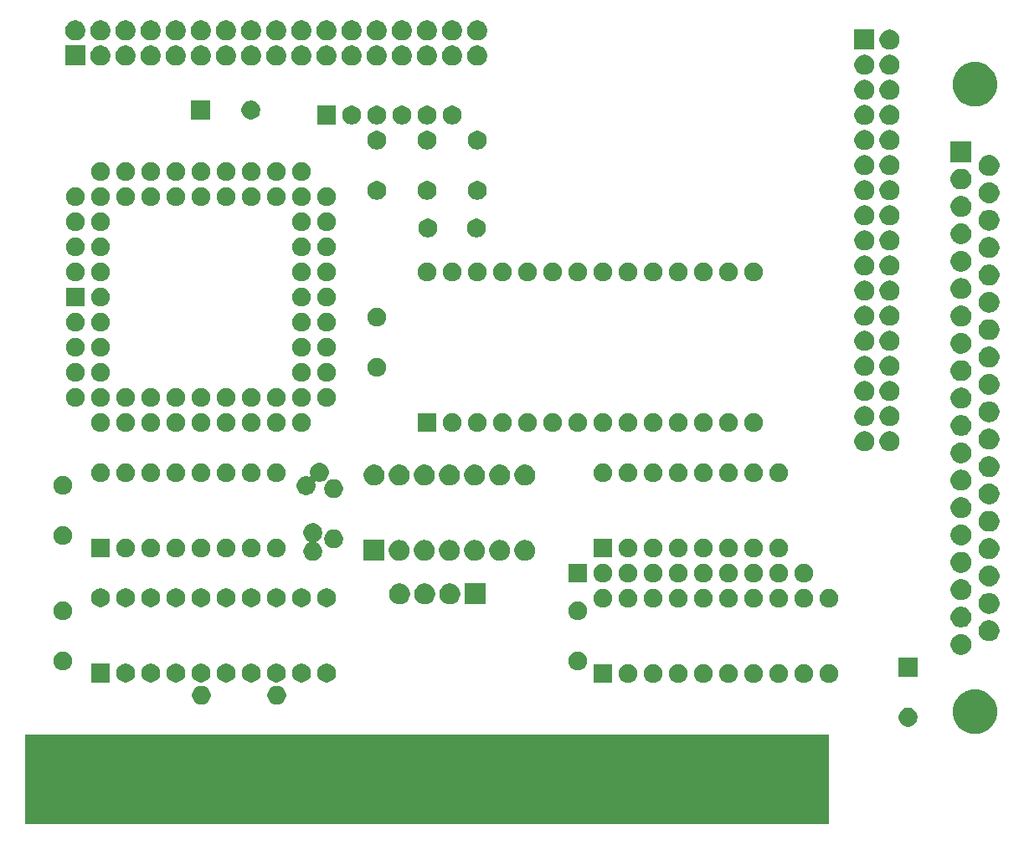
<source format=gts>
%TF.GenerationSoftware,KiCad,Pcbnew,(5.1.6-0)*%
%TF.CreationDate,2020-08-23T17:16:23-05:00*%
%TF.ProjectId,isa_fdc.kicad_DB37-v3.2.1.1_pcb,6973615f-6664-4632-9e6b-696361645f44,rev?*%
%TF.SameCoordinates,Original*%
%TF.FileFunction,Soldermask,Top*%
%TF.FilePolarity,Negative*%
%FSLAX46Y46*%
G04 Gerber Fmt 4.6, Leading zero omitted, Abs format (unit mm)*
G04 Created by KiCad (PCBNEW (5.1.6-0)) date 2020-08-23 17:16:23*
%MOMM*%
%LPD*%
G01*
G04 APERTURE LIST*
%ADD10C,0.150000*%
G04 APERTURE END LIST*
D10*
G36*
X182880000Y-134620000D02*
G01*
X101600000Y-134620000D01*
X101600000Y-125539500D01*
X182880000Y-125539500D01*
X182880000Y-134620000D01*
G37*
G36*
X198014656Y-121024873D02*
G01*
X198304968Y-121082620D01*
X198545257Y-121182151D01*
X198715168Y-121252530D01*
X198788799Y-121301729D01*
X199084341Y-121499204D01*
X199398296Y-121813159D01*
X199522471Y-121999000D01*
X199644970Y-122182332D01*
X199702416Y-122321020D01*
X199814880Y-122592532D01*
X199814880Y-122592534D01*
X199887160Y-122955905D01*
X199901500Y-123028000D01*
X199901500Y-123472000D01*
X199814880Y-123907468D01*
X199744312Y-124077834D01*
X199644970Y-124317668D01*
X199644969Y-124317669D01*
X199398296Y-124686841D01*
X199084341Y-125000796D01*
X198898500Y-125124971D01*
X198715168Y-125247470D01*
X198545257Y-125317849D01*
X198304968Y-125417380D01*
X198014656Y-125475127D01*
X197869501Y-125504000D01*
X197425499Y-125504000D01*
X197280344Y-125475127D01*
X196990032Y-125417380D01*
X196749743Y-125317849D01*
X196579832Y-125247470D01*
X196396500Y-125124971D01*
X196210659Y-125000796D01*
X195896704Y-124686841D01*
X195650031Y-124317669D01*
X195650030Y-124317668D01*
X195550688Y-124077834D01*
X195480120Y-123907468D01*
X195393500Y-123472000D01*
X195393500Y-123028000D01*
X195407841Y-122955905D01*
X195480120Y-122592534D01*
X195480120Y-122592532D01*
X195592584Y-122321020D01*
X195650030Y-122182332D01*
X195772529Y-121999000D01*
X195896704Y-121813159D01*
X196210659Y-121499204D01*
X196506201Y-121301729D01*
X196579832Y-121252530D01*
X196749743Y-121182151D01*
X196990032Y-121082620D01*
X197280344Y-121024873D01*
X197425499Y-120996000D01*
X197869501Y-120996000D01*
X198014656Y-121024873D01*
G37*
G36*
X191167834Y-122884103D02*
G01*
X191341176Y-122955904D01*
X191341178Y-122955905D01*
X191497184Y-123060145D01*
X191629855Y-123192816D01*
X191629856Y-123192818D01*
X191734096Y-123348824D01*
X191805897Y-123522166D01*
X191842500Y-123706186D01*
X191842500Y-123893814D01*
X191805897Y-124077834D01*
X191734096Y-124251176D01*
X191734095Y-124251178D01*
X191629855Y-124407184D01*
X191497184Y-124539855D01*
X191341178Y-124644095D01*
X191341177Y-124644096D01*
X191341176Y-124644096D01*
X191167834Y-124715897D01*
X190983814Y-124752500D01*
X190796186Y-124752500D01*
X190612166Y-124715897D01*
X190438824Y-124644096D01*
X190438823Y-124644096D01*
X190438822Y-124644095D01*
X190282816Y-124539855D01*
X190150145Y-124407184D01*
X190045905Y-124251178D01*
X190045904Y-124251176D01*
X189974103Y-124077834D01*
X189937500Y-123893814D01*
X189937500Y-123706186D01*
X189974103Y-123522166D01*
X190045904Y-123348824D01*
X190150144Y-123192818D01*
X190150145Y-123192816D01*
X190282816Y-123060145D01*
X190438822Y-122955905D01*
X190438824Y-122955904D01*
X190612166Y-122884103D01*
X190796186Y-122847500D01*
X190983814Y-122847500D01*
X191167834Y-122884103D01*
G37*
G36*
X119698271Y-120662661D02*
G01*
X119871887Y-120734575D01*
X119871888Y-120734576D01*
X120028140Y-120838980D01*
X120161020Y-120971860D01*
X120161021Y-120971862D01*
X120265425Y-121128113D01*
X120337339Y-121301729D01*
X120374000Y-121486038D01*
X120374000Y-121673962D01*
X120337339Y-121858271D01*
X120265425Y-122031887D01*
X120265424Y-122031888D01*
X120161020Y-122188140D01*
X120028140Y-122321020D01*
X119949483Y-122373577D01*
X119871887Y-122425425D01*
X119698271Y-122497339D01*
X119513962Y-122534000D01*
X119326038Y-122534000D01*
X119141729Y-122497339D01*
X118968113Y-122425425D01*
X118890517Y-122373577D01*
X118811860Y-122321020D01*
X118678980Y-122188140D01*
X118574576Y-122031888D01*
X118574575Y-122031887D01*
X118502661Y-121858271D01*
X118466000Y-121673962D01*
X118466000Y-121486038D01*
X118502661Y-121301729D01*
X118574575Y-121128113D01*
X118678979Y-120971862D01*
X118678980Y-120971860D01*
X118811860Y-120838980D01*
X118968112Y-120734576D01*
X118968113Y-120734575D01*
X119141729Y-120662661D01*
X119326038Y-120626000D01*
X119513962Y-120626000D01*
X119698271Y-120662661D01*
G37*
G36*
X127318271Y-120662661D02*
G01*
X127491887Y-120734575D01*
X127491888Y-120734576D01*
X127648140Y-120838980D01*
X127781020Y-120971860D01*
X127781021Y-120971862D01*
X127885425Y-121128113D01*
X127957339Y-121301729D01*
X127994000Y-121486038D01*
X127994000Y-121673962D01*
X127957339Y-121858271D01*
X127885425Y-122031887D01*
X127885424Y-122031888D01*
X127781020Y-122188140D01*
X127648140Y-122321020D01*
X127569483Y-122373577D01*
X127491887Y-122425425D01*
X127318271Y-122497339D01*
X127133962Y-122534000D01*
X126946038Y-122534000D01*
X126761729Y-122497339D01*
X126588113Y-122425425D01*
X126510517Y-122373577D01*
X126431860Y-122321020D01*
X126298980Y-122188140D01*
X126194576Y-122031888D01*
X126194575Y-122031887D01*
X126122661Y-121858271D01*
X126086000Y-121673962D01*
X126086000Y-121486038D01*
X126122661Y-121301729D01*
X126194575Y-121128113D01*
X126298979Y-120971862D01*
X126298980Y-120971860D01*
X126431860Y-120838980D01*
X126588112Y-120734576D01*
X126588113Y-120734575D01*
X126761729Y-120662661D01*
X126946038Y-120626000D01*
X127133962Y-120626000D01*
X127318271Y-120662661D01*
G37*
G36*
X160972500Y-120332500D02*
G01*
X159067500Y-120332500D01*
X159067500Y-118427500D01*
X160972500Y-118427500D01*
X160972500Y-120332500D01*
G37*
G36*
X162837834Y-118464103D02*
G01*
X163011176Y-118535904D01*
X163011178Y-118535905D01*
X163167184Y-118640145D01*
X163299855Y-118772816D01*
X163370686Y-118878822D01*
X163404096Y-118928824D01*
X163475897Y-119102166D01*
X163512500Y-119286186D01*
X163512500Y-119473814D01*
X163475897Y-119657834D01*
X163424806Y-119781178D01*
X163404095Y-119831178D01*
X163299855Y-119987184D01*
X163167184Y-120119855D01*
X163011178Y-120224095D01*
X163011177Y-120224096D01*
X163011176Y-120224096D01*
X162837834Y-120295897D01*
X162653814Y-120332500D01*
X162466186Y-120332500D01*
X162282166Y-120295897D01*
X162108824Y-120224096D01*
X162108823Y-120224096D01*
X162108822Y-120224095D01*
X161952816Y-120119855D01*
X161820145Y-119987184D01*
X161715905Y-119831178D01*
X161695194Y-119781178D01*
X161644103Y-119657834D01*
X161607500Y-119473814D01*
X161607500Y-119286186D01*
X161644103Y-119102166D01*
X161715904Y-118928824D01*
X161749314Y-118878822D01*
X161820145Y-118772816D01*
X161952816Y-118640145D01*
X162108822Y-118535905D01*
X162108824Y-118535904D01*
X162282166Y-118464103D01*
X162466186Y-118427500D01*
X162653814Y-118427500D01*
X162837834Y-118464103D01*
G37*
G36*
X165377834Y-118464103D02*
G01*
X165551176Y-118535904D01*
X165551178Y-118535905D01*
X165707184Y-118640145D01*
X165839855Y-118772816D01*
X165910686Y-118878822D01*
X165944096Y-118928824D01*
X166015897Y-119102166D01*
X166052500Y-119286186D01*
X166052500Y-119473814D01*
X166015897Y-119657834D01*
X165964806Y-119781178D01*
X165944095Y-119831178D01*
X165839855Y-119987184D01*
X165707184Y-120119855D01*
X165551178Y-120224095D01*
X165551177Y-120224096D01*
X165551176Y-120224096D01*
X165377834Y-120295897D01*
X165193814Y-120332500D01*
X165006186Y-120332500D01*
X164822166Y-120295897D01*
X164648824Y-120224096D01*
X164648823Y-120224096D01*
X164648822Y-120224095D01*
X164492816Y-120119855D01*
X164360145Y-119987184D01*
X164255905Y-119831178D01*
X164235194Y-119781178D01*
X164184103Y-119657834D01*
X164147500Y-119473814D01*
X164147500Y-119286186D01*
X164184103Y-119102166D01*
X164255904Y-118928824D01*
X164289314Y-118878822D01*
X164360145Y-118772816D01*
X164492816Y-118640145D01*
X164648822Y-118535905D01*
X164648824Y-118535904D01*
X164822166Y-118464103D01*
X165006186Y-118427500D01*
X165193814Y-118427500D01*
X165377834Y-118464103D01*
G37*
G36*
X167917834Y-118464103D02*
G01*
X168091176Y-118535904D01*
X168091178Y-118535905D01*
X168247184Y-118640145D01*
X168379855Y-118772816D01*
X168450686Y-118878822D01*
X168484096Y-118928824D01*
X168555897Y-119102166D01*
X168592500Y-119286186D01*
X168592500Y-119473814D01*
X168555897Y-119657834D01*
X168504806Y-119781178D01*
X168484095Y-119831178D01*
X168379855Y-119987184D01*
X168247184Y-120119855D01*
X168091178Y-120224095D01*
X168091177Y-120224096D01*
X168091176Y-120224096D01*
X167917834Y-120295897D01*
X167733814Y-120332500D01*
X167546186Y-120332500D01*
X167362166Y-120295897D01*
X167188824Y-120224096D01*
X167188823Y-120224096D01*
X167188822Y-120224095D01*
X167032816Y-120119855D01*
X166900145Y-119987184D01*
X166795905Y-119831178D01*
X166775194Y-119781178D01*
X166724103Y-119657834D01*
X166687500Y-119473814D01*
X166687500Y-119286186D01*
X166724103Y-119102166D01*
X166795904Y-118928824D01*
X166829314Y-118878822D01*
X166900145Y-118772816D01*
X167032816Y-118640145D01*
X167188822Y-118535905D01*
X167188824Y-118535904D01*
X167362166Y-118464103D01*
X167546186Y-118427500D01*
X167733814Y-118427500D01*
X167917834Y-118464103D01*
G37*
G36*
X170457834Y-118464103D02*
G01*
X170631176Y-118535904D01*
X170631178Y-118535905D01*
X170787184Y-118640145D01*
X170919855Y-118772816D01*
X170990686Y-118878822D01*
X171024096Y-118928824D01*
X171095897Y-119102166D01*
X171132500Y-119286186D01*
X171132500Y-119473814D01*
X171095897Y-119657834D01*
X171044806Y-119781178D01*
X171024095Y-119831178D01*
X170919855Y-119987184D01*
X170787184Y-120119855D01*
X170631178Y-120224095D01*
X170631177Y-120224096D01*
X170631176Y-120224096D01*
X170457834Y-120295897D01*
X170273814Y-120332500D01*
X170086186Y-120332500D01*
X169902166Y-120295897D01*
X169728824Y-120224096D01*
X169728823Y-120224096D01*
X169728822Y-120224095D01*
X169572816Y-120119855D01*
X169440145Y-119987184D01*
X169335905Y-119831178D01*
X169315194Y-119781178D01*
X169264103Y-119657834D01*
X169227500Y-119473814D01*
X169227500Y-119286186D01*
X169264103Y-119102166D01*
X169335904Y-118928824D01*
X169369314Y-118878822D01*
X169440145Y-118772816D01*
X169572816Y-118640145D01*
X169728822Y-118535905D01*
X169728824Y-118535904D01*
X169902166Y-118464103D01*
X170086186Y-118427500D01*
X170273814Y-118427500D01*
X170457834Y-118464103D01*
G37*
G36*
X183157834Y-118464103D02*
G01*
X183331176Y-118535904D01*
X183331178Y-118535905D01*
X183487184Y-118640145D01*
X183619855Y-118772816D01*
X183690686Y-118878822D01*
X183724096Y-118928824D01*
X183795897Y-119102166D01*
X183832500Y-119286186D01*
X183832500Y-119473814D01*
X183795897Y-119657834D01*
X183744806Y-119781178D01*
X183724095Y-119831178D01*
X183619855Y-119987184D01*
X183487184Y-120119855D01*
X183331178Y-120224095D01*
X183331177Y-120224096D01*
X183331176Y-120224096D01*
X183157834Y-120295897D01*
X182973814Y-120332500D01*
X182786186Y-120332500D01*
X182602166Y-120295897D01*
X182428824Y-120224096D01*
X182428823Y-120224096D01*
X182428822Y-120224095D01*
X182272816Y-120119855D01*
X182140145Y-119987184D01*
X182035905Y-119831178D01*
X182015194Y-119781178D01*
X181964103Y-119657834D01*
X181927500Y-119473814D01*
X181927500Y-119286186D01*
X181964103Y-119102166D01*
X182035904Y-118928824D01*
X182069314Y-118878822D01*
X182140145Y-118772816D01*
X182272816Y-118640145D01*
X182428822Y-118535905D01*
X182428824Y-118535904D01*
X182602166Y-118464103D01*
X182786186Y-118427500D01*
X182973814Y-118427500D01*
X183157834Y-118464103D01*
G37*
G36*
X180617834Y-118464103D02*
G01*
X180791176Y-118535904D01*
X180791178Y-118535905D01*
X180947184Y-118640145D01*
X181079855Y-118772816D01*
X181150686Y-118878822D01*
X181184096Y-118928824D01*
X181255897Y-119102166D01*
X181292500Y-119286186D01*
X181292500Y-119473814D01*
X181255897Y-119657834D01*
X181204806Y-119781178D01*
X181184095Y-119831178D01*
X181079855Y-119987184D01*
X180947184Y-120119855D01*
X180791178Y-120224095D01*
X180791177Y-120224096D01*
X180791176Y-120224096D01*
X180617834Y-120295897D01*
X180433814Y-120332500D01*
X180246186Y-120332500D01*
X180062166Y-120295897D01*
X179888824Y-120224096D01*
X179888823Y-120224096D01*
X179888822Y-120224095D01*
X179732816Y-120119855D01*
X179600145Y-119987184D01*
X179495905Y-119831178D01*
X179475194Y-119781178D01*
X179424103Y-119657834D01*
X179387500Y-119473814D01*
X179387500Y-119286186D01*
X179424103Y-119102166D01*
X179495904Y-118928824D01*
X179529314Y-118878822D01*
X179600145Y-118772816D01*
X179732816Y-118640145D01*
X179888822Y-118535905D01*
X179888824Y-118535904D01*
X180062166Y-118464103D01*
X180246186Y-118427500D01*
X180433814Y-118427500D01*
X180617834Y-118464103D01*
G37*
G36*
X178077834Y-118464103D02*
G01*
X178251176Y-118535904D01*
X178251178Y-118535905D01*
X178407184Y-118640145D01*
X178539855Y-118772816D01*
X178610686Y-118878822D01*
X178644096Y-118928824D01*
X178715897Y-119102166D01*
X178752500Y-119286186D01*
X178752500Y-119473814D01*
X178715897Y-119657834D01*
X178664806Y-119781178D01*
X178644095Y-119831178D01*
X178539855Y-119987184D01*
X178407184Y-120119855D01*
X178251178Y-120224095D01*
X178251177Y-120224096D01*
X178251176Y-120224096D01*
X178077834Y-120295897D01*
X177893814Y-120332500D01*
X177706186Y-120332500D01*
X177522166Y-120295897D01*
X177348824Y-120224096D01*
X177348823Y-120224096D01*
X177348822Y-120224095D01*
X177192816Y-120119855D01*
X177060145Y-119987184D01*
X176955905Y-119831178D01*
X176935194Y-119781178D01*
X176884103Y-119657834D01*
X176847500Y-119473814D01*
X176847500Y-119286186D01*
X176884103Y-119102166D01*
X176955904Y-118928824D01*
X176989314Y-118878822D01*
X177060145Y-118772816D01*
X177192816Y-118640145D01*
X177348822Y-118535905D01*
X177348824Y-118535904D01*
X177522166Y-118464103D01*
X177706186Y-118427500D01*
X177893814Y-118427500D01*
X178077834Y-118464103D01*
G37*
G36*
X175537834Y-118464103D02*
G01*
X175711176Y-118535904D01*
X175711178Y-118535905D01*
X175867184Y-118640145D01*
X175999855Y-118772816D01*
X176070686Y-118878822D01*
X176104096Y-118928824D01*
X176175897Y-119102166D01*
X176212500Y-119286186D01*
X176212500Y-119473814D01*
X176175897Y-119657834D01*
X176124806Y-119781178D01*
X176104095Y-119831178D01*
X175999855Y-119987184D01*
X175867184Y-120119855D01*
X175711178Y-120224095D01*
X175711177Y-120224096D01*
X175711176Y-120224096D01*
X175537834Y-120295897D01*
X175353814Y-120332500D01*
X175166186Y-120332500D01*
X174982166Y-120295897D01*
X174808824Y-120224096D01*
X174808823Y-120224096D01*
X174808822Y-120224095D01*
X174652816Y-120119855D01*
X174520145Y-119987184D01*
X174415905Y-119831178D01*
X174395194Y-119781178D01*
X174344103Y-119657834D01*
X174307500Y-119473814D01*
X174307500Y-119286186D01*
X174344103Y-119102166D01*
X174415904Y-118928824D01*
X174449314Y-118878822D01*
X174520145Y-118772816D01*
X174652816Y-118640145D01*
X174808822Y-118535905D01*
X174808824Y-118535904D01*
X174982166Y-118464103D01*
X175166186Y-118427500D01*
X175353814Y-118427500D01*
X175537834Y-118464103D01*
G37*
G36*
X172997834Y-118464103D02*
G01*
X173171176Y-118535904D01*
X173171178Y-118535905D01*
X173327184Y-118640145D01*
X173459855Y-118772816D01*
X173530686Y-118878822D01*
X173564096Y-118928824D01*
X173635897Y-119102166D01*
X173672500Y-119286186D01*
X173672500Y-119473814D01*
X173635897Y-119657834D01*
X173584806Y-119781178D01*
X173564095Y-119831178D01*
X173459855Y-119987184D01*
X173327184Y-120119855D01*
X173171178Y-120224095D01*
X173171177Y-120224096D01*
X173171176Y-120224096D01*
X172997834Y-120295897D01*
X172813814Y-120332500D01*
X172626186Y-120332500D01*
X172442166Y-120295897D01*
X172268824Y-120224096D01*
X172268823Y-120224096D01*
X172268822Y-120224095D01*
X172112816Y-120119855D01*
X171980145Y-119987184D01*
X171875905Y-119831178D01*
X171855194Y-119781178D01*
X171804103Y-119657834D01*
X171767500Y-119473814D01*
X171767500Y-119286186D01*
X171804103Y-119102166D01*
X171875904Y-118928824D01*
X171909314Y-118878822D01*
X171980145Y-118772816D01*
X172112816Y-118640145D01*
X172268822Y-118535905D01*
X172268824Y-118535904D01*
X172442166Y-118464103D01*
X172626186Y-118427500D01*
X172813814Y-118427500D01*
X172997834Y-118464103D01*
G37*
G36*
X112037834Y-118414103D02*
G01*
X112211176Y-118485904D01*
X112211178Y-118485905D01*
X112367184Y-118590145D01*
X112499855Y-118722816D01*
X112604095Y-118878822D01*
X112604096Y-118878824D01*
X112675897Y-119052166D01*
X112712500Y-119236186D01*
X112712500Y-119423814D01*
X112675897Y-119607834D01*
X112649111Y-119672500D01*
X112604095Y-119781178D01*
X112499855Y-119937184D01*
X112367184Y-120069855D01*
X112211178Y-120174095D01*
X112211177Y-120174096D01*
X112211176Y-120174096D01*
X112037834Y-120245897D01*
X111853814Y-120282500D01*
X111666186Y-120282500D01*
X111482166Y-120245897D01*
X111308824Y-120174096D01*
X111308823Y-120174096D01*
X111308822Y-120174095D01*
X111152816Y-120069855D01*
X111020145Y-119937184D01*
X110915905Y-119781178D01*
X110870889Y-119672500D01*
X110844103Y-119607834D01*
X110807500Y-119423814D01*
X110807500Y-119236186D01*
X110844103Y-119052166D01*
X110915904Y-118878824D01*
X110915905Y-118878822D01*
X111020145Y-118722816D01*
X111152816Y-118590145D01*
X111308822Y-118485905D01*
X111308824Y-118485904D01*
X111482166Y-118414103D01*
X111666186Y-118377500D01*
X111853814Y-118377500D01*
X112037834Y-118414103D01*
G37*
G36*
X114577834Y-118414103D02*
G01*
X114751176Y-118485904D01*
X114751178Y-118485905D01*
X114907184Y-118590145D01*
X115039855Y-118722816D01*
X115144095Y-118878822D01*
X115144096Y-118878824D01*
X115215897Y-119052166D01*
X115252500Y-119236186D01*
X115252500Y-119423814D01*
X115215897Y-119607834D01*
X115189111Y-119672500D01*
X115144095Y-119781178D01*
X115039855Y-119937184D01*
X114907184Y-120069855D01*
X114751178Y-120174095D01*
X114751177Y-120174096D01*
X114751176Y-120174096D01*
X114577834Y-120245897D01*
X114393814Y-120282500D01*
X114206186Y-120282500D01*
X114022166Y-120245897D01*
X113848824Y-120174096D01*
X113848823Y-120174096D01*
X113848822Y-120174095D01*
X113692816Y-120069855D01*
X113560145Y-119937184D01*
X113455905Y-119781178D01*
X113410889Y-119672500D01*
X113384103Y-119607834D01*
X113347500Y-119423814D01*
X113347500Y-119236186D01*
X113384103Y-119052166D01*
X113455904Y-118878824D01*
X113455905Y-118878822D01*
X113560145Y-118722816D01*
X113692816Y-118590145D01*
X113848822Y-118485905D01*
X113848824Y-118485904D01*
X114022166Y-118414103D01*
X114206186Y-118377500D01*
X114393814Y-118377500D01*
X114577834Y-118414103D01*
G37*
G36*
X117117834Y-118414103D02*
G01*
X117291176Y-118485904D01*
X117291178Y-118485905D01*
X117447184Y-118590145D01*
X117579855Y-118722816D01*
X117684095Y-118878822D01*
X117684096Y-118878824D01*
X117755897Y-119052166D01*
X117792500Y-119236186D01*
X117792500Y-119423814D01*
X117755897Y-119607834D01*
X117729111Y-119672500D01*
X117684095Y-119781178D01*
X117579855Y-119937184D01*
X117447184Y-120069855D01*
X117291178Y-120174095D01*
X117291177Y-120174096D01*
X117291176Y-120174096D01*
X117117834Y-120245897D01*
X116933814Y-120282500D01*
X116746186Y-120282500D01*
X116562166Y-120245897D01*
X116388824Y-120174096D01*
X116388823Y-120174096D01*
X116388822Y-120174095D01*
X116232816Y-120069855D01*
X116100145Y-119937184D01*
X115995905Y-119781178D01*
X115950889Y-119672500D01*
X115924103Y-119607834D01*
X115887500Y-119423814D01*
X115887500Y-119236186D01*
X115924103Y-119052166D01*
X115995904Y-118878824D01*
X115995905Y-118878822D01*
X116100145Y-118722816D01*
X116232816Y-118590145D01*
X116388822Y-118485905D01*
X116388824Y-118485904D01*
X116562166Y-118414103D01*
X116746186Y-118377500D01*
X116933814Y-118377500D01*
X117117834Y-118414103D01*
G37*
G36*
X119657834Y-118414103D02*
G01*
X119831176Y-118485904D01*
X119831178Y-118485905D01*
X119987184Y-118590145D01*
X120119855Y-118722816D01*
X120224095Y-118878822D01*
X120224096Y-118878824D01*
X120295897Y-119052166D01*
X120332500Y-119236186D01*
X120332500Y-119423814D01*
X120295897Y-119607834D01*
X120269111Y-119672500D01*
X120224095Y-119781178D01*
X120119855Y-119937184D01*
X119987184Y-120069855D01*
X119831178Y-120174095D01*
X119831177Y-120174096D01*
X119831176Y-120174096D01*
X119657834Y-120245897D01*
X119473814Y-120282500D01*
X119286186Y-120282500D01*
X119102166Y-120245897D01*
X118928824Y-120174096D01*
X118928823Y-120174096D01*
X118928822Y-120174095D01*
X118772816Y-120069855D01*
X118640145Y-119937184D01*
X118535905Y-119781178D01*
X118490889Y-119672500D01*
X118464103Y-119607834D01*
X118427500Y-119423814D01*
X118427500Y-119236186D01*
X118464103Y-119052166D01*
X118535904Y-118878824D01*
X118535905Y-118878822D01*
X118640145Y-118722816D01*
X118772816Y-118590145D01*
X118928822Y-118485905D01*
X118928824Y-118485904D01*
X119102166Y-118414103D01*
X119286186Y-118377500D01*
X119473814Y-118377500D01*
X119657834Y-118414103D01*
G37*
G36*
X122197834Y-118414103D02*
G01*
X122371176Y-118485904D01*
X122371178Y-118485905D01*
X122527184Y-118590145D01*
X122659855Y-118722816D01*
X122764095Y-118878822D01*
X122764096Y-118878824D01*
X122835897Y-119052166D01*
X122872500Y-119236186D01*
X122872500Y-119423814D01*
X122835897Y-119607834D01*
X122809111Y-119672500D01*
X122764095Y-119781178D01*
X122659855Y-119937184D01*
X122527184Y-120069855D01*
X122371178Y-120174095D01*
X122371177Y-120174096D01*
X122371176Y-120174096D01*
X122197834Y-120245897D01*
X122013814Y-120282500D01*
X121826186Y-120282500D01*
X121642166Y-120245897D01*
X121468824Y-120174096D01*
X121468823Y-120174096D01*
X121468822Y-120174095D01*
X121312816Y-120069855D01*
X121180145Y-119937184D01*
X121075905Y-119781178D01*
X121030889Y-119672500D01*
X121004103Y-119607834D01*
X120967500Y-119423814D01*
X120967500Y-119236186D01*
X121004103Y-119052166D01*
X121075904Y-118878824D01*
X121075905Y-118878822D01*
X121180145Y-118722816D01*
X121312816Y-118590145D01*
X121468822Y-118485905D01*
X121468824Y-118485904D01*
X121642166Y-118414103D01*
X121826186Y-118377500D01*
X122013814Y-118377500D01*
X122197834Y-118414103D01*
G37*
G36*
X124737834Y-118414103D02*
G01*
X124911176Y-118485904D01*
X124911178Y-118485905D01*
X125067184Y-118590145D01*
X125199855Y-118722816D01*
X125304095Y-118878822D01*
X125304096Y-118878824D01*
X125375897Y-119052166D01*
X125412500Y-119236186D01*
X125412500Y-119423814D01*
X125375897Y-119607834D01*
X125349111Y-119672500D01*
X125304095Y-119781178D01*
X125199855Y-119937184D01*
X125067184Y-120069855D01*
X124911178Y-120174095D01*
X124911177Y-120174096D01*
X124911176Y-120174096D01*
X124737834Y-120245897D01*
X124553814Y-120282500D01*
X124366186Y-120282500D01*
X124182166Y-120245897D01*
X124008824Y-120174096D01*
X124008823Y-120174096D01*
X124008822Y-120174095D01*
X123852816Y-120069855D01*
X123720145Y-119937184D01*
X123615905Y-119781178D01*
X123570889Y-119672500D01*
X123544103Y-119607834D01*
X123507500Y-119423814D01*
X123507500Y-119236186D01*
X123544103Y-119052166D01*
X123615904Y-118878824D01*
X123615905Y-118878822D01*
X123720145Y-118722816D01*
X123852816Y-118590145D01*
X124008822Y-118485905D01*
X124008824Y-118485904D01*
X124182166Y-118414103D01*
X124366186Y-118377500D01*
X124553814Y-118377500D01*
X124737834Y-118414103D01*
G37*
G36*
X127277834Y-118414103D02*
G01*
X127451176Y-118485904D01*
X127451178Y-118485905D01*
X127607184Y-118590145D01*
X127739855Y-118722816D01*
X127844095Y-118878822D01*
X127844096Y-118878824D01*
X127915897Y-119052166D01*
X127952500Y-119236186D01*
X127952500Y-119423814D01*
X127915897Y-119607834D01*
X127889111Y-119672500D01*
X127844095Y-119781178D01*
X127739855Y-119937184D01*
X127607184Y-120069855D01*
X127451178Y-120174095D01*
X127451177Y-120174096D01*
X127451176Y-120174096D01*
X127277834Y-120245897D01*
X127093814Y-120282500D01*
X126906186Y-120282500D01*
X126722166Y-120245897D01*
X126548824Y-120174096D01*
X126548823Y-120174096D01*
X126548822Y-120174095D01*
X126392816Y-120069855D01*
X126260145Y-119937184D01*
X126155905Y-119781178D01*
X126110889Y-119672500D01*
X126084103Y-119607834D01*
X126047500Y-119423814D01*
X126047500Y-119236186D01*
X126084103Y-119052166D01*
X126155904Y-118878824D01*
X126155905Y-118878822D01*
X126260145Y-118722816D01*
X126392816Y-118590145D01*
X126548822Y-118485905D01*
X126548824Y-118485904D01*
X126722166Y-118414103D01*
X126906186Y-118377500D01*
X127093814Y-118377500D01*
X127277834Y-118414103D01*
G37*
G36*
X132357834Y-118414103D02*
G01*
X132531176Y-118485904D01*
X132531178Y-118485905D01*
X132687184Y-118590145D01*
X132819855Y-118722816D01*
X132924095Y-118878822D01*
X132924096Y-118878824D01*
X132995897Y-119052166D01*
X133032500Y-119236186D01*
X133032500Y-119423814D01*
X132995897Y-119607834D01*
X132969111Y-119672500D01*
X132924095Y-119781178D01*
X132819855Y-119937184D01*
X132687184Y-120069855D01*
X132531178Y-120174095D01*
X132531177Y-120174096D01*
X132531176Y-120174096D01*
X132357834Y-120245897D01*
X132173814Y-120282500D01*
X131986186Y-120282500D01*
X131802166Y-120245897D01*
X131628824Y-120174096D01*
X131628823Y-120174096D01*
X131628822Y-120174095D01*
X131472816Y-120069855D01*
X131340145Y-119937184D01*
X131235905Y-119781178D01*
X131190889Y-119672500D01*
X131164103Y-119607834D01*
X131127500Y-119423814D01*
X131127500Y-119236186D01*
X131164103Y-119052166D01*
X131235904Y-118878824D01*
X131235905Y-118878822D01*
X131340145Y-118722816D01*
X131472816Y-118590145D01*
X131628822Y-118485905D01*
X131628824Y-118485904D01*
X131802166Y-118414103D01*
X131986186Y-118377500D01*
X132173814Y-118377500D01*
X132357834Y-118414103D01*
G37*
G36*
X110172500Y-120282500D02*
G01*
X108267500Y-120282500D01*
X108267500Y-118377500D01*
X110172500Y-118377500D01*
X110172500Y-120282500D01*
G37*
G36*
X129817834Y-118414103D02*
G01*
X129991176Y-118485904D01*
X129991178Y-118485905D01*
X130147184Y-118590145D01*
X130279855Y-118722816D01*
X130384095Y-118878822D01*
X130384096Y-118878824D01*
X130455897Y-119052166D01*
X130492500Y-119236186D01*
X130492500Y-119423814D01*
X130455897Y-119607834D01*
X130429111Y-119672500D01*
X130384095Y-119781178D01*
X130279855Y-119937184D01*
X130147184Y-120069855D01*
X129991178Y-120174095D01*
X129991177Y-120174096D01*
X129991176Y-120174096D01*
X129817834Y-120245897D01*
X129633814Y-120282500D01*
X129446186Y-120282500D01*
X129262166Y-120245897D01*
X129088824Y-120174096D01*
X129088823Y-120174096D01*
X129088822Y-120174095D01*
X128932816Y-120069855D01*
X128800145Y-119937184D01*
X128695905Y-119781178D01*
X128650889Y-119672500D01*
X128624103Y-119607834D01*
X128587500Y-119423814D01*
X128587500Y-119236186D01*
X128624103Y-119052166D01*
X128695904Y-118878824D01*
X128695905Y-118878822D01*
X128800145Y-118722816D01*
X128932816Y-118590145D01*
X129088822Y-118485905D01*
X129088824Y-118485904D01*
X129262166Y-118414103D01*
X129446186Y-118377500D01*
X129633814Y-118377500D01*
X129817834Y-118414103D01*
G37*
G36*
X191842500Y-119672500D02*
G01*
X189937500Y-119672500D01*
X189937500Y-117767500D01*
X191842500Y-117767500D01*
X191842500Y-119672500D01*
G37*
G36*
X105687834Y-117194103D02*
G01*
X105837036Y-117255905D01*
X105861178Y-117265905D01*
X106017184Y-117370145D01*
X106149855Y-117502816D01*
X106254095Y-117658822D01*
X106254096Y-117658824D01*
X106325897Y-117832166D01*
X106362500Y-118016186D01*
X106362500Y-118203814D01*
X106325897Y-118387834D01*
X106258238Y-118551176D01*
X106254095Y-118561178D01*
X106149855Y-118717184D01*
X106017184Y-118849855D01*
X105861178Y-118954095D01*
X105861177Y-118954096D01*
X105861176Y-118954096D01*
X105687834Y-119025897D01*
X105503814Y-119062500D01*
X105316186Y-119062500D01*
X105132166Y-119025897D01*
X104958824Y-118954096D01*
X104958823Y-118954096D01*
X104958822Y-118954095D01*
X104802816Y-118849855D01*
X104670145Y-118717184D01*
X104565905Y-118561178D01*
X104561762Y-118551176D01*
X104494103Y-118387834D01*
X104457500Y-118203814D01*
X104457500Y-118016186D01*
X104494103Y-117832166D01*
X104565904Y-117658824D01*
X104565905Y-117658822D01*
X104670145Y-117502816D01*
X104802816Y-117370145D01*
X104958822Y-117265905D01*
X104982964Y-117255905D01*
X105132166Y-117194103D01*
X105316186Y-117157500D01*
X105503814Y-117157500D01*
X105687834Y-117194103D01*
G37*
G36*
X157747834Y-117184103D02*
G01*
X157903774Y-117248696D01*
X157921178Y-117255905D01*
X158077184Y-117360145D01*
X158209855Y-117492816D01*
X158216538Y-117502818D01*
X158314096Y-117648824D01*
X158385897Y-117822166D01*
X158422500Y-118006186D01*
X158422500Y-118193814D01*
X158385897Y-118377834D01*
X158341132Y-118485905D01*
X158314095Y-118551178D01*
X158209855Y-118707184D01*
X158077184Y-118839855D01*
X157921178Y-118944095D01*
X157921177Y-118944096D01*
X157921176Y-118944096D01*
X157747834Y-119015897D01*
X157563814Y-119052500D01*
X157376186Y-119052500D01*
X157192166Y-119015897D01*
X157018824Y-118944096D01*
X157018823Y-118944096D01*
X157018822Y-118944095D01*
X156862816Y-118839855D01*
X156730145Y-118707184D01*
X156625905Y-118551178D01*
X156598868Y-118485905D01*
X156554103Y-118377834D01*
X156517500Y-118193814D01*
X156517500Y-118006186D01*
X156554103Y-117822166D01*
X156625904Y-117648824D01*
X156723462Y-117502818D01*
X156730145Y-117492816D01*
X156862816Y-117360145D01*
X157018822Y-117255905D01*
X157036226Y-117248696D01*
X157192166Y-117184103D01*
X157376186Y-117147500D01*
X157563814Y-117147500D01*
X157747834Y-117184103D01*
G37*
G36*
X196534941Y-115416504D02*
G01*
X196614393Y-115449414D01*
X196726755Y-115495956D01*
X196899385Y-115611304D01*
X197046196Y-115758115D01*
X197161544Y-115930745D01*
X197240996Y-116122560D01*
X197281500Y-116326189D01*
X197281500Y-116533811D01*
X197240996Y-116737440D01*
X197161544Y-116929255D01*
X197046196Y-117101885D01*
X196899385Y-117248696D01*
X196726755Y-117364044D01*
X196614393Y-117410586D01*
X196534941Y-117443496D01*
X196433125Y-117463748D01*
X196331311Y-117484000D01*
X196123689Y-117484000D01*
X196021875Y-117463748D01*
X195920059Y-117443496D01*
X195840607Y-117410586D01*
X195728245Y-117364044D01*
X195555615Y-117248696D01*
X195408804Y-117101885D01*
X195293456Y-116929255D01*
X195214004Y-116737440D01*
X195173500Y-116533811D01*
X195173500Y-116326189D01*
X195214004Y-116122560D01*
X195293456Y-115930745D01*
X195408804Y-115758115D01*
X195555615Y-115611304D01*
X195728245Y-115495956D01*
X195840607Y-115449414D01*
X195920059Y-115416504D01*
X196123689Y-115376000D01*
X196331311Y-115376000D01*
X196534941Y-115416504D01*
G37*
G36*
X199374941Y-114031504D02*
G01*
X199454393Y-114064414D01*
X199566755Y-114110956D01*
X199739385Y-114226304D01*
X199886196Y-114373115D01*
X200001544Y-114545745D01*
X200080996Y-114737560D01*
X200121500Y-114941189D01*
X200121500Y-115148811D01*
X200080996Y-115352440D01*
X200001544Y-115544255D01*
X199886196Y-115716885D01*
X199739385Y-115863696D01*
X199566755Y-115979044D01*
X199454393Y-116025586D01*
X199374941Y-116058496D01*
X199273125Y-116078748D01*
X199171311Y-116099000D01*
X198963689Y-116099000D01*
X198861875Y-116078748D01*
X198760059Y-116058496D01*
X198680607Y-116025586D01*
X198568245Y-115979044D01*
X198395615Y-115863696D01*
X198248804Y-115716885D01*
X198133456Y-115544255D01*
X198054004Y-115352440D01*
X198013500Y-115148811D01*
X198013500Y-114941189D01*
X198054004Y-114737560D01*
X198133456Y-114545745D01*
X198248804Y-114373115D01*
X198395615Y-114226304D01*
X198568245Y-114110956D01*
X198680607Y-114064414D01*
X198760059Y-114031504D01*
X198963689Y-113991000D01*
X199171311Y-113991000D01*
X199374941Y-114031504D01*
G37*
G36*
X196431336Y-112625896D02*
G01*
X196534941Y-112646504D01*
X196573558Y-112662500D01*
X196726755Y-112725956D01*
X196899385Y-112841304D01*
X197046196Y-112988115D01*
X197161544Y-113160745D01*
X197240996Y-113352560D01*
X197281500Y-113556189D01*
X197281500Y-113763811D01*
X197261552Y-113864095D01*
X197247271Y-113935896D01*
X197240996Y-113967440D01*
X197161544Y-114159255D01*
X197046196Y-114331885D01*
X196899385Y-114478696D01*
X196726755Y-114594044D01*
X196614393Y-114640586D01*
X196534941Y-114673496D01*
X196331311Y-114714000D01*
X196123689Y-114714000D01*
X195920059Y-114673496D01*
X195840607Y-114640586D01*
X195728245Y-114594044D01*
X195555615Y-114478696D01*
X195408804Y-114331885D01*
X195293456Y-114159255D01*
X195214004Y-113967440D01*
X195207730Y-113935896D01*
X195193448Y-113864095D01*
X195173500Y-113763811D01*
X195173500Y-113556189D01*
X195214004Y-113352560D01*
X195293456Y-113160745D01*
X195408804Y-112988115D01*
X195555615Y-112841304D01*
X195728245Y-112725956D01*
X195881442Y-112662500D01*
X195920059Y-112646504D01*
X196023664Y-112625896D01*
X196123689Y-112606000D01*
X196331311Y-112606000D01*
X196431336Y-112625896D01*
G37*
G36*
X105687834Y-112114103D02*
G01*
X105837036Y-112175905D01*
X105861178Y-112185905D01*
X106017184Y-112290145D01*
X106149855Y-112422816D01*
X106254095Y-112578822D01*
X106254096Y-112578824D01*
X106325897Y-112752166D01*
X106362500Y-112936186D01*
X106362500Y-113123814D01*
X106325897Y-113307834D01*
X106258238Y-113471176D01*
X106254095Y-113481178D01*
X106149855Y-113637184D01*
X106017184Y-113769855D01*
X105861178Y-113874095D01*
X105861177Y-113874096D01*
X105861176Y-113874096D01*
X105687834Y-113945897D01*
X105503814Y-113982500D01*
X105316186Y-113982500D01*
X105132166Y-113945897D01*
X104958824Y-113874096D01*
X104958823Y-113874096D01*
X104958822Y-113874095D01*
X104802816Y-113769855D01*
X104670145Y-113637184D01*
X104565905Y-113481178D01*
X104561762Y-113471176D01*
X104494103Y-113307834D01*
X104457500Y-113123814D01*
X104457500Y-112936186D01*
X104494103Y-112752166D01*
X104565904Y-112578824D01*
X104565905Y-112578822D01*
X104670145Y-112422816D01*
X104802816Y-112290145D01*
X104958822Y-112185905D01*
X104982964Y-112175905D01*
X105132166Y-112114103D01*
X105316186Y-112077500D01*
X105503814Y-112077500D01*
X105687834Y-112114103D01*
G37*
G36*
X157747834Y-112104103D02*
G01*
X157909795Y-112171190D01*
X157921178Y-112175905D01*
X158077184Y-112280145D01*
X158209855Y-112412816D01*
X158304255Y-112554096D01*
X158314096Y-112568824D01*
X158385897Y-112742166D01*
X158422500Y-112926186D01*
X158422500Y-113113814D01*
X158385897Y-113297834D01*
X158314096Y-113471176D01*
X158314095Y-113471178D01*
X158209855Y-113627184D01*
X158077184Y-113759855D01*
X157921178Y-113864095D01*
X157921177Y-113864096D01*
X157921176Y-113864096D01*
X157747834Y-113935897D01*
X157563814Y-113972500D01*
X157376186Y-113972500D01*
X157192166Y-113935897D01*
X157018824Y-113864096D01*
X157018823Y-113864096D01*
X157018822Y-113864095D01*
X156862816Y-113759855D01*
X156730145Y-113627184D01*
X156625905Y-113471178D01*
X156625904Y-113471176D01*
X156554103Y-113297834D01*
X156517500Y-113113814D01*
X156517500Y-112926186D01*
X156554103Y-112742166D01*
X156625904Y-112568824D01*
X156635745Y-112554096D01*
X156730145Y-112412816D01*
X156862816Y-112280145D01*
X157018822Y-112175905D01*
X157030205Y-112171190D01*
X157192166Y-112104103D01*
X157376186Y-112067500D01*
X157563814Y-112067500D01*
X157747834Y-112104103D01*
G37*
G36*
X199273125Y-111241252D02*
G01*
X199374941Y-111261504D01*
X199454393Y-111294414D01*
X199566755Y-111340956D01*
X199739385Y-111456304D01*
X199886196Y-111603115D01*
X200001544Y-111775745D01*
X200080996Y-111967560D01*
X200121500Y-112171189D01*
X200121500Y-112378811D01*
X200107369Y-112449855D01*
X200080996Y-112582441D01*
X200072026Y-112604096D01*
X200001544Y-112774255D01*
X199886196Y-112946885D01*
X199739385Y-113093696D01*
X199566755Y-113209044D01*
X199454393Y-113255586D01*
X199374941Y-113288496D01*
X199277721Y-113307834D01*
X199171311Y-113329000D01*
X198963689Y-113329000D01*
X198857279Y-113307834D01*
X198760059Y-113288496D01*
X198680607Y-113255586D01*
X198568245Y-113209044D01*
X198395615Y-113093696D01*
X198248804Y-112946885D01*
X198133456Y-112774255D01*
X198062974Y-112604096D01*
X198054004Y-112582441D01*
X198027631Y-112449855D01*
X198013500Y-112378811D01*
X198013500Y-112171189D01*
X198054004Y-111967560D01*
X198133456Y-111775745D01*
X198248804Y-111603115D01*
X198395615Y-111456304D01*
X198568245Y-111340956D01*
X198680607Y-111294414D01*
X198760059Y-111261504D01*
X198861875Y-111241252D01*
X198963689Y-111221000D01*
X199171311Y-111221000D01*
X199273125Y-111241252D01*
G37*
G36*
X178077834Y-110844103D02*
G01*
X178251176Y-110915904D01*
X178251178Y-110915905D01*
X178407184Y-111020145D01*
X178539855Y-111152816D01*
X178582200Y-111216190D01*
X178644096Y-111308824D01*
X178715897Y-111482166D01*
X178752500Y-111666186D01*
X178752500Y-111853814D01*
X178715897Y-112037834D01*
X178644096Y-112211176D01*
X178644095Y-112211178D01*
X178539855Y-112367184D01*
X178407184Y-112499855D01*
X178251178Y-112604095D01*
X178251177Y-112604096D01*
X178251176Y-112604096D01*
X178077834Y-112675897D01*
X177893814Y-112712500D01*
X177706186Y-112712500D01*
X177522166Y-112675897D01*
X177348824Y-112604096D01*
X177348823Y-112604096D01*
X177348822Y-112604095D01*
X177192816Y-112499855D01*
X177060145Y-112367184D01*
X176955905Y-112211178D01*
X176955904Y-112211176D01*
X176884103Y-112037834D01*
X176847500Y-111853814D01*
X176847500Y-111666186D01*
X176884103Y-111482166D01*
X176955904Y-111308824D01*
X177017800Y-111216190D01*
X177060145Y-111152816D01*
X177192816Y-111020145D01*
X177348822Y-110915905D01*
X177348824Y-110915904D01*
X177522166Y-110844103D01*
X177706186Y-110807500D01*
X177893814Y-110807500D01*
X178077834Y-110844103D01*
G37*
G36*
X183157834Y-110844103D02*
G01*
X183331176Y-110915904D01*
X183331178Y-110915905D01*
X183487184Y-111020145D01*
X183619855Y-111152816D01*
X183662200Y-111216190D01*
X183724096Y-111308824D01*
X183795897Y-111482166D01*
X183832500Y-111666186D01*
X183832500Y-111853814D01*
X183795897Y-112037834D01*
X183724096Y-112211176D01*
X183724095Y-112211178D01*
X183619855Y-112367184D01*
X183487184Y-112499855D01*
X183331178Y-112604095D01*
X183331177Y-112604096D01*
X183331176Y-112604096D01*
X183157834Y-112675897D01*
X182973814Y-112712500D01*
X182786186Y-112712500D01*
X182602166Y-112675897D01*
X182428824Y-112604096D01*
X182428823Y-112604096D01*
X182428822Y-112604095D01*
X182272816Y-112499855D01*
X182140145Y-112367184D01*
X182035905Y-112211178D01*
X182035904Y-112211176D01*
X181964103Y-112037834D01*
X181927500Y-111853814D01*
X181927500Y-111666186D01*
X181964103Y-111482166D01*
X182035904Y-111308824D01*
X182097800Y-111216190D01*
X182140145Y-111152816D01*
X182272816Y-111020145D01*
X182428822Y-110915905D01*
X182428824Y-110915904D01*
X182602166Y-110844103D01*
X182786186Y-110807500D01*
X182973814Y-110807500D01*
X183157834Y-110844103D01*
G37*
G36*
X160297834Y-110844103D02*
G01*
X160471176Y-110915904D01*
X160471178Y-110915905D01*
X160627184Y-111020145D01*
X160759855Y-111152816D01*
X160802200Y-111216190D01*
X160864096Y-111308824D01*
X160935897Y-111482166D01*
X160972500Y-111666186D01*
X160972500Y-111853814D01*
X160935897Y-112037834D01*
X160864096Y-112211176D01*
X160864095Y-112211178D01*
X160759855Y-112367184D01*
X160627184Y-112499855D01*
X160471178Y-112604095D01*
X160471177Y-112604096D01*
X160471176Y-112604096D01*
X160297834Y-112675897D01*
X160113814Y-112712500D01*
X159926186Y-112712500D01*
X159742166Y-112675897D01*
X159568824Y-112604096D01*
X159568823Y-112604096D01*
X159568822Y-112604095D01*
X159412816Y-112499855D01*
X159280145Y-112367184D01*
X159175905Y-112211178D01*
X159175904Y-112211176D01*
X159104103Y-112037834D01*
X159067500Y-111853814D01*
X159067500Y-111666186D01*
X159104103Y-111482166D01*
X159175904Y-111308824D01*
X159237800Y-111216190D01*
X159280145Y-111152816D01*
X159412816Y-111020145D01*
X159568822Y-110915905D01*
X159568824Y-110915904D01*
X159742166Y-110844103D01*
X159926186Y-110807500D01*
X160113814Y-110807500D01*
X160297834Y-110844103D01*
G37*
G36*
X162837834Y-110844103D02*
G01*
X163011176Y-110915904D01*
X163011178Y-110915905D01*
X163167184Y-111020145D01*
X163299855Y-111152816D01*
X163342200Y-111216190D01*
X163404096Y-111308824D01*
X163475897Y-111482166D01*
X163512500Y-111666186D01*
X163512500Y-111853814D01*
X163475897Y-112037834D01*
X163404096Y-112211176D01*
X163404095Y-112211178D01*
X163299855Y-112367184D01*
X163167184Y-112499855D01*
X163011178Y-112604095D01*
X163011177Y-112604096D01*
X163011176Y-112604096D01*
X162837834Y-112675897D01*
X162653814Y-112712500D01*
X162466186Y-112712500D01*
X162282166Y-112675897D01*
X162108824Y-112604096D01*
X162108823Y-112604096D01*
X162108822Y-112604095D01*
X161952816Y-112499855D01*
X161820145Y-112367184D01*
X161715905Y-112211178D01*
X161715904Y-112211176D01*
X161644103Y-112037834D01*
X161607500Y-111853814D01*
X161607500Y-111666186D01*
X161644103Y-111482166D01*
X161715904Y-111308824D01*
X161777800Y-111216190D01*
X161820145Y-111152816D01*
X161952816Y-111020145D01*
X162108822Y-110915905D01*
X162108824Y-110915904D01*
X162282166Y-110844103D01*
X162466186Y-110807500D01*
X162653814Y-110807500D01*
X162837834Y-110844103D01*
G37*
G36*
X165377834Y-110844103D02*
G01*
X165551176Y-110915904D01*
X165551178Y-110915905D01*
X165707184Y-111020145D01*
X165839855Y-111152816D01*
X165882200Y-111216190D01*
X165944096Y-111308824D01*
X166015897Y-111482166D01*
X166052500Y-111666186D01*
X166052500Y-111853814D01*
X166015897Y-112037834D01*
X165944096Y-112211176D01*
X165944095Y-112211178D01*
X165839855Y-112367184D01*
X165707184Y-112499855D01*
X165551178Y-112604095D01*
X165551177Y-112604096D01*
X165551176Y-112604096D01*
X165377834Y-112675897D01*
X165193814Y-112712500D01*
X165006186Y-112712500D01*
X164822166Y-112675897D01*
X164648824Y-112604096D01*
X164648823Y-112604096D01*
X164648822Y-112604095D01*
X164492816Y-112499855D01*
X164360145Y-112367184D01*
X164255905Y-112211178D01*
X164255904Y-112211176D01*
X164184103Y-112037834D01*
X164147500Y-111853814D01*
X164147500Y-111666186D01*
X164184103Y-111482166D01*
X164255904Y-111308824D01*
X164317800Y-111216190D01*
X164360145Y-111152816D01*
X164492816Y-111020145D01*
X164648822Y-110915905D01*
X164648824Y-110915904D01*
X164822166Y-110844103D01*
X165006186Y-110807500D01*
X165193814Y-110807500D01*
X165377834Y-110844103D01*
G37*
G36*
X180617834Y-110844103D02*
G01*
X180791176Y-110915904D01*
X180791178Y-110915905D01*
X180947184Y-111020145D01*
X181079855Y-111152816D01*
X181122200Y-111216190D01*
X181184096Y-111308824D01*
X181255897Y-111482166D01*
X181292500Y-111666186D01*
X181292500Y-111853814D01*
X181255897Y-112037834D01*
X181184096Y-112211176D01*
X181184095Y-112211178D01*
X181079855Y-112367184D01*
X180947184Y-112499855D01*
X180791178Y-112604095D01*
X180791177Y-112604096D01*
X180791176Y-112604096D01*
X180617834Y-112675897D01*
X180433814Y-112712500D01*
X180246186Y-112712500D01*
X180062166Y-112675897D01*
X179888824Y-112604096D01*
X179888823Y-112604096D01*
X179888822Y-112604095D01*
X179732816Y-112499855D01*
X179600145Y-112367184D01*
X179495905Y-112211178D01*
X179495904Y-112211176D01*
X179424103Y-112037834D01*
X179387500Y-111853814D01*
X179387500Y-111666186D01*
X179424103Y-111482166D01*
X179495904Y-111308824D01*
X179557800Y-111216190D01*
X179600145Y-111152816D01*
X179732816Y-111020145D01*
X179888822Y-110915905D01*
X179888824Y-110915904D01*
X180062166Y-110844103D01*
X180246186Y-110807500D01*
X180433814Y-110807500D01*
X180617834Y-110844103D01*
G37*
G36*
X175537834Y-110844103D02*
G01*
X175711176Y-110915904D01*
X175711178Y-110915905D01*
X175867184Y-111020145D01*
X175999855Y-111152816D01*
X176042200Y-111216190D01*
X176104096Y-111308824D01*
X176175897Y-111482166D01*
X176212500Y-111666186D01*
X176212500Y-111853814D01*
X176175897Y-112037834D01*
X176104096Y-112211176D01*
X176104095Y-112211178D01*
X175999855Y-112367184D01*
X175867184Y-112499855D01*
X175711178Y-112604095D01*
X175711177Y-112604096D01*
X175711176Y-112604096D01*
X175537834Y-112675897D01*
X175353814Y-112712500D01*
X175166186Y-112712500D01*
X174982166Y-112675897D01*
X174808824Y-112604096D01*
X174808823Y-112604096D01*
X174808822Y-112604095D01*
X174652816Y-112499855D01*
X174520145Y-112367184D01*
X174415905Y-112211178D01*
X174415904Y-112211176D01*
X174344103Y-112037834D01*
X174307500Y-111853814D01*
X174307500Y-111666186D01*
X174344103Y-111482166D01*
X174415904Y-111308824D01*
X174477800Y-111216190D01*
X174520145Y-111152816D01*
X174652816Y-111020145D01*
X174808822Y-110915905D01*
X174808824Y-110915904D01*
X174982166Y-110844103D01*
X175166186Y-110807500D01*
X175353814Y-110807500D01*
X175537834Y-110844103D01*
G37*
G36*
X172997834Y-110844103D02*
G01*
X173171176Y-110915904D01*
X173171178Y-110915905D01*
X173327184Y-111020145D01*
X173459855Y-111152816D01*
X173502200Y-111216190D01*
X173564096Y-111308824D01*
X173635897Y-111482166D01*
X173672500Y-111666186D01*
X173672500Y-111853814D01*
X173635897Y-112037834D01*
X173564096Y-112211176D01*
X173564095Y-112211178D01*
X173459855Y-112367184D01*
X173327184Y-112499855D01*
X173171178Y-112604095D01*
X173171177Y-112604096D01*
X173171176Y-112604096D01*
X172997834Y-112675897D01*
X172813814Y-112712500D01*
X172626186Y-112712500D01*
X172442166Y-112675897D01*
X172268824Y-112604096D01*
X172268823Y-112604096D01*
X172268822Y-112604095D01*
X172112816Y-112499855D01*
X171980145Y-112367184D01*
X171875905Y-112211178D01*
X171875904Y-112211176D01*
X171804103Y-112037834D01*
X171767500Y-111853814D01*
X171767500Y-111666186D01*
X171804103Y-111482166D01*
X171875904Y-111308824D01*
X171937800Y-111216190D01*
X171980145Y-111152816D01*
X172112816Y-111020145D01*
X172268822Y-110915905D01*
X172268824Y-110915904D01*
X172442166Y-110844103D01*
X172626186Y-110807500D01*
X172813814Y-110807500D01*
X172997834Y-110844103D01*
G37*
G36*
X170457834Y-110844103D02*
G01*
X170631176Y-110915904D01*
X170631178Y-110915905D01*
X170787184Y-111020145D01*
X170919855Y-111152816D01*
X170962200Y-111216190D01*
X171024096Y-111308824D01*
X171095897Y-111482166D01*
X171132500Y-111666186D01*
X171132500Y-111853814D01*
X171095897Y-112037834D01*
X171024096Y-112211176D01*
X171024095Y-112211178D01*
X170919855Y-112367184D01*
X170787184Y-112499855D01*
X170631178Y-112604095D01*
X170631177Y-112604096D01*
X170631176Y-112604096D01*
X170457834Y-112675897D01*
X170273814Y-112712500D01*
X170086186Y-112712500D01*
X169902166Y-112675897D01*
X169728824Y-112604096D01*
X169728823Y-112604096D01*
X169728822Y-112604095D01*
X169572816Y-112499855D01*
X169440145Y-112367184D01*
X169335905Y-112211178D01*
X169335904Y-112211176D01*
X169264103Y-112037834D01*
X169227500Y-111853814D01*
X169227500Y-111666186D01*
X169264103Y-111482166D01*
X169335904Y-111308824D01*
X169397800Y-111216190D01*
X169440145Y-111152816D01*
X169572816Y-111020145D01*
X169728822Y-110915905D01*
X169728824Y-110915904D01*
X169902166Y-110844103D01*
X170086186Y-110807500D01*
X170273814Y-110807500D01*
X170457834Y-110844103D01*
G37*
G36*
X167917834Y-110844103D02*
G01*
X168091176Y-110915904D01*
X168091178Y-110915905D01*
X168247184Y-111020145D01*
X168379855Y-111152816D01*
X168422200Y-111216190D01*
X168484096Y-111308824D01*
X168555897Y-111482166D01*
X168592500Y-111666186D01*
X168592500Y-111853814D01*
X168555897Y-112037834D01*
X168484096Y-112211176D01*
X168484095Y-112211178D01*
X168379855Y-112367184D01*
X168247184Y-112499855D01*
X168091178Y-112604095D01*
X168091177Y-112604096D01*
X168091176Y-112604096D01*
X167917834Y-112675897D01*
X167733814Y-112712500D01*
X167546186Y-112712500D01*
X167362166Y-112675897D01*
X167188824Y-112604096D01*
X167188823Y-112604096D01*
X167188822Y-112604095D01*
X167032816Y-112499855D01*
X166900145Y-112367184D01*
X166795905Y-112211178D01*
X166795904Y-112211176D01*
X166724103Y-112037834D01*
X166687500Y-111853814D01*
X166687500Y-111666186D01*
X166724103Y-111482166D01*
X166795904Y-111308824D01*
X166857800Y-111216190D01*
X166900145Y-111152816D01*
X167032816Y-111020145D01*
X167188822Y-110915905D01*
X167188824Y-110915904D01*
X167362166Y-110844103D01*
X167546186Y-110807500D01*
X167733814Y-110807500D01*
X167917834Y-110844103D01*
G37*
G36*
X129817834Y-110794103D02*
G01*
X129991176Y-110865904D01*
X129991178Y-110865905D01*
X130147184Y-110970145D01*
X130279855Y-111102816D01*
X130355609Y-111216190D01*
X130384096Y-111258824D01*
X130455897Y-111432166D01*
X130492500Y-111616186D01*
X130492500Y-111803814D01*
X130455897Y-111987834D01*
X130384096Y-112161176D01*
X130384095Y-112161178D01*
X130279855Y-112317184D01*
X130147184Y-112449855D01*
X129991178Y-112554095D01*
X129991177Y-112554096D01*
X129991176Y-112554096D01*
X129817834Y-112625897D01*
X129633814Y-112662500D01*
X129446186Y-112662500D01*
X129262166Y-112625897D01*
X129088824Y-112554096D01*
X129088823Y-112554096D01*
X129088822Y-112554095D01*
X128932816Y-112449855D01*
X128800145Y-112317184D01*
X128695905Y-112161178D01*
X128695904Y-112161176D01*
X128624103Y-111987834D01*
X128587500Y-111803814D01*
X128587500Y-111616186D01*
X128624103Y-111432166D01*
X128695904Y-111258824D01*
X128724391Y-111216190D01*
X128800145Y-111102816D01*
X128932816Y-110970145D01*
X129088822Y-110865905D01*
X129088824Y-110865904D01*
X129262166Y-110794103D01*
X129446186Y-110757500D01*
X129633814Y-110757500D01*
X129817834Y-110794103D01*
G37*
G36*
X127277834Y-110794103D02*
G01*
X127451176Y-110865904D01*
X127451178Y-110865905D01*
X127607184Y-110970145D01*
X127739855Y-111102816D01*
X127815609Y-111216190D01*
X127844096Y-111258824D01*
X127915897Y-111432166D01*
X127952500Y-111616186D01*
X127952500Y-111803814D01*
X127915897Y-111987834D01*
X127844096Y-112161176D01*
X127844095Y-112161178D01*
X127739855Y-112317184D01*
X127607184Y-112449855D01*
X127451178Y-112554095D01*
X127451177Y-112554096D01*
X127451176Y-112554096D01*
X127277834Y-112625897D01*
X127093814Y-112662500D01*
X126906186Y-112662500D01*
X126722166Y-112625897D01*
X126548824Y-112554096D01*
X126548823Y-112554096D01*
X126548822Y-112554095D01*
X126392816Y-112449855D01*
X126260145Y-112317184D01*
X126155905Y-112161178D01*
X126155904Y-112161176D01*
X126084103Y-111987834D01*
X126047500Y-111803814D01*
X126047500Y-111616186D01*
X126084103Y-111432166D01*
X126155904Y-111258824D01*
X126184391Y-111216190D01*
X126260145Y-111102816D01*
X126392816Y-110970145D01*
X126548822Y-110865905D01*
X126548824Y-110865904D01*
X126722166Y-110794103D01*
X126906186Y-110757500D01*
X127093814Y-110757500D01*
X127277834Y-110794103D01*
G37*
G36*
X124737834Y-110794103D02*
G01*
X124911176Y-110865904D01*
X124911178Y-110865905D01*
X125067184Y-110970145D01*
X125199855Y-111102816D01*
X125275609Y-111216190D01*
X125304096Y-111258824D01*
X125375897Y-111432166D01*
X125412500Y-111616186D01*
X125412500Y-111803814D01*
X125375897Y-111987834D01*
X125304096Y-112161176D01*
X125304095Y-112161178D01*
X125199855Y-112317184D01*
X125067184Y-112449855D01*
X124911178Y-112554095D01*
X124911177Y-112554096D01*
X124911176Y-112554096D01*
X124737834Y-112625897D01*
X124553814Y-112662500D01*
X124366186Y-112662500D01*
X124182166Y-112625897D01*
X124008824Y-112554096D01*
X124008823Y-112554096D01*
X124008822Y-112554095D01*
X123852816Y-112449855D01*
X123720145Y-112317184D01*
X123615905Y-112161178D01*
X123615904Y-112161176D01*
X123544103Y-111987834D01*
X123507500Y-111803814D01*
X123507500Y-111616186D01*
X123544103Y-111432166D01*
X123615904Y-111258824D01*
X123644391Y-111216190D01*
X123720145Y-111102816D01*
X123852816Y-110970145D01*
X124008822Y-110865905D01*
X124008824Y-110865904D01*
X124182166Y-110794103D01*
X124366186Y-110757500D01*
X124553814Y-110757500D01*
X124737834Y-110794103D01*
G37*
G36*
X122197834Y-110794103D02*
G01*
X122371176Y-110865904D01*
X122371178Y-110865905D01*
X122527184Y-110970145D01*
X122659855Y-111102816D01*
X122735609Y-111216190D01*
X122764096Y-111258824D01*
X122835897Y-111432166D01*
X122872500Y-111616186D01*
X122872500Y-111803814D01*
X122835897Y-111987834D01*
X122764096Y-112161176D01*
X122764095Y-112161178D01*
X122659855Y-112317184D01*
X122527184Y-112449855D01*
X122371178Y-112554095D01*
X122371177Y-112554096D01*
X122371176Y-112554096D01*
X122197834Y-112625897D01*
X122013814Y-112662500D01*
X121826186Y-112662500D01*
X121642166Y-112625897D01*
X121468824Y-112554096D01*
X121468823Y-112554096D01*
X121468822Y-112554095D01*
X121312816Y-112449855D01*
X121180145Y-112317184D01*
X121075905Y-112161178D01*
X121075904Y-112161176D01*
X121004103Y-111987834D01*
X120967500Y-111803814D01*
X120967500Y-111616186D01*
X121004103Y-111432166D01*
X121075904Y-111258824D01*
X121104391Y-111216190D01*
X121180145Y-111102816D01*
X121312816Y-110970145D01*
X121468822Y-110865905D01*
X121468824Y-110865904D01*
X121642166Y-110794103D01*
X121826186Y-110757500D01*
X122013814Y-110757500D01*
X122197834Y-110794103D01*
G37*
G36*
X119657834Y-110794103D02*
G01*
X119831176Y-110865904D01*
X119831178Y-110865905D01*
X119987184Y-110970145D01*
X120119855Y-111102816D01*
X120195609Y-111216190D01*
X120224096Y-111258824D01*
X120295897Y-111432166D01*
X120332500Y-111616186D01*
X120332500Y-111803814D01*
X120295897Y-111987834D01*
X120224096Y-112161176D01*
X120224095Y-112161178D01*
X120119855Y-112317184D01*
X119987184Y-112449855D01*
X119831178Y-112554095D01*
X119831177Y-112554096D01*
X119831176Y-112554096D01*
X119657834Y-112625897D01*
X119473814Y-112662500D01*
X119286186Y-112662500D01*
X119102166Y-112625897D01*
X118928824Y-112554096D01*
X118928823Y-112554096D01*
X118928822Y-112554095D01*
X118772816Y-112449855D01*
X118640145Y-112317184D01*
X118535905Y-112161178D01*
X118535904Y-112161176D01*
X118464103Y-111987834D01*
X118427500Y-111803814D01*
X118427500Y-111616186D01*
X118464103Y-111432166D01*
X118535904Y-111258824D01*
X118564391Y-111216190D01*
X118640145Y-111102816D01*
X118772816Y-110970145D01*
X118928822Y-110865905D01*
X118928824Y-110865904D01*
X119102166Y-110794103D01*
X119286186Y-110757500D01*
X119473814Y-110757500D01*
X119657834Y-110794103D01*
G37*
G36*
X117117834Y-110794103D02*
G01*
X117291176Y-110865904D01*
X117291178Y-110865905D01*
X117447184Y-110970145D01*
X117579855Y-111102816D01*
X117655609Y-111216190D01*
X117684096Y-111258824D01*
X117755897Y-111432166D01*
X117792500Y-111616186D01*
X117792500Y-111803814D01*
X117755897Y-111987834D01*
X117684096Y-112161176D01*
X117684095Y-112161178D01*
X117579855Y-112317184D01*
X117447184Y-112449855D01*
X117291178Y-112554095D01*
X117291177Y-112554096D01*
X117291176Y-112554096D01*
X117117834Y-112625897D01*
X116933814Y-112662500D01*
X116746186Y-112662500D01*
X116562166Y-112625897D01*
X116388824Y-112554096D01*
X116388823Y-112554096D01*
X116388822Y-112554095D01*
X116232816Y-112449855D01*
X116100145Y-112317184D01*
X115995905Y-112161178D01*
X115995904Y-112161176D01*
X115924103Y-111987834D01*
X115887500Y-111803814D01*
X115887500Y-111616186D01*
X115924103Y-111432166D01*
X115995904Y-111258824D01*
X116024391Y-111216190D01*
X116100145Y-111102816D01*
X116232816Y-110970145D01*
X116388822Y-110865905D01*
X116388824Y-110865904D01*
X116562166Y-110794103D01*
X116746186Y-110757500D01*
X116933814Y-110757500D01*
X117117834Y-110794103D01*
G37*
G36*
X114577834Y-110794103D02*
G01*
X114751176Y-110865904D01*
X114751178Y-110865905D01*
X114907184Y-110970145D01*
X115039855Y-111102816D01*
X115115609Y-111216190D01*
X115144096Y-111258824D01*
X115215897Y-111432166D01*
X115252500Y-111616186D01*
X115252500Y-111803814D01*
X115215897Y-111987834D01*
X115144096Y-112161176D01*
X115144095Y-112161178D01*
X115039855Y-112317184D01*
X114907184Y-112449855D01*
X114751178Y-112554095D01*
X114751177Y-112554096D01*
X114751176Y-112554096D01*
X114577834Y-112625897D01*
X114393814Y-112662500D01*
X114206186Y-112662500D01*
X114022166Y-112625897D01*
X113848824Y-112554096D01*
X113848823Y-112554096D01*
X113848822Y-112554095D01*
X113692816Y-112449855D01*
X113560145Y-112317184D01*
X113455905Y-112161178D01*
X113455904Y-112161176D01*
X113384103Y-111987834D01*
X113347500Y-111803814D01*
X113347500Y-111616186D01*
X113384103Y-111432166D01*
X113455904Y-111258824D01*
X113484391Y-111216190D01*
X113560145Y-111102816D01*
X113692816Y-110970145D01*
X113848822Y-110865905D01*
X113848824Y-110865904D01*
X114022166Y-110794103D01*
X114206186Y-110757500D01*
X114393814Y-110757500D01*
X114577834Y-110794103D01*
G37*
G36*
X112037834Y-110794103D02*
G01*
X112211176Y-110865904D01*
X112211178Y-110865905D01*
X112367184Y-110970145D01*
X112499855Y-111102816D01*
X112575609Y-111216190D01*
X112604096Y-111258824D01*
X112675897Y-111432166D01*
X112712500Y-111616186D01*
X112712500Y-111803814D01*
X112675897Y-111987834D01*
X112604096Y-112161176D01*
X112604095Y-112161178D01*
X112499855Y-112317184D01*
X112367184Y-112449855D01*
X112211178Y-112554095D01*
X112211177Y-112554096D01*
X112211176Y-112554096D01*
X112037834Y-112625897D01*
X111853814Y-112662500D01*
X111666186Y-112662500D01*
X111482166Y-112625897D01*
X111308824Y-112554096D01*
X111308823Y-112554096D01*
X111308822Y-112554095D01*
X111152816Y-112449855D01*
X111020145Y-112317184D01*
X110915905Y-112161178D01*
X110915904Y-112161176D01*
X110844103Y-111987834D01*
X110807500Y-111803814D01*
X110807500Y-111616186D01*
X110844103Y-111432166D01*
X110915904Y-111258824D01*
X110944391Y-111216190D01*
X111020145Y-111102816D01*
X111152816Y-110970145D01*
X111308822Y-110865905D01*
X111308824Y-110865904D01*
X111482166Y-110794103D01*
X111666186Y-110757500D01*
X111853814Y-110757500D01*
X112037834Y-110794103D01*
G37*
G36*
X109497834Y-110794103D02*
G01*
X109671176Y-110865904D01*
X109671178Y-110865905D01*
X109827184Y-110970145D01*
X109959855Y-111102816D01*
X110035609Y-111216190D01*
X110064096Y-111258824D01*
X110135897Y-111432166D01*
X110172500Y-111616186D01*
X110172500Y-111803814D01*
X110135897Y-111987834D01*
X110064096Y-112161176D01*
X110064095Y-112161178D01*
X109959855Y-112317184D01*
X109827184Y-112449855D01*
X109671178Y-112554095D01*
X109671177Y-112554096D01*
X109671176Y-112554096D01*
X109497834Y-112625897D01*
X109313814Y-112662500D01*
X109126186Y-112662500D01*
X108942166Y-112625897D01*
X108768824Y-112554096D01*
X108768823Y-112554096D01*
X108768822Y-112554095D01*
X108612816Y-112449855D01*
X108480145Y-112317184D01*
X108375905Y-112161178D01*
X108375904Y-112161176D01*
X108304103Y-111987834D01*
X108267500Y-111803814D01*
X108267500Y-111616186D01*
X108304103Y-111432166D01*
X108375904Y-111258824D01*
X108404391Y-111216190D01*
X108480145Y-111102816D01*
X108612816Y-110970145D01*
X108768822Y-110865905D01*
X108768824Y-110865904D01*
X108942166Y-110794103D01*
X109126186Y-110757500D01*
X109313814Y-110757500D01*
X109497834Y-110794103D01*
G37*
G36*
X132357834Y-110794103D02*
G01*
X132531176Y-110865904D01*
X132531178Y-110865905D01*
X132687184Y-110970145D01*
X132819855Y-111102816D01*
X132895609Y-111216190D01*
X132924096Y-111258824D01*
X132995897Y-111432166D01*
X133032500Y-111616186D01*
X133032500Y-111803814D01*
X132995897Y-111987834D01*
X132924096Y-112161176D01*
X132924095Y-112161178D01*
X132819855Y-112317184D01*
X132687184Y-112449855D01*
X132531178Y-112554095D01*
X132531177Y-112554096D01*
X132531176Y-112554096D01*
X132357834Y-112625897D01*
X132173814Y-112662500D01*
X131986186Y-112662500D01*
X131802166Y-112625897D01*
X131628824Y-112554096D01*
X131628823Y-112554096D01*
X131628822Y-112554095D01*
X131472816Y-112449855D01*
X131340145Y-112317184D01*
X131235905Y-112161178D01*
X131235904Y-112161176D01*
X131164103Y-111987834D01*
X131127500Y-111803814D01*
X131127500Y-111616186D01*
X131164103Y-111432166D01*
X131235904Y-111258824D01*
X131264391Y-111216190D01*
X131340145Y-111102816D01*
X131472816Y-110970145D01*
X131628822Y-110865905D01*
X131628824Y-110865904D01*
X131802166Y-110794103D01*
X131986186Y-110757500D01*
X132173814Y-110757500D01*
X132357834Y-110794103D01*
G37*
G36*
X148134000Y-112374000D02*
G01*
X146026000Y-112374000D01*
X146026000Y-110266000D01*
X148134000Y-110266000D01*
X148134000Y-112374000D01*
G37*
G36*
X144847441Y-110306504D02*
G01*
X144926893Y-110339414D01*
X145039255Y-110385956D01*
X145211885Y-110501304D01*
X145358696Y-110648115D01*
X145474044Y-110820745D01*
X145553496Y-111012560D01*
X145594000Y-111216189D01*
X145594000Y-111423811D01*
X145573748Y-111525625D01*
X145555735Y-111616187D01*
X145553496Y-111627440D01*
X145474044Y-111819255D01*
X145358696Y-111991885D01*
X145211885Y-112138696D01*
X145039255Y-112254044D01*
X144976241Y-112280145D01*
X144847441Y-112333496D01*
X144745625Y-112353748D01*
X144643811Y-112374000D01*
X144436189Y-112374000D01*
X144334375Y-112353748D01*
X144232559Y-112333496D01*
X144103759Y-112280145D01*
X144040745Y-112254044D01*
X143868115Y-112138696D01*
X143721304Y-111991885D01*
X143605956Y-111819255D01*
X143526504Y-111627440D01*
X143524266Y-111616187D01*
X143506252Y-111525625D01*
X143486000Y-111423811D01*
X143486000Y-111216189D01*
X143526504Y-111012560D01*
X143605956Y-110820745D01*
X143721304Y-110648115D01*
X143868115Y-110501304D01*
X144040745Y-110385956D01*
X144153107Y-110339414D01*
X144232559Y-110306504D01*
X144436189Y-110266000D01*
X144643811Y-110266000D01*
X144847441Y-110306504D01*
G37*
G36*
X142307441Y-110306504D02*
G01*
X142386893Y-110339414D01*
X142499255Y-110385956D01*
X142671885Y-110501304D01*
X142818696Y-110648115D01*
X142934044Y-110820745D01*
X143013496Y-111012560D01*
X143054000Y-111216189D01*
X143054000Y-111423811D01*
X143033748Y-111525625D01*
X143015735Y-111616187D01*
X143013496Y-111627440D01*
X142934044Y-111819255D01*
X142818696Y-111991885D01*
X142671885Y-112138696D01*
X142499255Y-112254044D01*
X142436241Y-112280145D01*
X142307441Y-112333496D01*
X142205625Y-112353748D01*
X142103811Y-112374000D01*
X141896189Y-112374000D01*
X141794375Y-112353748D01*
X141692559Y-112333496D01*
X141563759Y-112280145D01*
X141500745Y-112254044D01*
X141328115Y-112138696D01*
X141181304Y-111991885D01*
X141065956Y-111819255D01*
X140986504Y-111627440D01*
X140984266Y-111616187D01*
X140966252Y-111525625D01*
X140946000Y-111423811D01*
X140946000Y-111216189D01*
X140986504Y-111012560D01*
X141065956Y-110820745D01*
X141181304Y-110648115D01*
X141328115Y-110501304D01*
X141500745Y-110385956D01*
X141613107Y-110339414D01*
X141692559Y-110306504D01*
X141896189Y-110266000D01*
X142103811Y-110266000D01*
X142307441Y-110306504D01*
G37*
G36*
X139767441Y-110306504D02*
G01*
X139846893Y-110339414D01*
X139959255Y-110385956D01*
X140131885Y-110501304D01*
X140278696Y-110648115D01*
X140394044Y-110820745D01*
X140473496Y-111012560D01*
X140514000Y-111216189D01*
X140514000Y-111423811D01*
X140493748Y-111525625D01*
X140475735Y-111616187D01*
X140473496Y-111627440D01*
X140394044Y-111819255D01*
X140278696Y-111991885D01*
X140131885Y-112138696D01*
X139959255Y-112254044D01*
X139896241Y-112280145D01*
X139767441Y-112333496D01*
X139665625Y-112353748D01*
X139563811Y-112374000D01*
X139356189Y-112374000D01*
X139254375Y-112353748D01*
X139152559Y-112333496D01*
X139023759Y-112280145D01*
X138960745Y-112254044D01*
X138788115Y-112138696D01*
X138641304Y-111991885D01*
X138525956Y-111819255D01*
X138446504Y-111627440D01*
X138444266Y-111616187D01*
X138426252Y-111525625D01*
X138406000Y-111423811D01*
X138406000Y-111216189D01*
X138446504Y-111012560D01*
X138525956Y-110820745D01*
X138641304Y-110648115D01*
X138788115Y-110501304D01*
X138960745Y-110385956D01*
X139073107Y-110339414D01*
X139152559Y-110306504D01*
X139356189Y-110266000D01*
X139563811Y-110266000D01*
X139767441Y-110306504D01*
G37*
G36*
X196534941Y-109876504D02*
G01*
X196614393Y-109909414D01*
X196726755Y-109955956D01*
X196899385Y-110071304D01*
X197046196Y-110218115D01*
X197161544Y-110390745D01*
X197240996Y-110582560D01*
X197281500Y-110786189D01*
X197281500Y-110993811D01*
X197240996Y-111197440D01*
X197161544Y-111389255D01*
X197046196Y-111561885D01*
X196899385Y-111708696D01*
X196726755Y-111824044D01*
X196614393Y-111870586D01*
X196534941Y-111903496D01*
X196433125Y-111923748D01*
X196331311Y-111944000D01*
X196123689Y-111944000D01*
X196021875Y-111923748D01*
X195920059Y-111903496D01*
X195840607Y-111870586D01*
X195728245Y-111824044D01*
X195555615Y-111708696D01*
X195408804Y-111561885D01*
X195293456Y-111389255D01*
X195214004Y-111197440D01*
X195173500Y-110993811D01*
X195173500Y-110786189D01*
X195214004Y-110582560D01*
X195293456Y-110390745D01*
X195408804Y-110218115D01*
X195555615Y-110071304D01*
X195728245Y-109955956D01*
X195840607Y-109909414D01*
X195920059Y-109876504D01*
X196123689Y-109836000D01*
X196331311Y-109836000D01*
X196534941Y-109876504D01*
G37*
G36*
X199374941Y-108491504D02*
G01*
X199454393Y-108524414D01*
X199566755Y-108570956D01*
X199739385Y-108686304D01*
X199886196Y-108833115D01*
X200001544Y-109005745D01*
X200021550Y-109054044D01*
X200051433Y-109126187D01*
X200080996Y-109197560D01*
X200121500Y-109401189D01*
X200121500Y-109608811D01*
X200080996Y-109812440D01*
X200001544Y-110004255D01*
X199886196Y-110176885D01*
X199739385Y-110323696D01*
X199566755Y-110439044D01*
X199454393Y-110485586D01*
X199374941Y-110518496D01*
X199273125Y-110538748D01*
X199171311Y-110559000D01*
X198963689Y-110559000D01*
X198861875Y-110538748D01*
X198760059Y-110518496D01*
X198680607Y-110485586D01*
X198568245Y-110439044D01*
X198395615Y-110323696D01*
X198248804Y-110176885D01*
X198133456Y-110004255D01*
X198054004Y-109812440D01*
X198013500Y-109608811D01*
X198013500Y-109401189D01*
X198054004Y-109197560D01*
X198083568Y-109126187D01*
X198113450Y-109054044D01*
X198133456Y-109005745D01*
X198248804Y-108833115D01*
X198395615Y-108686304D01*
X198568245Y-108570956D01*
X198680607Y-108524414D01*
X198760059Y-108491504D01*
X198963689Y-108451000D01*
X199171311Y-108451000D01*
X199374941Y-108491504D01*
G37*
G36*
X178077834Y-108304103D02*
G01*
X178251176Y-108375904D01*
X178251178Y-108375905D01*
X178407184Y-108480145D01*
X178539855Y-108612816D01*
X178539856Y-108612818D01*
X178644096Y-108768824D01*
X178715897Y-108942166D01*
X178752500Y-109126186D01*
X178752500Y-109313814D01*
X178715897Y-109497834D01*
X178644096Y-109671176D01*
X178644095Y-109671178D01*
X178539855Y-109827184D01*
X178407184Y-109959855D01*
X178251178Y-110064095D01*
X178251177Y-110064096D01*
X178251176Y-110064096D01*
X178077834Y-110135897D01*
X177893814Y-110172500D01*
X177706186Y-110172500D01*
X177522166Y-110135897D01*
X177348824Y-110064096D01*
X177348823Y-110064096D01*
X177348822Y-110064095D01*
X177192816Y-109959855D01*
X177060145Y-109827184D01*
X176955905Y-109671178D01*
X176955904Y-109671176D01*
X176884103Y-109497834D01*
X176847500Y-109313814D01*
X176847500Y-109126186D01*
X176884103Y-108942166D01*
X176955904Y-108768824D01*
X177060144Y-108612818D01*
X177060145Y-108612816D01*
X177192816Y-108480145D01*
X177348822Y-108375905D01*
X177348824Y-108375904D01*
X177522166Y-108304103D01*
X177706186Y-108267500D01*
X177893814Y-108267500D01*
X178077834Y-108304103D01*
G37*
G36*
X165377834Y-108304103D02*
G01*
X165551176Y-108375904D01*
X165551178Y-108375905D01*
X165707184Y-108480145D01*
X165839855Y-108612816D01*
X165839856Y-108612818D01*
X165944096Y-108768824D01*
X166015897Y-108942166D01*
X166052500Y-109126186D01*
X166052500Y-109313814D01*
X166015897Y-109497834D01*
X165944096Y-109671176D01*
X165944095Y-109671178D01*
X165839855Y-109827184D01*
X165707184Y-109959855D01*
X165551178Y-110064095D01*
X165551177Y-110064096D01*
X165551176Y-110064096D01*
X165377834Y-110135897D01*
X165193814Y-110172500D01*
X165006186Y-110172500D01*
X164822166Y-110135897D01*
X164648824Y-110064096D01*
X164648823Y-110064096D01*
X164648822Y-110064095D01*
X164492816Y-109959855D01*
X164360145Y-109827184D01*
X164255905Y-109671178D01*
X164255904Y-109671176D01*
X164184103Y-109497834D01*
X164147500Y-109313814D01*
X164147500Y-109126186D01*
X164184103Y-108942166D01*
X164255904Y-108768824D01*
X164360144Y-108612818D01*
X164360145Y-108612816D01*
X164492816Y-108480145D01*
X164648822Y-108375905D01*
X164648824Y-108375904D01*
X164822166Y-108304103D01*
X165006186Y-108267500D01*
X165193814Y-108267500D01*
X165377834Y-108304103D01*
G37*
G36*
X158432500Y-110172500D02*
G01*
X156527500Y-110172500D01*
X156527500Y-108267500D01*
X158432500Y-108267500D01*
X158432500Y-110172500D01*
G37*
G36*
X160297834Y-108304103D02*
G01*
X160471176Y-108375904D01*
X160471178Y-108375905D01*
X160627184Y-108480145D01*
X160759855Y-108612816D01*
X160759856Y-108612818D01*
X160864096Y-108768824D01*
X160935897Y-108942166D01*
X160972500Y-109126186D01*
X160972500Y-109313814D01*
X160935897Y-109497834D01*
X160864096Y-109671176D01*
X160864095Y-109671178D01*
X160759855Y-109827184D01*
X160627184Y-109959855D01*
X160471178Y-110064095D01*
X160471177Y-110064096D01*
X160471176Y-110064096D01*
X160297834Y-110135897D01*
X160113814Y-110172500D01*
X159926186Y-110172500D01*
X159742166Y-110135897D01*
X159568824Y-110064096D01*
X159568823Y-110064096D01*
X159568822Y-110064095D01*
X159412816Y-109959855D01*
X159280145Y-109827184D01*
X159175905Y-109671178D01*
X159175904Y-109671176D01*
X159104103Y-109497834D01*
X159067500Y-109313814D01*
X159067500Y-109126186D01*
X159104103Y-108942166D01*
X159175904Y-108768824D01*
X159280144Y-108612818D01*
X159280145Y-108612816D01*
X159412816Y-108480145D01*
X159568822Y-108375905D01*
X159568824Y-108375904D01*
X159742166Y-108304103D01*
X159926186Y-108267500D01*
X160113814Y-108267500D01*
X160297834Y-108304103D01*
G37*
G36*
X180617834Y-108304103D02*
G01*
X180791176Y-108375904D01*
X180791178Y-108375905D01*
X180947184Y-108480145D01*
X181079855Y-108612816D01*
X181079856Y-108612818D01*
X181184096Y-108768824D01*
X181255897Y-108942166D01*
X181292500Y-109126186D01*
X181292500Y-109313814D01*
X181255897Y-109497834D01*
X181184096Y-109671176D01*
X181184095Y-109671178D01*
X181079855Y-109827184D01*
X180947184Y-109959855D01*
X180791178Y-110064095D01*
X180791177Y-110064096D01*
X180791176Y-110064096D01*
X180617834Y-110135897D01*
X180433814Y-110172500D01*
X180246186Y-110172500D01*
X180062166Y-110135897D01*
X179888824Y-110064096D01*
X179888823Y-110064096D01*
X179888822Y-110064095D01*
X179732816Y-109959855D01*
X179600145Y-109827184D01*
X179495905Y-109671178D01*
X179495904Y-109671176D01*
X179424103Y-109497834D01*
X179387500Y-109313814D01*
X179387500Y-109126186D01*
X179424103Y-108942166D01*
X179495904Y-108768824D01*
X179600144Y-108612818D01*
X179600145Y-108612816D01*
X179732816Y-108480145D01*
X179888822Y-108375905D01*
X179888824Y-108375904D01*
X180062166Y-108304103D01*
X180246186Y-108267500D01*
X180433814Y-108267500D01*
X180617834Y-108304103D01*
G37*
G36*
X175537834Y-108304103D02*
G01*
X175711176Y-108375904D01*
X175711178Y-108375905D01*
X175867184Y-108480145D01*
X175999855Y-108612816D01*
X175999856Y-108612818D01*
X176104096Y-108768824D01*
X176175897Y-108942166D01*
X176212500Y-109126186D01*
X176212500Y-109313814D01*
X176175897Y-109497834D01*
X176104096Y-109671176D01*
X176104095Y-109671178D01*
X175999855Y-109827184D01*
X175867184Y-109959855D01*
X175711178Y-110064095D01*
X175711177Y-110064096D01*
X175711176Y-110064096D01*
X175537834Y-110135897D01*
X175353814Y-110172500D01*
X175166186Y-110172500D01*
X174982166Y-110135897D01*
X174808824Y-110064096D01*
X174808823Y-110064096D01*
X174808822Y-110064095D01*
X174652816Y-109959855D01*
X174520145Y-109827184D01*
X174415905Y-109671178D01*
X174415904Y-109671176D01*
X174344103Y-109497834D01*
X174307500Y-109313814D01*
X174307500Y-109126186D01*
X174344103Y-108942166D01*
X174415904Y-108768824D01*
X174520144Y-108612818D01*
X174520145Y-108612816D01*
X174652816Y-108480145D01*
X174808822Y-108375905D01*
X174808824Y-108375904D01*
X174982166Y-108304103D01*
X175166186Y-108267500D01*
X175353814Y-108267500D01*
X175537834Y-108304103D01*
G37*
G36*
X172997834Y-108304103D02*
G01*
X173171176Y-108375904D01*
X173171178Y-108375905D01*
X173327184Y-108480145D01*
X173459855Y-108612816D01*
X173459856Y-108612818D01*
X173564096Y-108768824D01*
X173635897Y-108942166D01*
X173672500Y-109126186D01*
X173672500Y-109313814D01*
X173635897Y-109497834D01*
X173564096Y-109671176D01*
X173564095Y-109671178D01*
X173459855Y-109827184D01*
X173327184Y-109959855D01*
X173171178Y-110064095D01*
X173171177Y-110064096D01*
X173171176Y-110064096D01*
X172997834Y-110135897D01*
X172813814Y-110172500D01*
X172626186Y-110172500D01*
X172442166Y-110135897D01*
X172268824Y-110064096D01*
X172268823Y-110064096D01*
X172268822Y-110064095D01*
X172112816Y-109959855D01*
X171980145Y-109827184D01*
X171875905Y-109671178D01*
X171875904Y-109671176D01*
X171804103Y-109497834D01*
X171767500Y-109313814D01*
X171767500Y-109126186D01*
X171804103Y-108942166D01*
X171875904Y-108768824D01*
X171980144Y-108612818D01*
X171980145Y-108612816D01*
X172112816Y-108480145D01*
X172268822Y-108375905D01*
X172268824Y-108375904D01*
X172442166Y-108304103D01*
X172626186Y-108267500D01*
X172813814Y-108267500D01*
X172997834Y-108304103D01*
G37*
G36*
X170457834Y-108304103D02*
G01*
X170631176Y-108375904D01*
X170631178Y-108375905D01*
X170787184Y-108480145D01*
X170919855Y-108612816D01*
X170919856Y-108612818D01*
X171024096Y-108768824D01*
X171095897Y-108942166D01*
X171132500Y-109126186D01*
X171132500Y-109313814D01*
X171095897Y-109497834D01*
X171024096Y-109671176D01*
X171024095Y-109671178D01*
X170919855Y-109827184D01*
X170787184Y-109959855D01*
X170631178Y-110064095D01*
X170631177Y-110064096D01*
X170631176Y-110064096D01*
X170457834Y-110135897D01*
X170273814Y-110172500D01*
X170086186Y-110172500D01*
X169902166Y-110135897D01*
X169728824Y-110064096D01*
X169728823Y-110064096D01*
X169728822Y-110064095D01*
X169572816Y-109959855D01*
X169440145Y-109827184D01*
X169335905Y-109671178D01*
X169335904Y-109671176D01*
X169264103Y-109497834D01*
X169227500Y-109313814D01*
X169227500Y-109126186D01*
X169264103Y-108942166D01*
X169335904Y-108768824D01*
X169440144Y-108612818D01*
X169440145Y-108612816D01*
X169572816Y-108480145D01*
X169728822Y-108375905D01*
X169728824Y-108375904D01*
X169902166Y-108304103D01*
X170086186Y-108267500D01*
X170273814Y-108267500D01*
X170457834Y-108304103D01*
G37*
G36*
X167917834Y-108304103D02*
G01*
X168091176Y-108375904D01*
X168091178Y-108375905D01*
X168247184Y-108480145D01*
X168379855Y-108612816D01*
X168379856Y-108612818D01*
X168484096Y-108768824D01*
X168555897Y-108942166D01*
X168592500Y-109126186D01*
X168592500Y-109313814D01*
X168555897Y-109497834D01*
X168484096Y-109671176D01*
X168484095Y-109671178D01*
X168379855Y-109827184D01*
X168247184Y-109959855D01*
X168091178Y-110064095D01*
X168091177Y-110064096D01*
X168091176Y-110064096D01*
X167917834Y-110135897D01*
X167733814Y-110172500D01*
X167546186Y-110172500D01*
X167362166Y-110135897D01*
X167188824Y-110064096D01*
X167188823Y-110064096D01*
X167188822Y-110064095D01*
X167032816Y-109959855D01*
X166900145Y-109827184D01*
X166795905Y-109671178D01*
X166795904Y-109671176D01*
X166724103Y-109497834D01*
X166687500Y-109313814D01*
X166687500Y-109126186D01*
X166724103Y-108942166D01*
X166795904Y-108768824D01*
X166900144Y-108612818D01*
X166900145Y-108612816D01*
X167032816Y-108480145D01*
X167188822Y-108375905D01*
X167188824Y-108375904D01*
X167362166Y-108304103D01*
X167546186Y-108267500D01*
X167733814Y-108267500D01*
X167917834Y-108304103D01*
G37*
G36*
X162837834Y-108304103D02*
G01*
X163011176Y-108375904D01*
X163011178Y-108375905D01*
X163167184Y-108480145D01*
X163299855Y-108612816D01*
X163299856Y-108612818D01*
X163404096Y-108768824D01*
X163475897Y-108942166D01*
X163512500Y-109126186D01*
X163512500Y-109313814D01*
X163475897Y-109497834D01*
X163404096Y-109671176D01*
X163404095Y-109671178D01*
X163299855Y-109827184D01*
X163167184Y-109959855D01*
X163011178Y-110064095D01*
X163011177Y-110064096D01*
X163011176Y-110064096D01*
X162837834Y-110135897D01*
X162653814Y-110172500D01*
X162466186Y-110172500D01*
X162282166Y-110135897D01*
X162108824Y-110064096D01*
X162108823Y-110064096D01*
X162108822Y-110064095D01*
X161952816Y-109959855D01*
X161820145Y-109827184D01*
X161715905Y-109671178D01*
X161715904Y-109671176D01*
X161644103Y-109497834D01*
X161607500Y-109313814D01*
X161607500Y-109126186D01*
X161644103Y-108942166D01*
X161715904Y-108768824D01*
X161820144Y-108612818D01*
X161820145Y-108612816D01*
X161952816Y-108480145D01*
X162108822Y-108375905D01*
X162108824Y-108375904D01*
X162282166Y-108304103D01*
X162466186Y-108267500D01*
X162653814Y-108267500D01*
X162837834Y-108304103D01*
G37*
G36*
X196433125Y-107086252D02*
G01*
X196534941Y-107106504D01*
X196594504Y-107131176D01*
X196726755Y-107185956D01*
X196899385Y-107301304D01*
X197046196Y-107448115D01*
X197161544Y-107620745D01*
X197181550Y-107669044D01*
X197240996Y-107812559D01*
X197281500Y-108016190D01*
X197281500Y-108223810D01*
X197240996Y-108427441D01*
X197219165Y-108480145D01*
X197161544Y-108619255D01*
X197046196Y-108791885D01*
X196899385Y-108938696D01*
X196726755Y-109054044D01*
X196614393Y-109100586D01*
X196534941Y-109133496D01*
X196433125Y-109153748D01*
X196331311Y-109174000D01*
X196123689Y-109174000D01*
X196021875Y-109153748D01*
X195920059Y-109133496D01*
X195840607Y-109100586D01*
X195728245Y-109054044D01*
X195555615Y-108938696D01*
X195408804Y-108791885D01*
X195293456Y-108619255D01*
X195235835Y-108480145D01*
X195214004Y-108427441D01*
X195173500Y-108223810D01*
X195173500Y-108016190D01*
X195214004Y-107812559D01*
X195273450Y-107669044D01*
X195293456Y-107620745D01*
X195408804Y-107448115D01*
X195555615Y-107301304D01*
X195728245Y-107185956D01*
X195860496Y-107131176D01*
X195920059Y-107106504D01*
X196021875Y-107086252D01*
X196123689Y-107066000D01*
X196331311Y-107066000D01*
X196433125Y-107086252D01*
G37*
G36*
X130968271Y-104202661D02*
G01*
X131141887Y-104274575D01*
X131219483Y-104326423D01*
X131298140Y-104378980D01*
X131431020Y-104511860D01*
X131467131Y-104565904D01*
X131535425Y-104668113D01*
X131607339Y-104841729D01*
X131644000Y-105026038D01*
X131644000Y-105213962D01*
X131607339Y-105398271D01*
X131535425Y-105571887D01*
X131535424Y-105571888D01*
X131431020Y-105728140D01*
X131298140Y-105861020D01*
X131245034Y-105896504D01*
X131140926Y-105966067D01*
X131121984Y-105981613D01*
X131106439Y-106000554D01*
X131094888Y-106022165D01*
X131087775Y-106045614D01*
X131085373Y-106070000D01*
X131087775Y-106094386D01*
X131094888Y-106117835D01*
X131106439Y-106139446D01*
X131121985Y-106158388D01*
X131140926Y-106173933D01*
X131141889Y-106174576D01*
X131141888Y-106174576D01*
X131298140Y-106278980D01*
X131431020Y-106411860D01*
X131441510Y-106427560D01*
X131535425Y-106568113D01*
X131607339Y-106741729D01*
X131644000Y-106926038D01*
X131644000Y-107113962D01*
X131607339Y-107298271D01*
X131535425Y-107471887D01*
X131500540Y-107524096D01*
X131431020Y-107628140D01*
X131298140Y-107761020D01*
X131256265Y-107789000D01*
X131141887Y-107865425D01*
X130968271Y-107937339D01*
X130783962Y-107974000D01*
X130596038Y-107974000D01*
X130411729Y-107937339D01*
X130238113Y-107865425D01*
X130123735Y-107789000D01*
X130081860Y-107761020D01*
X129948980Y-107628140D01*
X129879460Y-107524096D01*
X129844575Y-107471887D01*
X129772661Y-107298271D01*
X129736000Y-107113962D01*
X129736000Y-106926038D01*
X129772661Y-106741729D01*
X129844575Y-106568113D01*
X129938490Y-106427560D01*
X129948980Y-106411860D01*
X130081860Y-106278980D01*
X130238112Y-106174576D01*
X130238111Y-106174576D01*
X130239074Y-106173933D01*
X130258016Y-106158387D01*
X130273561Y-106139446D01*
X130285112Y-106117835D01*
X130292225Y-106094386D01*
X130294627Y-106070000D01*
X130292225Y-106045614D01*
X130285112Y-106022165D01*
X130273561Y-106000554D01*
X130258015Y-105981612D01*
X130239074Y-105966067D01*
X130134966Y-105896504D01*
X130081860Y-105861020D01*
X129948980Y-105728140D01*
X129844576Y-105571888D01*
X129844575Y-105571887D01*
X129772661Y-105398271D01*
X129736000Y-105213962D01*
X129736000Y-105026038D01*
X129772661Y-104841729D01*
X129844575Y-104668113D01*
X129912869Y-104565904D01*
X129948980Y-104511860D01*
X130081860Y-104378980D01*
X130160517Y-104326423D01*
X130238113Y-104274575D01*
X130411729Y-104202661D01*
X130596038Y-104166000D01*
X130783962Y-104166000D01*
X130968271Y-104202661D01*
G37*
G36*
X152325625Y-105876252D02*
G01*
X152427441Y-105896504D01*
X152475242Y-105916304D01*
X152619255Y-105975956D01*
X152791885Y-106091304D01*
X152938696Y-106238115D01*
X153054044Y-106410745D01*
X153090954Y-106499855D01*
X153133496Y-106602559D01*
X153133802Y-106604096D01*
X153174000Y-106806189D01*
X153174000Y-107013811D01*
X153133496Y-107217440D01*
X153054044Y-107409255D01*
X152938696Y-107581885D01*
X152791885Y-107728696D01*
X152619255Y-107844044D01*
X152567636Y-107865425D01*
X152427441Y-107923496D01*
X152357851Y-107937338D01*
X152223811Y-107964000D01*
X152016189Y-107964000D01*
X151882149Y-107937338D01*
X151812559Y-107923496D01*
X151672364Y-107865425D01*
X151620745Y-107844044D01*
X151448115Y-107728696D01*
X151301304Y-107581885D01*
X151185956Y-107409255D01*
X151106504Y-107217440D01*
X151066000Y-107013811D01*
X151066000Y-106806189D01*
X151106198Y-106604096D01*
X151106504Y-106602559D01*
X151149046Y-106499855D01*
X151185956Y-106410745D01*
X151301304Y-106238115D01*
X151448115Y-106091304D01*
X151620745Y-105975956D01*
X151764758Y-105916304D01*
X151812559Y-105896504D01*
X151914375Y-105876252D01*
X152016189Y-105856000D01*
X152223811Y-105856000D01*
X152325625Y-105876252D01*
G37*
G36*
X149785625Y-105876252D02*
G01*
X149887441Y-105896504D01*
X149935242Y-105916304D01*
X150079255Y-105975956D01*
X150251885Y-106091304D01*
X150398696Y-106238115D01*
X150514044Y-106410745D01*
X150550954Y-106499855D01*
X150593496Y-106602559D01*
X150593802Y-106604096D01*
X150634000Y-106806189D01*
X150634000Y-107013811D01*
X150593496Y-107217440D01*
X150514044Y-107409255D01*
X150398696Y-107581885D01*
X150251885Y-107728696D01*
X150079255Y-107844044D01*
X150027636Y-107865425D01*
X149887441Y-107923496D01*
X149817851Y-107937338D01*
X149683811Y-107964000D01*
X149476189Y-107964000D01*
X149342149Y-107937338D01*
X149272559Y-107923496D01*
X149132364Y-107865425D01*
X149080745Y-107844044D01*
X148908115Y-107728696D01*
X148761304Y-107581885D01*
X148645956Y-107409255D01*
X148566504Y-107217440D01*
X148526000Y-107013811D01*
X148526000Y-106806189D01*
X148566198Y-106604096D01*
X148566504Y-106602559D01*
X148609046Y-106499855D01*
X148645956Y-106410745D01*
X148761304Y-106238115D01*
X148908115Y-106091304D01*
X149080745Y-105975956D01*
X149224758Y-105916304D01*
X149272559Y-105896504D01*
X149374375Y-105876252D01*
X149476189Y-105856000D01*
X149683811Y-105856000D01*
X149785625Y-105876252D01*
G37*
G36*
X147245625Y-105876252D02*
G01*
X147347441Y-105896504D01*
X147395242Y-105916304D01*
X147539255Y-105975956D01*
X147711885Y-106091304D01*
X147858696Y-106238115D01*
X147974044Y-106410745D01*
X148010954Y-106499855D01*
X148053496Y-106602559D01*
X148053802Y-106604096D01*
X148094000Y-106806189D01*
X148094000Y-107013811D01*
X148053496Y-107217440D01*
X147974044Y-107409255D01*
X147858696Y-107581885D01*
X147711885Y-107728696D01*
X147539255Y-107844044D01*
X147487636Y-107865425D01*
X147347441Y-107923496D01*
X147277851Y-107937338D01*
X147143811Y-107964000D01*
X146936189Y-107964000D01*
X146802149Y-107937338D01*
X146732559Y-107923496D01*
X146592364Y-107865425D01*
X146540745Y-107844044D01*
X146368115Y-107728696D01*
X146221304Y-107581885D01*
X146105956Y-107409255D01*
X146026504Y-107217440D01*
X145986000Y-107013811D01*
X145986000Y-106806189D01*
X146026198Y-106604096D01*
X146026504Y-106602559D01*
X146069046Y-106499855D01*
X146105956Y-106410745D01*
X146221304Y-106238115D01*
X146368115Y-106091304D01*
X146540745Y-105975956D01*
X146684758Y-105916304D01*
X146732559Y-105896504D01*
X146834375Y-105876252D01*
X146936189Y-105856000D01*
X147143811Y-105856000D01*
X147245625Y-105876252D01*
G37*
G36*
X144705625Y-105876252D02*
G01*
X144807441Y-105896504D01*
X144855242Y-105916304D01*
X144999255Y-105975956D01*
X145171885Y-106091304D01*
X145318696Y-106238115D01*
X145434044Y-106410745D01*
X145470954Y-106499855D01*
X145513496Y-106602559D01*
X145513802Y-106604096D01*
X145554000Y-106806189D01*
X145554000Y-107013811D01*
X145513496Y-107217440D01*
X145434044Y-107409255D01*
X145318696Y-107581885D01*
X145171885Y-107728696D01*
X144999255Y-107844044D01*
X144947636Y-107865425D01*
X144807441Y-107923496D01*
X144737851Y-107937338D01*
X144603811Y-107964000D01*
X144396189Y-107964000D01*
X144262149Y-107937338D01*
X144192559Y-107923496D01*
X144052364Y-107865425D01*
X144000745Y-107844044D01*
X143828115Y-107728696D01*
X143681304Y-107581885D01*
X143565956Y-107409255D01*
X143486504Y-107217440D01*
X143446000Y-107013811D01*
X143446000Y-106806189D01*
X143486198Y-106604096D01*
X143486504Y-106602559D01*
X143529046Y-106499855D01*
X143565956Y-106410745D01*
X143681304Y-106238115D01*
X143828115Y-106091304D01*
X144000745Y-105975956D01*
X144144758Y-105916304D01*
X144192559Y-105896504D01*
X144294375Y-105876252D01*
X144396189Y-105856000D01*
X144603811Y-105856000D01*
X144705625Y-105876252D01*
G37*
G36*
X139625625Y-105876252D02*
G01*
X139727441Y-105896504D01*
X139775242Y-105916304D01*
X139919255Y-105975956D01*
X140091885Y-106091304D01*
X140238696Y-106238115D01*
X140354044Y-106410745D01*
X140390954Y-106499855D01*
X140433496Y-106602559D01*
X140433802Y-106604096D01*
X140474000Y-106806189D01*
X140474000Y-107013811D01*
X140433496Y-107217440D01*
X140354044Y-107409255D01*
X140238696Y-107581885D01*
X140091885Y-107728696D01*
X139919255Y-107844044D01*
X139867636Y-107865425D01*
X139727441Y-107923496D01*
X139657851Y-107937338D01*
X139523811Y-107964000D01*
X139316189Y-107964000D01*
X139182149Y-107937338D01*
X139112559Y-107923496D01*
X138972364Y-107865425D01*
X138920745Y-107844044D01*
X138748115Y-107728696D01*
X138601304Y-107581885D01*
X138485956Y-107409255D01*
X138406504Y-107217440D01*
X138366000Y-107013811D01*
X138366000Y-106806189D01*
X138406198Y-106604096D01*
X138406504Y-106602559D01*
X138449046Y-106499855D01*
X138485956Y-106410745D01*
X138601304Y-106238115D01*
X138748115Y-106091304D01*
X138920745Y-105975956D01*
X139064758Y-105916304D01*
X139112559Y-105896504D01*
X139214375Y-105876252D01*
X139316189Y-105856000D01*
X139523811Y-105856000D01*
X139625625Y-105876252D01*
G37*
G36*
X137934000Y-107964000D02*
G01*
X135826000Y-107964000D01*
X135826000Y-105856000D01*
X137934000Y-105856000D01*
X137934000Y-107964000D01*
G37*
G36*
X142165625Y-105876252D02*
G01*
X142267441Y-105896504D01*
X142315242Y-105916304D01*
X142459255Y-105975956D01*
X142631885Y-106091304D01*
X142778696Y-106238115D01*
X142894044Y-106410745D01*
X142930954Y-106499855D01*
X142973496Y-106602559D01*
X142973802Y-106604096D01*
X143014000Y-106806189D01*
X143014000Y-107013811D01*
X142973496Y-107217440D01*
X142894044Y-107409255D01*
X142778696Y-107581885D01*
X142631885Y-107728696D01*
X142459255Y-107844044D01*
X142407636Y-107865425D01*
X142267441Y-107923496D01*
X142197851Y-107937338D01*
X142063811Y-107964000D01*
X141856189Y-107964000D01*
X141722149Y-107937338D01*
X141652559Y-107923496D01*
X141512364Y-107865425D01*
X141460745Y-107844044D01*
X141288115Y-107728696D01*
X141141304Y-107581885D01*
X141025956Y-107409255D01*
X140946504Y-107217440D01*
X140906000Y-107013811D01*
X140906000Y-106806189D01*
X140946198Y-106604096D01*
X140946504Y-106602559D01*
X140989046Y-106499855D01*
X141025956Y-106410745D01*
X141141304Y-106238115D01*
X141288115Y-106091304D01*
X141460745Y-105975956D01*
X141604758Y-105916304D01*
X141652559Y-105896504D01*
X141754375Y-105876252D01*
X141856189Y-105856000D01*
X142063811Y-105856000D01*
X142165625Y-105876252D01*
G37*
G36*
X199273125Y-105701252D02*
G01*
X199374941Y-105721504D01*
X199454393Y-105754414D01*
X199566755Y-105800956D01*
X199739385Y-105916304D01*
X199886196Y-106063115D01*
X200001544Y-106235745D01*
X200038886Y-106325897D01*
X200080996Y-106427559D01*
X200121500Y-106631189D01*
X200121500Y-106838811D01*
X200080996Y-107042440D01*
X200001544Y-107234255D01*
X199886196Y-107406885D01*
X199739385Y-107553696D01*
X199566755Y-107669044D01*
X199454393Y-107715586D01*
X199374941Y-107748496D01*
X199311977Y-107761020D01*
X199171311Y-107789000D01*
X198963689Y-107789000D01*
X198823023Y-107761020D01*
X198760059Y-107748496D01*
X198680607Y-107715586D01*
X198568245Y-107669044D01*
X198395615Y-107553696D01*
X198248804Y-107406885D01*
X198133456Y-107234255D01*
X198054004Y-107042440D01*
X198013500Y-106838811D01*
X198013500Y-106631189D01*
X198054004Y-106427559D01*
X198096114Y-106325897D01*
X198133456Y-106235745D01*
X198248804Y-106063115D01*
X198395615Y-105916304D01*
X198568245Y-105800956D01*
X198680607Y-105754414D01*
X198760059Y-105721504D01*
X198861875Y-105701252D01*
X198963689Y-105681000D01*
X199171311Y-105681000D01*
X199273125Y-105701252D01*
G37*
G36*
X112037834Y-105764103D02*
G01*
X112211176Y-105835904D01*
X112211178Y-105835905D01*
X112367184Y-105940145D01*
X112499855Y-106072816D01*
X112604095Y-106228822D01*
X112604096Y-106228824D01*
X112675897Y-106402166D01*
X112712500Y-106586186D01*
X112712500Y-106773814D01*
X112675897Y-106957834D01*
X112611226Y-107113962D01*
X112604095Y-107131178D01*
X112499855Y-107287184D01*
X112367184Y-107419855D01*
X112211178Y-107524095D01*
X112211177Y-107524096D01*
X112211176Y-107524096D01*
X112037834Y-107595897D01*
X111853814Y-107632500D01*
X111666186Y-107632500D01*
X111482166Y-107595897D01*
X111308824Y-107524096D01*
X111308823Y-107524096D01*
X111308822Y-107524095D01*
X111152816Y-107419855D01*
X111020145Y-107287184D01*
X110915905Y-107131178D01*
X110908774Y-107113962D01*
X110844103Y-106957834D01*
X110807500Y-106773814D01*
X110807500Y-106586186D01*
X110844103Y-106402166D01*
X110915904Y-106228824D01*
X110915905Y-106228822D01*
X111020145Y-106072816D01*
X111152816Y-105940145D01*
X111308822Y-105835905D01*
X111308824Y-105835904D01*
X111482166Y-105764103D01*
X111666186Y-105727500D01*
X111853814Y-105727500D01*
X112037834Y-105764103D01*
G37*
G36*
X162837834Y-105764103D02*
G01*
X163011176Y-105835904D01*
X163011178Y-105835905D01*
X163167184Y-105940145D01*
X163299855Y-106072816D01*
X163404095Y-106228822D01*
X163404096Y-106228824D01*
X163475897Y-106402166D01*
X163512500Y-106586186D01*
X163512500Y-106773814D01*
X163475897Y-106957834D01*
X163411226Y-107113962D01*
X163404095Y-107131178D01*
X163299855Y-107287184D01*
X163167184Y-107419855D01*
X163011178Y-107524095D01*
X163011177Y-107524096D01*
X163011176Y-107524096D01*
X162837834Y-107595897D01*
X162653814Y-107632500D01*
X162466186Y-107632500D01*
X162282166Y-107595897D01*
X162108824Y-107524096D01*
X162108823Y-107524096D01*
X162108822Y-107524095D01*
X161952816Y-107419855D01*
X161820145Y-107287184D01*
X161715905Y-107131178D01*
X161708774Y-107113962D01*
X161644103Y-106957834D01*
X161607500Y-106773814D01*
X161607500Y-106586186D01*
X161644103Y-106402166D01*
X161715904Y-106228824D01*
X161715905Y-106228822D01*
X161820145Y-106072816D01*
X161952816Y-105940145D01*
X162108822Y-105835905D01*
X162108824Y-105835904D01*
X162282166Y-105764103D01*
X162466186Y-105727500D01*
X162653814Y-105727500D01*
X162837834Y-105764103D01*
G37*
G36*
X160972500Y-107632500D02*
G01*
X159067500Y-107632500D01*
X159067500Y-105727500D01*
X160972500Y-105727500D01*
X160972500Y-107632500D01*
G37*
G36*
X127277834Y-105764103D02*
G01*
X127451176Y-105835904D01*
X127451178Y-105835905D01*
X127607184Y-105940145D01*
X127739855Y-106072816D01*
X127844095Y-106228822D01*
X127844096Y-106228824D01*
X127915897Y-106402166D01*
X127952500Y-106586186D01*
X127952500Y-106773814D01*
X127915897Y-106957834D01*
X127851226Y-107113962D01*
X127844095Y-107131178D01*
X127739855Y-107287184D01*
X127607184Y-107419855D01*
X127451178Y-107524095D01*
X127451177Y-107524096D01*
X127451176Y-107524096D01*
X127277834Y-107595897D01*
X127093814Y-107632500D01*
X126906186Y-107632500D01*
X126722166Y-107595897D01*
X126548824Y-107524096D01*
X126548823Y-107524096D01*
X126548822Y-107524095D01*
X126392816Y-107419855D01*
X126260145Y-107287184D01*
X126155905Y-107131178D01*
X126148774Y-107113962D01*
X126084103Y-106957834D01*
X126047500Y-106773814D01*
X126047500Y-106586186D01*
X126084103Y-106402166D01*
X126155904Y-106228824D01*
X126155905Y-106228822D01*
X126260145Y-106072816D01*
X126392816Y-105940145D01*
X126548822Y-105835905D01*
X126548824Y-105835904D01*
X126722166Y-105764103D01*
X126906186Y-105727500D01*
X127093814Y-105727500D01*
X127277834Y-105764103D01*
G37*
G36*
X124737834Y-105764103D02*
G01*
X124911176Y-105835904D01*
X124911178Y-105835905D01*
X125067184Y-105940145D01*
X125199855Y-106072816D01*
X125304095Y-106228822D01*
X125304096Y-106228824D01*
X125375897Y-106402166D01*
X125412500Y-106586186D01*
X125412500Y-106773814D01*
X125375897Y-106957834D01*
X125311226Y-107113962D01*
X125304095Y-107131178D01*
X125199855Y-107287184D01*
X125067184Y-107419855D01*
X124911178Y-107524095D01*
X124911177Y-107524096D01*
X124911176Y-107524096D01*
X124737834Y-107595897D01*
X124553814Y-107632500D01*
X124366186Y-107632500D01*
X124182166Y-107595897D01*
X124008824Y-107524096D01*
X124008823Y-107524096D01*
X124008822Y-107524095D01*
X123852816Y-107419855D01*
X123720145Y-107287184D01*
X123615905Y-107131178D01*
X123608774Y-107113962D01*
X123544103Y-106957834D01*
X123507500Y-106773814D01*
X123507500Y-106586186D01*
X123544103Y-106402166D01*
X123615904Y-106228824D01*
X123615905Y-106228822D01*
X123720145Y-106072816D01*
X123852816Y-105940145D01*
X124008822Y-105835905D01*
X124008824Y-105835904D01*
X124182166Y-105764103D01*
X124366186Y-105727500D01*
X124553814Y-105727500D01*
X124737834Y-105764103D01*
G37*
G36*
X122197834Y-105764103D02*
G01*
X122371176Y-105835904D01*
X122371178Y-105835905D01*
X122527184Y-105940145D01*
X122659855Y-106072816D01*
X122764095Y-106228822D01*
X122764096Y-106228824D01*
X122835897Y-106402166D01*
X122872500Y-106586186D01*
X122872500Y-106773814D01*
X122835897Y-106957834D01*
X122771226Y-107113962D01*
X122764095Y-107131178D01*
X122659855Y-107287184D01*
X122527184Y-107419855D01*
X122371178Y-107524095D01*
X122371177Y-107524096D01*
X122371176Y-107524096D01*
X122197834Y-107595897D01*
X122013814Y-107632500D01*
X121826186Y-107632500D01*
X121642166Y-107595897D01*
X121468824Y-107524096D01*
X121468823Y-107524096D01*
X121468822Y-107524095D01*
X121312816Y-107419855D01*
X121180145Y-107287184D01*
X121075905Y-107131178D01*
X121068774Y-107113962D01*
X121004103Y-106957834D01*
X120967500Y-106773814D01*
X120967500Y-106586186D01*
X121004103Y-106402166D01*
X121075904Y-106228824D01*
X121075905Y-106228822D01*
X121180145Y-106072816D01*
X121312816Y-105940145D01*
X121468822Y-105835905D01*
X121468824Y-105835904D01*
X121642166Y-105764103D01*
X121826186Y-105727500D01*
X122013814Y-105727500D01*
X122197834Y-105764103D01*
G37*
G36*
X119657834Y-105764103D02*
G01*
X119831176Y-105835904D01*
X119831178Y-105835905D01*
X119987184Y-105940145D01*
X120119855Y-106072816D01*
X120224095Y-106228822D01*
X120224096Y-106228824D01*
X120295897Y-106402166D01*
X120332500Y-106586186D01*
X120332500Y-106773814D01*
X120295897Y-106957834D01*
X120231226Y-107113962D01*
X120224095Y-107131178D01*
X120119855Y-107287184D01*
X119987184Y-107419855D01*
X119831178Y-107524095D01*
X119831177Y-107524096D01*
X119831176Y-107524096D01*
X119657834Y-107595897D01*
X119473814Y-107632500D01*
X119286186Y-107632500D01*
X119102166Y-107595897D01*
X118928824Y-107524096D01*
X118928823Y-107524096D01*
X118928822Y-107524095D01*
X118772816Y-107419855D01*
X118640145Y-107287184D01*
X118535905Y-107131178D01*
X118528774Y-107113962D01*
X118464103Y-106957834D01*
X118427500Y-106773814D01*
X118427500Y-106586186D01*
X118464103Y-106402166D01*
X118535904Y-106228824D01*
X118535905Y-106228822D01*
X118640145Y-106072816D01*
X118772816Y-105940145D01*
X118928822Y-105835905D01*
X118928824Y-105835904D01*
X119102166Y-105764103D01*
X119286186Y-105727500D01*
X119473814Y-105727500D01*
X119657834Y-105764103D01*
G37*
G36*
X117117834Y-105764103D02*
G01*
X117291176Y-105835904D01*
X117291178Y-105835905D01*
X117447184Y-105940145D01*
X117579855Y-106072816D01*
X117684095Y-106228822D01*
X117684096Y-106228824D01*
X117755897Y-106402166D01*
X117792500Y-106586186D01*
X117792500Y-106773814D01*
X117755897Y-106957834D01*
X117691226Y-107113962D01*
X117684095Y-107131178D01*
X117579855Y-107287184D01*
X117447184Y-107419855D01*
X117291178Y-107524095D01*
X117291177Y-107524096D01*
X117291176Y-107524096D01*
X117117834Y-107595897D01*
X116933814Y-107632500D01*
X116746186Y-107632500D01*
X116562166Y-107595897D01*
X116388824Y-107524096D01*
X116388823Y-107524096D01*
X116388822Y-107524095D01*
X116232816Y-107419855D01*
X116100145Y-107287184D01*
X115995905Y-107131178D01*
X115988774Y-107113962D01*
X115924103Y-106957834D01*
X115887500Y-106773814D01*
X115887500Y-106586186D01*
X115924103Y-106402166D01*
X115995904Y-106228824D01*
X115995905Y-106228822D01*
X116100145Y-106072816D01*
X116232816Y-105940145D01*
X116388822Y-105835905D01*
X116388824Y-105835904D01*
X116562166Y-105764103D01*
X116746186Y-105727500D01*
X116933814Y-105727500D01*
X117117834Y-105764103D01*
G37*
G36*
X114577834Y-105764103D02*
G01*
X114751176Y-105835904D01*
X114751178Y-105835905D01*
X114907184Y-105940145D01*
X115039855Y-106072816D01*
X115144095Y-106228822D01*
X115144096Y-106228824D01*
X115215897Y-106402166D01*
X115252500Y-106586186D01*
X115252500Y-106773814D01*
X115215897Y-106957834D01*
X115151226Y-107113962D01*
X115144095Y-107131178D01*
X115039855Y-107287184D01*
X114907184Y-107419855D01*
X114751178Y-107524095D01*
X114751177Y-107524096D01*
X114751176Y-107524096D01*
X114577834Y-107595897D01*
X114393814Y-107632500D01*
X114206186Y-107632500D01*
X114022166Y-107595897D01*
X113848824Y-107524096D01*
X113848823Y-107524096D01*
X113848822Y-107524095D01*
X113692816Y-107419855D01*
X113560145Y-107287184D01*
X113455905Y-107131178D01*
X113448774Y-107113962D01*
X113384103Y-106957834D01*
X113347500Y-106773814D01*
X113347500Y-106586186D01*
X113384103Y-106402166D01*
X113455904Y-106228824D01*
X113455905Y-106228822D01*
X113560145Y-106072816D01*
X113692816Y-105940145D01*
X113848822Y-105835905D01*
X113848824Y-105835904D01*
X114022166Y-105764103D01*
X114206186Y-105727500D01*
X114393814Y-105727500D01*
X114577834Y-105764103D01*
G37*
G36*
X110172500Y-107632500D02*
G01*
X108267500Y-107632500D01*
X108267500Y-105727500D01*
X110172500Y-105727500D01*
X110172500Y-107632500D01*
G37*
G36*
X178077834Y-105764103D02*
G01*
X178251176Y-105835904D01*
X178251178Y-105835905D01*
X178407184Y-105940145D01*
X178539855Y-106072816D01*
X178644095Y-106228822D01*
X178644096Y-106228824D01*
X178715897Y-106402166D01*
X178752500Y-106586186D01*
X178752500Y-106773814D01*
X178715897Y-106957834D01*
X178651226Y-107113962D01*
X178644095Y-107131178D01*
X178539855Y-107287184D01*
X178407184Y-107419855D01*
X178251178Y-107524095D01*
X178251177Y-107524096D01*
X178251176Y-107524096D01*
X178077834Y-107595897D01*
X177893814Y-107632500D01*
X177706186Y-107632500D01*
X177522166Y-107595897D01*
X177348824Y-107524096D01*
X177348823Y-107524096D01*
X177348822Y-107524095D01*
X177192816Y-107419855D01*
X177060145Y-107287184D01*
X176955905Y-107131178D01*
X176948774Y-107113962D01*
X176884103Y-106957834D01*
X176847500Y-106773814D01*
X176847500Y-106586186D01*
X176884103Y-106402166D01*
X176955904Y-106228824D01*
X176955905Y-106228822D01*
X177060145Y-106072816D01*
X177192816Y-105940145D01*
X177348822Y-105835905D01*
X177348824Y-105835904D01*
X177522166Y-105764103D01*
X177706186Y-105727500D01*
X177893814Y-105727500D01*
X178077834Y-105764103D01*
G37*
G36*
X165377834Y-105764103D02*
G01*
X165551176Y-105835904D01*
X165551178Y-105835905D01*
X165707184Y-105940145D01*
X165839855Y-106072816D01*
X165944095Y-106228822D01*
X165944096Y-106228824D01*
X166015897Y-106402166D01*
X166052500Y-106586186D01*
X166052500Y-106773814D01*
X166015897Y-106957834D01*
X165951226Y-107113962D01*
X165944095Y-107131178D01*
X165839855Y-107287184D01*
X165707184Y-107419855D01*
X165551178Y-107524095D01*
X165551177Y-107524096D01*
X165551176Y-107524096D01*
X165377834Y-107595897D01*
X165193814Y-107632500D01*
X165006186Y-107632500D01*
X164822166Y-107595897D01*
X164648824Y-107524096D01*
X164648823Y-107524096D01*
X164648822Y-107524095D01*
X164492816Y-107419855D01*
X164360145Y-107287184D01*
X164255905Y-107131178D01*
X164248774Y-107113962D01*
X164184103Y-106957834D01*
X164147500Y-106773814D01*
X164147500Y-106586186D01*
X164184103Y-106402166D01*
X164255904Y-106228824D01*
X164255905Y-106228822D01*
X164360145Y-106072816D01*
X164492816Y-105940145D01*
X164648822Y-105835905D01*
X164648824Y-105835904D01*
X164822166Y-105764103D01*
X165006186Y-105727500D01*
X165193814Y-105727500D01*
X165377834Y-105764103D01*
G37*
G36*
X167917834Y-105764103D02*
G01*
X168091176Y-105835904D01*
X168091178Y-105835905D01*
X168247184Y-105940145D01*
X168379855Y-106072816D01*
X168484095Y-106228822D01*
X168484096Y-106228824D01*
X168555897Y-106402166D01*
X168592500Y-106586186D01*
X168592500Y-106773814D01*
X168555897Y-106957834D01*
X168491226Y-107113962D01*
X168484095Y-107131178D01*
X168379855Y-107287184D01*
X168247184Y-107419855D01*
X168091178Y-107524095D01*
X168091177Y-107524096D01*
X168091176Y-107524096D01*
X167917834Y-107595897D01*
X167733814Y-107632500D01*
X167546186Y-107632500D01*
X167362166Y-107595897D01*
X167188824Y-107524096D01*
X167188823Y-107524096D01*
X167188822Y-107524095D01*
X167032816Y-107419855D01*
X166900145Y-107287184D01*
X166795905Y-107131178D01*
X166788774Y-107113962D01*
X166724103Y-106957834D01*
X166687500Y-106773814D01*
X166687500Y-106586186D01*
X166724103Y-106402166D01*
X166795904Y-106228824D01*
X166795905Y-106228822D01*
X166900145Y-106072816D01*
X167032816Y-105940145D01*
X167188822Y-105835905D01*
X167188824Y-105835904D01*
X167362166Y-105764103D01*
X167546186Y-105727500D01*
X167733814Y-105727500D01*
X167917834Y-105764103D01*
G37*
G36*
X170457834Y-105764103D02*
G01*
X170631176Y-105835904D01*
X170631178Y-105835905D01*
X170787184Y-105940145D01*
X170919855Y-106072816D01*
X171024095Y-106228822D01*
X171024096Y-106228824D01*
X171095897Y-106402166D01*
X171132500Y-106586186D01*
X171132500Y-106773814D01*
X171095897Y-106957834D01*
X171031226Y-107113962D01*
X171024095Y-107131178D01*
X170919855Y-107287184D01*
X170787184Y-107419855D01*
X170631178Y-107524095D01*
X170631177Y-107524096D01*
X170631176Y-107524096D01*
X170457834Y-107595897D01*
X170273814Y-107632500D01*
X170086186Y-107632500D01*
X169902166Y-107595897D01*
X169728824Y-107524096D01*
X169728823Y-107524096D01*
X169728822Y-107524095D01*
X169572816Y-107419855D01*
X169440145Y-107287184D01*
X169335905Y-107131178D01*
X169328774Y-107113962D01*
X169264103Y-106957834D01*
X169227500Y-106773814D01*
X169227500Y-106586186D01*
X169264103Y-106402166D01*
X169335904Y-106228824D01*
X169335905Y-106228822D01*
X169440145Y-106072816D01*
X169572816Y-105940145D01*
X169728822Y-105835905D01*
X169728824Y-105835904D01*
X169902166Y-105764103D01*
X170086186Y-105727500D01*
X170273814Y-105727500D01*
X170457834Y-105764103D01*
G37*
G36*
X172997834Y-105764103D02*
G01*
X173171176Y-105835904D01*
X173171178Y-105835905D01*
X173327184Y-105940145D01*
X173459855Y-106072816D01*
X173564095Y-106228822D01*
X173564096Y-106228824D01*
X173635897Y-106402166D01*
X173672500Y-106586186D01*
X173672500Y-106773814D01*
X173635897Y-106957834D01*
X173571226Y-107113962D01*
X173564095Y-107131178D01*
X173459855Y-107287184D01*
X173327184Y-107419855D01*
X173171178Y-107524095D01*
X173171177Y-107524096D01*
X173171176Y-107524096D01*
X172997834Y-107595897D01*
X172813814Y-107632500D01*
X172626186Y-107632500D01*
X172442166Y-107595897D01*
X172268824Y-107524096D01*
X172268823Y-107524096D01*
X172268822Y-107524095D01*
X172112816Y-107419855D01*
X171980145Y-107287184D01*
X171875905Y-107131178D01*
X171868774Y-107113962D01*
X171804103Y-106957834D01*
X171767500Y-106773814D01*
X171767500Y-106586186D01*
X171804103Y-106402166D01*
X171875904Y-106228824D01*
X171875905Y-106228822D01*
X171980145Y-106072816D01*
X172112816Y-105940145D01*
X172268822Y-105835905D01*
X172268824Y-105835904D01*
X172442166Y-105764103D01*
X172626186Y-105727500D01*
X172813814Y-105727500D01*
X172997834Y-105764103D01*
G37*
G36*
X175537834Y-105764103D02*
G01*
X175711176Y-105835904D01*
X175711178Y-105835905D01*
X175867184Y-105940145D01*
X175999855Y-106072816D01*
X176104095Y-106228822D01*
X176104096Y-106228824D01*
X176175897Y-106402166D01*
X176212500Y-106586186D01*
X176212500Y-106773814D01*
X176175897Y-106957834D01*
X176111226Y-107113962D01*
X176104095Y-107131178D01*
X175999855Y-107287184D01*
X175867184Y-107419855D01*
X175711178Y-107524095D01*
X175711177Y-107524096D01*
X175711176Y-107524096D01*
X175537834Y-107595897D01*
X175353814Y-107632500D01*
X175166186Y-107632500D01*
X174982166Y-107595897D01*
X174808824Y-107524096D01*
X174808823Y-107524096D01*
X174808822Y-107524095D01*
X174652816Y-107419855D01*
X174520145Y-107287184D01*
X174415905Y-107131178D01*
X174408774Y-107113962D01*
X174344103Y-106957834D01*
X174307500Y-106773814D01*
X174307500Y-106586186D01*
X174344103Y-106402166D01*
X174415904Y-106228824D01*
X174415905Y-106228822D01*
X174520145Y-106072816D01*
X174652816Y-105940145D01*
X174808822Y-105835905D01*
X174808824Y-105835904D01*
X174982166Y-105764103D01*
X175166186Y-105727500D01*
X175353814Y-105727500D01*
X175537834Y-105764103D01*
G37*
G36*
X133067834Y-104844103D02*
G01*
X133241176Y-104915904D01*
X133241178Y-104915905D01*
X133397184Y-105020145D01*
X133529855Y-105152816D01*
X133634095Y-105308822D01*
X133634096Y-105308824D01*
X133705897Y-105482166D01*
X133742500Y-105666186D01*
X133742500Y-105853814D01*
X133705897Y-106037834D01*
X133649256Y-106174576D01*
X133634095Y-106211178D01*
X133529855Y-106367184D01*
X133397184Y-106499855D01*
X133241178Y-106604095D01*
X133241177Y-106604096D01*
X133241176Y-106604096D01*
X133067834Y-106675897D01*
X132883814Y-106712500D01*
X132696186Y-106712500D01*
X132512166Y-106675897D01*
X132338824Y-106604096D01*
X132338823Y-106604096D01*
X132338822Y-106604095D01*
X132182816Y-106499855D01*
X132050145Y-106367184D01*
X131945905Y-106211178D01*
X131930744Y-106174576D01*
X131874103Y-106037834D01*
X131837500Y-105853814D01*
X131837500Y-105666186D01*
X131874103Y-105482166D01*
X131945904Y-105308824D01*
X131945905Y-105308822D01*
X132050145Y-105152816D01*
X132182816Y-105020145D01*
X132338822Y-104915905D01*
X132338824Y-104915904D01*
X132512166Y-104844103D01*
X132696186Y-104807500D01*
X132883814Y-104807500D01*
X133067834Y-104844103D01*
G37*
G36*
X196433125Y-104316252D02*
G01*
X196534941Y-104336504D01*
X196614393Y-104369414D01*
X196726755Y-104415956D01*
X196899385Y-104531304D01*
X197046196Y-104678115D01*
X197161544Y-104850745D01*
X197188534Y-104915905D01*
X197234153Y-105026038D01*
X197240996Y-105042560D01*
X197275090Y-105213961D01*
X197281500Y-105246190D01*
X197281500Y-105453810D01*
X197240996Y-105657441D01*
X197214460Y-105721504D01*
X197161544Y-105849255D01*
X197046196Y-106021885D01*
X196899385Y-106168696D01*
X196726755Y-106284044D01*
X196625715Y-106325896D01*
X196534941Y-106363496D01*
X196433125Y-106383748D01*
X196331311Y-106404000D01*
X196123689Y-106404000D01*
X195920059Y-106363496D01*
X195829285Y-106325896D01*
X195728245Y-106284044D01*
X195555615Y-106168696D01*
X195408804Y-106021885D01*
X195293456Y-105849255D01*
X195240540Y-105721504D01*
X195214004Y-105657441D01*
X195173500Y-105453810D01*
X195173500Y-105246190D01*
X195179911Y-105213961D01*
X195214004Y-105042560D01*
X195220848Y-105026038D01*
X195266466Y-104915905D01*
X195293456Y-104850745D01*
X195408804Y-104678115D01*
X195555615Y-104531304D01*
X195728245Y-104415956D01*
X195840607Y-104369414D01*
X195920059Y-104336504D01*
X196021875Y-104316252D01*
X196123689Y-104296000D01*
X196331311Y-104296000D01*
X196433125Y-104316252D01*
G37*
G36*
X105687834Y-104494103D02*
G01*
X105861176Y-104565904D01*
X105861178Y-104565905D01*
X106017184Y-104670145D01*
X106149855Y-104802816D01*
X106254095Y-104958822D01*
X106254096Y-104958824D01*
X106325897Y-105132166D01*
X106362500Y-105316186D01*
X106362500Y-105503814D01*
X106325897Y-105687834D01*
X106254160Y-105861021D01*
X106254095Y-105861178D01*
X106149855Y-106017184D01*
X106017184Y-106149855D01*
X105861178Y-106254095D01*
X105861177Y-106254096D01*
X105861176Y-106254096D01*
X105687834Y-106325897D01*
X105503814Y-106362500D01*
X105316186Y-106362500D01*
X105132166Y-106325897D01*
X104958824Y-106254096D01*
X104958823Y-106254096D01*
X104958822Y-106254095D01*
X104802816Y-106149855D01*
X104670145Y-106017184D01*
X104565905Y-105861178D01*
X104565840Y-105861021D01*
X104494103Y-105687834D01*
X104457500Y-105503814D01*
X104457500Y-105316186D01*
X104494103Y-105132166D01*
X104565904Y-104958824D01*
X104565905Y-104958822D01*
X104670145Y-104802816D01*
X104802816Y-104670145D01*
X104958822Y-104565905D01*
X104958824Y-104565904D01*
X105132166Y-104494103D01*
X105316186Y-104457500D01*
X105503814Y-104457500D01*
X105687834Y-104494103D01*
G37*
G36*
X199273125Y-102931252D02*
G01*
X199374941Y-102951504D01*
X199454393Y-102984414D01*
X199566755Y-103030956D01*
X199739385Y-103146304D01*
X199886196Y-103293115D01*
X200001544Y-103465745D01*
X200021550Y-103514044D01*
X200080996Y-103657559D01*
X200121500Y-103861190D01*
X200121500Y-104068810D01*
X200080996Y-104272441D01*
X200071237Y-104296000D01*
X200001544Y-104464255D01*
X199886196Y-104636885D01*
X199739385Y-104783696D01*
X199566755Y-104899044D01*
X199454393Y-104945586D01*
X199374941Y-104978496D01*
X199273125Y-104998748D01*
X199171311Y-105019000D01*
X198963689Y-105019000D01*
X198861875Y-104998748D01*
X198760059Y-104978496D01*
X198680607Y-104945586D01*
X198568245Y-104899044D01*
X198395615Y-104783696D01*
X198248804Y-104636885D01*
X198133456Y-104464255D01*
X198063763Y-104296000D01*
X198054004Y-104272441D01*
X198013500Y-104068810D01*
X198013500Y-103861190D01*
X198054004Y-103657559D01*
X198113450Y-103514044D01*
X198133456Y-103465745D01*
X198248804Y-103293115D01*
X198395615Y-103146304D01*
X198568245Y-103030956D01*
X198680607Y-102984414D01*
X198760059Y-102951504D01*
X198861875Y-102931252D01*
X198963689Y-102911000D01*
X199171311Y-102911000D01*
X199273125Y-102931252D01*
G37*
G36*
X196433125Y-101546252D02*
G01*
X196534941Y-101566504D01*
X196605899Y-101595896D01*
X196726755Y-101645956D01*
X196899385Y-101761304D01*
X197046196Y-101908115D01*
X197161544Y-102080745D01*
X197240996Y-102272560D01*
X197281500Y-102476189D01*
X197281500Y-102683811D01*
X197240996Y-102887440D01*
X197161544Y-103079255D01*
X197046196Y-103251885D01*
X196899385Y-103398696D01*
X196726755Y-103514044D01*
X196614393Y-103560586D01*
X196534941Y-103593496D01*
X196433125Y-103613748D01*
X196331311Y-103634000D01*
X196123689Y-103634000D01*
X196021875Y-103613748D01*
X195920059Y-103593496D01*
X195840607Y-103560586D01*
X195728245Y-103514044D01*
X195555615Y-103398696D01*
X195408804Y-103251885D01*
X195293456Y-103079255D01*
X195214004Y-102887440D01*
X195173500Y-102683811D01*
X195173500Y-102476189D01*
X195214004Y-102272560D01*
X195293456Y-102080745D01*
X195408804Y-101908115D01*
X195555615Y-101761304D01*
X195728245Y-101645956D01*
X195849101Y-101595896D01*
X195920059Y-101566504D01*
X196021875Y-101546252D01*
X196123689Y-101526000D01*
X196331311Y-101526000D01*
X196433125Y-101546252D01*
G37*
G36*
X199273125Y-100161252D02*
G01*
X199374941Y-100181504D01*
X199454393Y-100214414D01*
X199566755Y-100260956D01*
X199739385Y-100376304D01*
X199886196Y-100523115D01*
X200001544Y-100695745D01*
X200080996Y-100887560D01*
X200117257Y-101069856D01*
X200121500Y-101091190D01*
X200121500Y-101298810D01*
X200080996Y-101502441D01*
X200072026Y-101524096D01*
X200001544Y-101694255D01*
X199886196Y-101866885D01*
X199739385Y-102013696D01*
X199566755Y-102129044D01*
X199454393Y-102175586D01*
X199374941Y-102208496D01*
X199171311Y-102249000D01*
X198963689Y-102249000D01*
X198861875Y-102228748D01*
X198760059Y-102208496D01*
X198680607Y-102175586D01*
X198568245Y-102129044D01*
X198395615Y-102013696D01*
X198248804Y-101866885D01*
X198133456Y-101694255D01*
X198062974Y-101524096D01*
X198054004Y-101502441D01*
X198013500Y-101298810D01*
X198013500Y-101091190D01*
X198017744Y-101069856D01*
X198054004Y-100887560D01*
X198133456Y-100695745D01*
X198248804Y-100523115D01*
X198395615Y-100376304D01*
X198568245Y-100260956D01*
X198680607Y-100214414D01*
X198760059Y-100181504D01*
X198861875Y-100161252D01*
X198963689Y-100141000D01*
X199171311Y-100141000D01*
X199273125Y-100161252D01*
G37*
G36*
X133067834Y-99764103D02*
G01*
X133241176Y-99835904D01*
X133241178Y-99835905D01*
X133397184Y-99940145D01*
X133529855Y-100072816D01*
X133630902Y-100224044D01*
X133634096Y-100228824D01*
X133705897Y-100402166D01*
X133742500Y-100586186D01*
X133742500Y-100773814D01*
X133705897Y-100957834D01*
X133634096Y-101131176D01*
X133634095Y-101131178D01*
X133529855Y-101287184D01*
X133397184Y-101419855D01*
X133241178Y-101524095D01*
X133241177Y-101524096D01*
X133241176Y-101524096D01*
X133067834Y-101595897D01*
X132883814Y-101632500D01*
X132696186Y-101632500D01*
X132512166Y-101595897D01*
X132338824Y-101524096D01*
X132338823Y-101524096D01*
X132338822Y-101524095D01*
X132182816Y-101419855D01*
X132050145Y-101287184D01*
X131945905Y-101131178D01*
X131945904Y-101131176D01*
X131874103Y-100957834D01*
X131837500Y-100773814D01*
X131837500Y-100586186D01*
X131874103Y-100402166D01*
X131945904Y-100228824D01*
X131949098Y-100224044D01*
X132050145Y-100072816D01*
X132182816Y-99940145D01*
X132338822Y-99835905D01*
X132338824Y-99835904D01*
X132512166Y-99764103D01*
X132696186Y-99727500D01*
X132883814Y-99727500D01*
X133067834Y-99764103D01*
G37*
G36*
X131628271Y-98102661D02*
G01*
X131801887Y-98174575D01*
X131801888Y-98174576D01*
X131958140Y-98278980D01*
X132091020Y-98411860D01*
X132091021Y-98411862D01*
X132195425Y-98568113D01*
X132267339Y-98741729D01*
X132304000Y-98926038D01*
X132304000Y-99113962D01*
X132267339Y-99298271D01*
X132195425Y-99471887D01*
X132174930Y-99502560D01*
X132091020Y-99628140D01*
X131958140Y-99761020D01*
X131953524Y-99764104D01*
X131801887Y-99865425D01*
X131628271Y-99937339D01*
X131443962Y-99974000D01*
X131256038Y-99974000D01*
X131070593Y-99937113D01*
X131046207Y-99934711D01*
X131021821Y-99937113D01*
X130998372Y-99944226D01*
X130976761Y-99955777D01*
X130957819Y-99971323D01*
X130942274Y-99990264D01*
X130930723Y-100011875D01*
X130923610Y-100035324D01*
X130921208Y-100059710D01*
X130923610Y-100084096D01*
X130960497Y-100269541D01*
X130960497Y-100457465D01*
X130923836Y-100641774D01*
X130851922Y-100815390D01*
X130819442Y-100864000D01*
X130747517Y-100971643D01*
X130614637Y-101104523D01*
X130574748Y-101131176D01*
X130458384Y-101208928D01*
X130284768Y-101280842D01*
X130100459Y-101317503D01*
X129912535Y-101317503D01*
X129728226Y-101280842D01*
X129554610Y-101208928D01*
X129438246Y-101131176D01*
X129398357Y-101104523D01*
X129265477Y-100971643D01*
X129193552Y-100864000D01*
X129161072Y-100815390D01*
X129089158Y-100641774D01*
X129052497Y-100457465D01*
X129052497Y-100269541D01*
X129089158Y-100085232D01*
X129161072Y-99911616D01*
X129235748Y-99799856D01*
X129265477Y-99755363D01*
X129398357Y-99622483D01*
X129554609Y-99518079D01*
X129554610Y-99518078D01*
X129728226Y-99446164D01*
X129912535Y-99409503D01*
X130100459Y-99409503D01*
X130285904Y-99446390D01*
X130310290Y-99448792D01*
X130334676Y-99446390D01*
X130358125Y-99439277D01*
X130379736Y-99427726D01*
X130398678Y-99412180D01*
X130414223Y-99393239D01*
X130425774Y-99371628D01*
X130432887Y-99348179D01*
X130435289Y-99323793D01*
X130432887Y-99299407D01*
X130396000Y-99113962D01*
X130396000Y-98926038D01*
X130432661Y-98741729D01*
X130504575Y-98568113D01*
X130608979Y-98411862D01*
X130608980Y-98411860D01*
X130741860Y-98278980D01*
X130898112Y-98174576D01*
X130898113Y-98174575D01*
X131071729Y-98102661D01*
X131256038Y-98066000D01*
X131443962Y-98066000D01*
X131628271Y-98102661D01*
G37*
G36*
X105687834Y-99414103D02*
G01*
X105844508Y-99479000D01*
X105861178Y-99485905D01*
X106017184Y-99590145D01*
X106149855Y-99722816D01*
X106245143Y-99865425D01*
X106254096Y-99878824D01*
X106325897Y-100052166D01*
X106362500Y-100236186D01*
X106362500Y-100423814D01*
X106325897Y-100607834D01*
X106257146Y-100773813D01*
X106254095Y-100781178D01*
X106149855Y-100937184D01*
X106017184Y-101069855D01*
X105861178Y-101174095D01*
X105861177Y-101174096D01*
X105861176Y-101174096D01*
X105687834Y-101245897D01*
X105503814Y-101282500D01*
X105316186Y-101282500D01*
X105132166Y-101245897D01*
X104958824Y-101174096D01*
X104958823Y-101174096D01*
X104958822Y-101174095D01*
X104802816Y-101069855D01*
X104670145Y-100937184D01*
X104565905Y-100781178D01*
X104562854Y-100773813D01*
X104494103Y-100607834D01*
X104457500Y-100423814D01*
X104457500Y-100236186D01*
X104494103Y-100052166D01*
X104565904Y-99878824D01*
X104574857Y-99865425D01*
X104670145Y-99722816D01*
X104802816Y-99590145D01*
X104958822Y-99485905D01*
X104975492Y-99479000D01*
X105132166Y-99414103D01*
X105316186Y-99377500D01*
X105503814Y-99377500D01*
X105687834Y-99414103D01*
G37*
G36*
X196433125Y-98776252D02*
G01*
X196534941Y-98796504D01*
X196614393Y-98829414D01*
X196726755Y-98875956D01*
X196899385Y-98991304D01*
X197046196Y-99138115D01*
X197161544Y-99310745D01*
X197204356Y-99414103D01*
X197234098Y-99485905D01*
X197240996Y-99502560D01*
X197281500Y-99706189D01*
X197281500Y-99913811D01*
X197271937Y-99961886D01*
X197242736Y-100108695D01*
X197240996Y-100117440D01*
X197161544Y-100309255D01*
X197046196Y-100481885D01*
X196899385Y-100628696D01*
X196726755Y-100744044D01*
X196637110Y-100781176D01*
X196534941Y-100823496D01*
X196331311Y-100864000D01*
X196123689Y-100864000D01*
X196021875Y-100843748D01*
X195920059Y-100823496D01*
X195817890Y-100781176D01*
X195728245Y-100744044D01*
X195555615Y-100628696D01*
X195408804Y-100481885D01*
X195293456Y-100309255D01*
X195214004Y-100117440D01*
X195212265Y-100108695D01*
X195183063Y-99961886D01*
X195173500Y-99913811D01*
X195173500Y-99706189D01*
X195214004Y-99502560D01*
X195220903Y-99485905D01*
X195250644Y-99414103D01*
X195293456Y-99310745D01*
X195408804Y-99138115D01*
X195555615Y-98991304D01*
X195728245Y-98875956D01*
X195840607Y-98829414D01*
X195920059Y-98796504D01*
X196021875Y-98776252D01*
X196123689Y-98756000D01*
X196331311Y-98756000D01*
X196433125Y-98776252D01*
G37*
G36*
X139727441Y-98276504D02*
G01*
X139806893Y-98309414D01*
X139919255Y-98355956D01*
X140091885Y-98471304D01*
X140238696Y-98618115D01*
X140354044Y-98790745D01*
X140356429Y-98796504D01*
X140433496Y-98982559D01*
X140453748Y-99084375D01*
X140474000Y-99186189D01*
X140474000Y-99393811D01*
X140433496Y-99597441D01*
X140423123Y-99622483D01*
X140354044Y-99789255D01*
X140238696Y-99961885D01*
X140091885Y-100108696D01*
X139919255Y-100224044D01*
X139809415Y-100269541D01*
X139727441Y-100303496D01*
X139523811Y-100344000D01*
X139316189Y-100344000D01*
X139112559Y-100303496D01*
X139030585Y-100269541D01*
X138920745Y-100224044D01*
X138748115Y-100108696D01*
X138601304Y-99961885D01*
X138485956Y-99789255D01*
X138416877Y-99622483D01*
X138406504Y-99597441D01*
X138366000Y-99393811D01*
X138366000Y-99186189D01*
X138406504Y-98982559D01*
X138483571Y-98796504D01*
X138485956Y-98790745D01*
X138601304Y-98618115D01*
X138748115Y-98471304D01*
X138920745Y-98355956D01*
X139033107Y-98309414D01*
X139112559Y-98276504D01*
X139316189Y-98236000D01*
X139523811Y-98236000D01*
X139727441Y-98276504D01*
G37*
G36*
X137187441Y-98276504D02*
G01*
X137266893Y-98309414D01*
X137379255Y-98355956D01*
X137551885Y-98471304D01*
X137698696Y-98618115D01*
X137814044Y-98790745D01*
X137816429Y-98796504D01*
X137893496Y-98982559D01*
X137913748Y-99084375D01*
X137934000Y-99186189D01*
X137934000Y-99393811D01*
X137893496Y-99597441D01*
X137883123Y-99622483D01*
X137814044Y-99789255D01*
X137698696Y-99961885D01*
X137551885Y-100108696D01*
X137379255Y-100224044D01*
X137269415Y-100269541D01*
X137187441Y-100303496D01*
X136983811Y-100344000D01*
X136776189Y-100344000D01*
X136572559Y-100303496D01*
X136490585Y-100269541D01*
X136380745Y-100224044D01*
X136208115Y-100108696D01*
X136061304Y-99961885D01*
X135945956Y-99789255D01*
X135876877Y-99622483D01*
X135866504Y-99597441D01*
X135826000Y-99393811D01*
X135826000Y-99186189D01*
X135866504Y-98982559D01*
X135943571Y-98796504D01*
X135945956Y-98790745D01*
X136061304Y-98618115D01*
X136208115Y-98471304D01*
X136380745Y-98355956D01*
X136493107Y-98309414D01*
X136572559Y-98276504D01*
X136776189Y-98236000D01*
X136983811Y-98236000D01*
X137187441Y-98276504D01*
G37*
G36*
X152427441Y-98276504D02*
G01*
X152506893Y-98309414D01*
X152619255Y-98355956D01*
X152791885Y-98471304D01*
X152938696Y-98618115D01*
X153054044Y-98790745D01*
X153056429Y-98796504D01*
X153133496Y-98982559D01*
X153153748Y-99084375D01*
X153174000Y-99186189D01*
X153174000Y-99393811D01*
X153133496Y-99597441D01*
X153123123Y-99622483D01*
X153054044Y-99789255D01*
X152938696Y-99961885D01*
X152791885Y-100108696D01*
X152619255Y-100224044D01*
X152509415Y-100269541D01*
X152427441Y-100303496D01*
X152223811Y-100344000D01*
X152016189Y-100344000D01*
X151812559Y-100303496D01*
X151730585Y-100269541D01*
X151620745Y-100224044D01*
X151448115Y-100108696D01*
X151301304Y-99961885D01*
X151185956Y-99789255D01*
X151116877Y-99622483D01*
X151106504Y-99597441D01*
X151066000Y-99393811D01*
X151066000Y-99186189D01*
X151106504Y-98982559D01*
X151183571Y-98796504D01*
X151185956Y-98790745D01*
X151301304Y-98618115D01*
X151448115Y-98471304D01*
X151620745Y-98355956D01*
X151733107Y-98309414D01*
X151812559Y-98276504D01*
X152016189Y-98236000D01*
X152223811Y-98236000D01*
X152427441Y-98276504D01*
G37*
G36*
X149887441Y-98276504D02*
G01*
X149966893Y-98309414D01*
X150079255Y-98355956D01*
X150251885Y-98471304D01*
X150398696Y-98618115D01*
X150514044Y-98790745D01*
X150516429Y-98796504D01*
X150593496Y-98982559D01*
X150613748Y-99084375D01*
X150634000Y-99186189D01*
X150634000Y-99393811D01*
X150593496Y-99597441D01*
X150583123Y-99622483D01*
X150514044Y-99789255D01*
X150398696Y-99961885D01*
X150251885Y-100108696D01*
X150079255Y-100224044D01*
X149969415Y-100269541D01*
X149887441Y-100303496D01*
X149683811Y-100344000D01*
X149476189Y-100344000D01*
X149272559Y-100303496D01*
X149190585Y-100269541D01*
X149080745Y-100224044D01*
X148908115Y-100108696D01*
X148761304Y-99961885D01*
X148645956Y-99789255D01*
X148576877Y-99622483D01*
X148566504Y-99597441D01*
X148526000Y-99393811D01*
X148526000Y-99186189D01*
X148566504Y-98982559D01*
X148643571Y-98796504D01*
X148645956Y-98790745D01*
X148761304Y-98618115D01*
X148908115Y-98471304D01*
X149080745Y-98355956D01*
X149193107Y-98309414D01*
X149272559Y-98276504D01*
X149476189Y-98236000D01*
X149683811Y-98236000D01*
X149887441Y-98276504D01*
G37*
G36*
X147347441Y-98276504D02*
G01*
X147426893Y-98309414D01*
X147539255Y-98355956D01*
X147711885Y-98471304D01*
X147858696Y-98618115D01*
X147974044Y-98790745D01*
X147976429Y-98796504D01*
X148053496Y-98982559D01*
X148073748Y-99084375D01*
X148094000Y-99186189D01*
X148094000Y-99393811D01*
X148053496Y-99597441D01*
X148043123Y-99622483D01*
X147974044Y-99789255D01*
X147858696Y-99961885D01*
X147711885Y-100108696D01*
X147539255Y-100224044D01*
X147429415Y-100269541D01*
X147347441Y-100303496D01*
X147143811Y-100344000D01*
X146936189Y-100344000D01*
X146732559Y-100303496D01*
X146650585Y-100269541D01*
X146540745Y-100224044D01*
X146368115Y-100108696D01*
X146221304Y-99961885D01*
X146105956Y-99789255D01*
X146036877Y-99622483D01*
X146026504Y-99597441D01*
X145986000Y-99393811D01*
X145986000Y-99186189D01*
X146026504Y-98982559D01*
X146103571Y-98796504D01*
X146105956Y-98790745D01*
X146221304Y-98618115D01*
X146368115Y-98471304D01*
X146540745Y-98355956D01*
X146653107Y-98309414D01*
X146732559Y-98276504D01*
X146936189Y-98236000D01*
X147143811Y-98236000D01*
X147347441Y-98276504D01*
G37*
G36*
X144807441Y-98276504D02*
G01*
X144886893Y-98309414D01*
X144999255Y-98355956D01*
X145171885Y-98471304D01*
X145318696Y-98618115D01*
X145434044Y-98790745D01*
X145436429Y-98796504D01*
X145513496Y-98982559D01*
X145533748Y-99084375D01*
X145554000Y-99186189D01*
X145554000Y-99393811D01*
X145513496Y-99597441D01*
X145503123Y-99622483D01*
X145434044Y-99789255D01*
X145318696Y-99961885D01*
X145171885Y-100108696D01*
X144999255Y-100224044D01*
X144889415Y-100269541D01*
X144807441Y-100303496D01*
X144603811Y-100344000D01*
X144396189Y-100344000D01*
X144192559Y-100303496D01*
X144110585Y-100269541D01*
X144000745Y-100224044D01*
X143828115Y-100108696D01*
X143681304Y-99961885D01*
X143565956Y-99789255D01*
X143496877Y-99622483D01*
X143486504Y-99597441D01*
X143446000Y-99393811D01*
X143446000Y-99186189D01*
X143486504Y-98982559D01*
X143563571Y-98796504D01*
X143565956Y-98790745D01*
X143681304Y-98618115D01*
X143828115Y-98471304D01*
X144000745Y-98355956D01*
X144113107Y-98309414D01*
X144192559Y-98276504D01*
X144396189Y-98236000D01*
X144603811Y-98236000D01*
X144807441Y-98276504D01*
G37*
G36*
X142267441Y-98276504D02*
G01*
X142346893Y-98309414D01*
X142459255Y-98355956D01*
X142631885Y-98471304D01*
X142778696Y-98618115D01*
X142894044Y-98790745D01*
X142896429Y-98796504D01*
X142973496Y-98982559D01*
X142993748Y-99084375D01*
X143014000Y-99186189D01*
X143014000Y-99393811D01*
X142973496Y-99597441D01*
X142963123Y-99622483D01*
X142894044Y-99789255D01*
X142778696Y-99961885D01*
X142631885Y-100108696D01*
X142459255Y-100224044D01*
X142349415Y-100269541D01*
X142267441Y-100303496D01*
X142063811Y-100344000D01*
X141856189Y-100344000D01*
X141652559Y-100303496D01*
X141570585Y-100269541D01*
X141460745Y-100224044D01*
X141288115Y-100108696D01*
X141141304Y-99961885D01*
X141025956Y-99789255D01*
X140956877Y-99622483D01*
X140946504Y-99597441D01*
X140906000Y-99393811D01*
X140906000Y-99186189D01*
X140946504Y-98982559D01*
X141023571Y-98796504D01*
X141025956Y-98790745D01*
X141141304Y-98618115D01*
X141288115Y-98471304D01*
X141460745Y-98355956D01*
X141573107Y-98309414D01*
X141652559Y-98276504D01*
X141856189Y-98236000D01*
X142063811Y-98236000D01*
X142267441Y-98276504D01*
G37*
G36*
X127277834Y-98144103D02*
G01*
X127451176Y-98215904D01*
X127451178Y-98215905D01*
X127607184Y-98320145D01*
X127739855Y-98452816D01*
X127790633Y-98528811D01*
X127844096Y-98608824D01*
X127915897Y-98782166D01*
X127952500Y-98966186D01*
X127952500Y-99153814D01*
X127915897Y-99337834D01*
X127847665Y-99502559D01*
X127844095Y-99511178D01*
X127739855Y-99667184D01*
X127607184Y-99799855D01*
X127451178Y-99904095D01*
X127451177Y-99904096D01*
X127451176Y-99904096D01*
X127277834Y-99975897D01*
X127093814Y-100012500D01*
X126906186Y-100012500D01*
X126722166Y-99975897D01*
X126548824Y-99904096D01*
X126548823Y-99904096D01*
X126548822Y-99904095D01*
X126392816Y-99799855D01*
X126260145Y-99667184D01*
X126155905Y-99511178D01*
X126152335Y-99502559D01*
X126084103Y-99337834D01*
X126047500Y-99153814D01*
X126047500Y-98966186D01*
X126084103Y-98782166D01*
X126155904Y-98608824D01*
X126209367Y-98528811D01*
X126260145Y-98452816D01*
X126392816Y-98320145D01*
X126548822Y-98215905D01*
X126548824Y-98215904D01*
X126722166Y-98144103D01*
X126906186Y-98107500D01*
X127093814Y-98107500D01*
X127277834Y-98144103D01*
G37*
G36*
X124737834Y-98144103D02*
G01*
X124911176Y-98215904D01*
X124911178Y-98215905D01*
X125067184Y-98320145D01*
X125199855Y-98452816D01*
X125250633Y-98528811D01*
X125304096Y-98608824D01*
X125375897Y-98782166D01*
X125412500Y-98966186D01*
X125412500Y-99153814D01*
X125375897Y-99337834D01*
X125307665Y-99502559D01*
X125304095Y-99511178D01*
X125199855Y-99667184D01*
X125067184Y-99799855D01*
X124911178Y-99904095D01*
X124911177Y-99904096D01*
X124911176Y-99904096D01*
X124737834Y-99975897D01*
X124553814Y-100012500D01*
X124366186Y-100012500D01*
X124182166Y-99975897D01*
X124008824Y-99904096D01*
X124008823Y-99904096D01*
X124008822Y-99904095D01*
X123852816Y-99799855D01*
X123720145Y-99667184D01*
X123615905Y-99511178D01*
X123612335Y-99502559D01*
X123544103Y-99337834D01*
X123507500Y-99153814D01*
X123507500Y-98966186D01*
X123544103Y-98782166D01*
X123615904Y-98608824D01*
X123669367Y-98528811D01*
X123720145Y-98452816D01*
X123852816Y-98320145D01*
X124008822Y-98215905D01*
X124008824Y-98215904D01*
X124182166Y-98144103D01*
X124366186Y-98107500D01*
X124553814Y-98107500D01*
X124737834Y-98144103D01*
G37*
G36*
X122197834Y-98144103D02*
G01*
X122371176Y-98215904D01*
X122371178Y-98215905D01*
X122527184Y-98320145D01*
X122659855Y-98452816D01*
X122710633Y-98528811D01*
X122764096Y-98608824D01*
X122835897Y-98782166D01*
X122872500Y-98966186D01*
X122872500Y-99153814D01*
X122835897Y-99337834D01*
X122767665Y-99502559D01*
X122764095Y-99511178D01*
X122659855Y-99667184D01*
X122527184Y-99799855D01*
X122371178Y-99904095D01*
X122371177Y-99904096D01*
X122371176Y-99904096D01*
X122197834Y-99975897D01*
X122013814Y-100012500D01*
X121826186Y-100012500D01*
X121642166Y-99975897D01*
X121468824Y-99904096D01*
X121468823Y-99904096D01*
X121468822Y-99904095D01*
X121312816Y-99799855D01*
X121180145Y-99667184D01*
X121075905Y-99511178D01*
X121072335Y-99502559D01*
X121004103Y-99337834D01*
X120967500Y-99153814D01*
X120967500Y-98966186D01*
X121004103Y-98782166D01*
X121075904Y-98608824D01*
X121129367Y-98528811D01*
X121180145Y-98452816D01*
X121312816Y-98320145D01*
X121468822Y-98215905D01*
X121468824Y-98215904D01*
X121642166Y-98144103D01*
X121826186Y-98107500D01*
X122013814Y-98107500D01*
X122197834Y-98144103D01*
G37*
G36*
X119657834Y-98144103D02*
G01*
X119831176Y-98215904D01*
X119831178Y-98215905D01*
X119987184Y-98320145D01*
X120119855Y-98452816D01*
X120170633Y-98528811D01*
X120224096Y-98608824D01*
X120295897Y-98782166D01*
X120332500Y-98966186D01*
X120332500Y-99153814D01*
X120295897Y-99337834D01*
X120227665Y-99502559D01*
X120224095Y-99511178D01*
X120119855Y-99667184D01*
X119987184Y-99799855D01*
X119831178Y-99904095D01*
X119831177Y-99904096D01*
X119831176Y-99904096D01*
X119657834Y-99975897D01*
X119473814Y-100012500D01*
X119286186Y-100012500D01*
X119102166Y-99975897D01*
X118928824Y-99904096D01*
X118928823Y-99904096D01*
X118928822Y-99904095D01*
X118772816Y-99799855D01*
X118640145Y-99667184D01*
X118535905Y-99511178D01*
X118532335Y-99502559D01*
X118464103Y-99337834D01*
X118427500Y-99153814D01*
X118427500Y-98966186D01*
X118464103Y-98782166D01*
X118535904Y-98608824D01*
X118589367Y-98528811D01*
X118640145Y-98452816D01*
X118772816Y-98320145D01*
X118928822Y-98215905D01*
X118928824Y-98215904D01*
X119102166Y-98144103D01*
X119286186Y-98107500D01*
X119473814Y-98107500D01*
X119657834Y-98144103D01*
G37*
G36*
X117117834Y-98144103D02*
G01*
X117291176Y-98215904D01*
X117291178Y-98215905D01*
X117447184Y-98320145D01*
X117579855Y-98452816D01*
X117630633Y-98528811D01*
X117684096Y-98608824D01*
X117755897Y-98782166D01*
X117792500Y-98966186D01*
X117792500Y-99153814D01*
X117755897Y-99337834D01*
X117687665Y-99502559D01*
X117684095Y-99511178D01*
X117579855Y-99667184D01*
X117447184Y-99799855D01*
X117291178Y-99904095D01*
X117291177Y-99904096D01*
X117291176Y-99904096D01*
X117117834Y-99975897D01*
X116933814Y-100012500D01*
X116746186Y-100012500D01*
X116562166Y-99975897D01*
X116388824Y-99904096D01*
X116388823Y-99904096D01*
X116388822Y-99904095D01*
X116232816Y-99799855D01*
X116100145Y-99667184D01*
X115995905Y-99511178D01*
X115992335Y-99502559D01*
X115924103Y-99337834D01*
X115887500Y-99153814D01*
X115887500Y-98966186D01*
X115924103Y-98782166D01*
X115995904Y-98608824D01*
X116049367Y-98528811D01*
X116100145Y-98452816D01*
X116232816Y-98320145D01*
X116388822Y-98215905D01*
X116388824Y-98215904D01*
X116562166Y-98144103D01*
X116746186Y-98107500D01*
X116933814Y-98107500D01*
X117117834Y-98144103D01*
G37*
G36*
X114577834Y-98144103D02*
G01*
X114751176Y-98215904D01*
X114751178Y-98215905D01*
X114907184Y-98320145D01*
X115039855Y-98452816D01*
X115090633Y-98528811D01*
X115144096Y-98608824D01*
X115215897Y-98782166D01*
X115252500Y-98966186D01*
X115252500Y-99153814D01*
X115215897Y-99337834D01*
X115147665Y-99502559D01*
X115144095Y-99511178D01*
X115039855Y-99667184D01*
X114907184Y-99799855D01*
X114751178Y-99904095D01*
X114751177Y-99904096D01*
X114751176Y-99904096D01*
X114577834Y-99975897D01*
X114393814Y-100012500D01*
X114206186Y-100012500D01*
X114022166Y-99975897D01*
X113848824Y-99904096D01*
X113848823Y-99904096D01*
X113848822Y-99904095D01*
X113692816Y-99799855D01*
X113560145Y-99667184D01*
X113455905Y-99511178D01*
X113452335Y-99502559D01*
X113384103Y-99337834D01*
X113347500Y-99153814D01*
X113347500Y-98966186D01*
X113384103Y-98782166D01*
X113455904Y-98608824D01*
X113509367Y-98528811D01*
X113560145Y-98452816D01*
X113692816Y-98320145D01*
X113848822Y-98215905D01*
X113848824Y-98215904D01*
X114022166Y-98144103D01*
X114206186Y-98107500D01*
X114393814Y-98107500D01*
X114577834Y-98144103D01*
G37*
G36*
X109497834Y-98144103D02*
G01*
X109671176Y-98215904D01*
X109671178Y-98215905D01*
X109827184Y-98320145D01*
X109959855Y-98452816D01*
X110010633Y-98528811D01*
X110064096Y-98608824D01*
X110135897Y-98782166D01*
X110172500Y-98966186D01*
X110172500Y-99153814D01*
X110135897Y-99337834D01*
X110067665Y-99502559D01*
X110064095Y-99511178D01*
X109959855Y-99667184D01*
X109827184Y-99799855D01*
X109671178Y-99904095D01*
X109671177Y-99904096D01*
X109671176Y-99904096D01*
X109497834Y-99975897D01*
X109313814Y-100012500D01*
X109126186Y-100012500D01*
X108942166Y-99975897D01*
X108768824Y-99904096D01*
X108768823Y-99904096D01*
X108768822Y-99904095D01*
X108612816Y-99799855D01*
X108480145Y-99667184D01*
X108375905Y-99511178D01*
X108372335Y-99502559D01*
X108304103Y-99337834D01*
X108267500Y-99153814D01*
X108267500Y-98966186D01*
X108304103Y-98782166D01*
X108375904Y-98608824D01*
X108429367Y-98528811D01*
X108480145Y-98452816D01*
X108612816Y-98320145D01*
X108768822Y-98215905D01*
X108768824Y-98215904D01*
X108942166Y-98144103D01*
X109126186Y-98107500D01*
X109313814Y-98107500D01*
X109497834Y-98144103D01*
G37*
G36*
X112037834Y-98144103D02*
G01*
X112211176Y-98215904D01*
X112211178Y-98215905D01*
X112367184Y-98320145D01*
X112499855Y-98452816D01*
X112550633Y-98528811D01*
X112604096Y-98608824D01*
X112675897Y-98782166D01*
X112712500Y-98966186D01*
X112712500Y-99153814D01*
X112675897Y-99337834D01*
X112607665Y-99502559D01*
X112604095Y-99511178D01*
X112499855Y-99667184D01*
X112367184Y-99799855D01*
X112211178Y-99904095D01*
X112211177Y-99904096D01*
X112211176Y-99904096D01*
X112037834Y-99975897D01*
X111853814Y-100012500D01*
X111666186Y-100012500D01*
X111482166Y-99975897D01*
X111308824Y-99904096D01*
X111308823Y-99904096D01*
X111308822Y-99904095D01*
X111152816Y-99799855D01*
X111020145Y-99667184D01*
X110915905Y-99511178D01*
X110912335Y-99502559D01*
X110844103Y-99337834D01*
X110807500Y-99153814D01*
X110807500Y-98966186D01*
X110844103Y-98782166D01*
X110915904Y-98608824D01*
X110969367Y-98528811D01*
X111020145Y-98452816D01*
X111152816Y-98320145D01*
X111308822Y-98215905D01*
X111308824Y-98215904D01*
X111482166Y-98144103D01*
X111666186Y-98107500D01*
X111853814Y-98107500D01*
X112037834Y-98144103D01*
G37*
G36*
X178077834Y-98144103D02*
G01*
X178251176Y-98215904D01*
X178251178Y-98215905D01*
X178407184Y-98320145D01*
X178539855Y-98452816D01*
X178590633Y-98528811D01*
X178644096Y-98608824D01*
X178715897Y-98782166D01*
X178752500Y-98966186D01*
X178752500Y-99153814D01*
X178715897Y-99337834D01*
X178647665Y-99502559D01*
X178644095Y-99511178D01*
X178539855Y-99667184D01*
X178407184Y-99799855D01*
X178251178Y-99904095D01*
X178251177Y-99904096D01*
X178251176Y-99904096D01*
X178077834Y-99975897D01*
X177893814Y-100012500D01*
X177706186Y-100012500D01*
X177522166Y-99975897D01*
X177348824Y-99904096D01*
X177348823Y-99904096D01*
X177348822Y-99904095D01*
X177192816Y-99799855D01*
X177060145Y-99667184D01*
X176955905Y-99511178D01*
X176952335Y-99502559D01*
X176884103Y-99337834D01*
X176847500Y-99153814D01*
X176847500Y-98966186D01*
X176884103Y-98782166D01*
X176955904Y-98608824D01*
X177009367Y-98528811D01*
X177060145Y-98452816D01*
X177192816Y-98320145D01*
X177348822Y-98215905D01*
X177348824Y-98215904D01*
X177522166Y-98144103D01*
X177706186Y-98107500D01*
X177893814Y-98107500D01*
X178077834Y-98144103D01*
G37*
G36*
X175537834Y-98144103D02*
G01*
X175711176Y-98215904D01*
X175711178Y-98215905D01*
X175867184Y-98320145D01*
X175999855Y-98452816D01*
X176050633Y-98528811D01*
X176104096Y-98608824D01*
X176175897Y-98782166D01*
X176212500Y-98966186D01*
X176212500Y-99153814D01*
X176175897Y-99337834D01*
X176107665Y-99502559D01*
X176104095Y-99511178D01*
X175999855Y-99667184D01*
X175867184Y-99799855D01*
X175711178Y-99904095D01*
X175711177Y-99904096D01*
X175711176Y-99904096D01*
X175537834Y-99975897D01*
X175353814Y-100012500D01*
X175166186Y-100012500D01*
X174982166Y-99975897D01*
X174808824Y-99904096D01*
X174808823Y-99904096D01*
X174808822Y-99904095D01*
X174652816Y-99799855D01*
X174520145Y-99667184D01*
X174415905Y-99511178D01*
X174412335Y-99502559D01*
X174344103Y-99337834D01*
X174307500Y-99153814D01*
X174307500Y-98966186D01*
X174344103Y-98782166D01*
X174415904Y-98608824D01*
X174469367Y-98528811D01*
X174520145Y-98452816D01*
X174652816Y-98320145D01*
X174808822Y-98215905D01*
X174808824Y-98215904D01*
X174982166Y-98144103D01*
X175166186Y-98107500D01*
X175353814Y-98107500D01*
X175537834Y-98144103D01*
G37*
G36*
X160297834Y-98144103D02*
G01*
X160471176Y-98215904D01*
X160471178Y-98215905D01*
X160627184Y-98320145D01*
X160759855Y-98452816D01*
X160810633Y-98528811D01*
X160864096Y-98608824D01*
X160935897Y-98782166D01*
X160972500Y-98966186D01*
X160972500Y-99153814D01*
X160935897Y-99337834D01*
X160867665Y-99502559D01*
X160864095Y-99511178D01*
X160759855Y-99667184D01*
X160627184Y-99799855D01*
X160471178Y-99904095D01*
X160471177Y-99904096D01*
X160471176Y-99904096D01*
X160297834Y-99975897D01*
X160113814Y-100012500D01*
X159926186Y-100012500D01*
X159742166Y-99975897D01*
X159568824Y-99904096D01*
X159568823Y-99904096D01*
X159568822Y-99904095D01*
X159412816Y-99799855D01*
X159280145Y-99667184D01*
X159175905Y-99511178D01*
X159172335Y-99502559D01*
X159104103Y-99337834D01*
X159067500Y-99153814D01*
X159067500Y-98966186D01*
X159104103Y-98782166D01*
X159175904Y-98608824D01*
X159229367Y-98528811D01*
X159280145Y-98452816D01*
X159412816Y-98320145D01*
X159568822Y-98215905D01*
X159568824Y-98215904D01*
X159742166Y-98144103D01*
X159926186Y-98107500D01*
X160113814Y-98107500D01*
X160297834Y-98144103D01*
G37*
G36*
X162837834Y-98144103D02*
G01*
X163011176Y-98215904D01*
X163011178Y-98215905D01*
X163167184Y-98320145D01*
X163299855Y-98452816D01*
X163350633Y-98528811D01*
X163404096Y-98608824D01*
X163475897Y-98782166D01*
X163512500Y-98966186D01*
X163512500Y-99153814D01*
X163475897Y-99337834D01*
X163407665Y-99502559D01*
X163404095Y-99511178D01*
X163299855Y-99667184D01*
X163167184Y-99799855D01*
X163011178Y-99904095D01*
X163011177Y-99904096D01*
X163011176Y-99904096D01*
X162837834Y-99975897D01*
X162653814Y-100012500D01*
X162466186Y-100012500D01*
X162282166Y-99975897D01*
X162108824Y-99904096D01*
X162108823Y-99904096D01*
X162108822Y-99904095D01*
X161952816Y-99799855D01*
X161820145Y-99667184D01*
X161715905Y-99511178D01*
X161712335Y-99502559D01*
X161644103Y-99337834D01*
X161607500Y-99153814D01*
X161607500Y-98966186D01*
X161644103Y-98782166D01*
X161715904Y-98608824D01*
X161769367Y-98528811D01*
X161820145Y-98452816D01*
X161952816Y-98320145D01*
X162108822Y-98215905D01*
X162108824Y-98215904D01*
X162282166Y-98144103D01*
X162466186Y-98107500D01*
X162653814Y-98107500D01*
X162837834Y-98144103D01*
G37*
G36*
X165377834Y-98144103D02*
G01*
X165551176Y-98215904D01*
X165551178Y-98215905D01*
X165707184Y-98320145D01*
X165839855Y-98452816D01*
X165890633Y-98528811D01*
X165944096Y-98608824D01*
X166015897Y-98782166D01*
X166052500Y-98966186D01*
X166052500Y-99153814D01*
X166015897Y-99337834D01*
X165947665Y-99502559D01*
X165944095Y-99511178D01*
X165839855Y-99667184D01*
X165707184Y-99799855D01*
X165551178Y-99904095D01*
X165551177Y-99904096D01*
X165551176Y-99904096D01*
X165377834Y-99975897D01*
X165193814Y-100012500D01*
X165006186Y-100012500D01*
X164822166Y-99975897D01*
X164648824Y-99904096D01*
X164648823Y-99904096D01*
X164648822Y-99904095D01*
X164492816Y-99799855D01*
X164360145Y-99667184D01*
X164255905Y-99511178D01*
X164252335Y-99502559D01*
X164184103Y-99337834D01*
X164147500Y-99153814D01*
X164147500Y-98966186D01*
X164184103Y-98782166D01*
X164255904Y-98608824D01*
X164309367Y-98528811D01*
X164360145Y-98452816D01*
X164492816Y-98320145D01*
X164648822Y-98215905D01*
X164648824Y-98215904D01*
X164822166Y-98144103D01*
X165006186Y-98107500D01*
X165193814Y-98107500D01*
X165377834Y-98144103D01*
G37*
G36*
X167917834Y-98144103D02*
G01*
X168091176Y-98215904D01*
X168091178Y-98215905D01*
X168247184Y-98320145D01*
X168379855Y-98452816D01*
X168430633Y-98528811D01*
X168484096Y-98608824D01*
X168555897Y-98782166D01*
X168592500Y-98966186D01*
X168592500Y-99153814D01*
X168555897Y-99337834D01*
X168487665Y-99502559D01*
X168484095Y-99511178D01*
X168379855Y-99667184D01*
X168247184Y-99799855D01*
X168091178Y-99904095D01*
X168091177Y-99904096D01*
X168091176Y-99904096D01*
X167917834Y-99975897D01*
X167733814Y-100012500D01*
X167546186Y-100012500D01*
X167362166Y-99975897D01*
X167188824Y-99904096D01*
X167188823Y-99904096D01*
X167188822Y-99904095D01*
X167032816Y-99799855D01*
X166900145Y-99667184D01*
X166795905Y-99511178D01*
X166792335Y-99502559D01*
X166724103Y-99337834D01*
X166687500Y-99153814D01*
X166687500Y-98966186D01*
X166724103Y-98782166D01*
X166795904Y-98608824D01*
X166849367Y-98528811D01*
X166900145Y-98452816D01*
X167032816Y-98320145D01*
X167188822Y-98215905D01*
X167188824Y-98215904D01*
X167362166Y-98144103D01*
X167546186Y-98107500D01*
X167733814Y-98107500D01*
X167917834Y-98144103D01*
G37*
G36*
X170457834Y-98144103D02*
G01*
X170631176Y-98215904D01*
X170631178Y-98215905D01*
X170787184Y-98320145D01*
X170919855Y-98452816D01*
X170970633Y-98528811D01*
X171024096Y-98608824D01*
X171095897Y-98782166D01*
X171132500Y-98966186D01*
X171132500Y-99153814D01*
X171095897Y-99337834D01*
X171027665Y-99502559D01*
X171024095Y-99511178D01*
X170919855Y-99667184D01*
X170787184Y-99799855D01*
X170631178Y-99904095D01*
X170631177Y-99904096D01*
X170631176Y-99904096D01*
X170457834Y-99975897D01*
X170273814Y-100012500D01*
X170086186Y-100012500D01*
X169902166Y-99975897D01*
X169728824Y-99904096D01*
X169728823Y-99904096D01*
X169728822Y-99904095D01*
X169572816Y-99799855D01*
X169440145Y-99667184D01*
X169335905Y-99511178D01*
X169332335Y-99502559D01*
X169264103Y-99337834D01*
X169227500Y-99153814D01*
X169227500Y-98966186D01*
X169264103Y-98782166D01*
X169335904Y-98608824D01*
X169389367Y-98528811D01*
X169440145Y-98452816D01*
X169572816Y-98320145D01*
X169728822Y-98215905D01*
X169728824Y-98215904D01*
X169902166Y-98144103D01*
X170086186Y-98107500D01*
X170273814Y-98107500D01*
X170457834Y-98144103D01*
G37*
G36*
X172997834Y-98144103D02*
G01*
X173171176Y-98215904D01*
X173171178Y-98215905D01*
X173327184Y-98320145D01*
X173459855Y-98452816D01*
X173510633Y-98528811D01*
X173564096Y-98608824D01*
X173635897Y-98782166D01*
X173672500Y-98966186D01*
X173672500Y-99153814D01*
X173635897Y-99337834D01*
X173567665Y-99502559D01*
X173564095Y-99511178D01*
X173459855Y-99667184D01*
X173327184Y-99799855D01*
X173171178Y-99904095D01*
X173171177Y-99904096D01*
X173171176Y-99904096D01*
X172997834Y-99975897D01*
X172813814Y-100012500D01*
X172626186Y-100012500D01*
X172442166Y-99975897D01*
X172268824Y-99904096D01*
X172268823Y-99904096D01*
X172268822Y-99904095D01*
X172112816Y-99799855D01*
X171980145Y-99667184D01*
X171875905Y-99511178D01*
X171872335Y-99502559D01*
X171804103Y-99337834D01*
X171767500Y-99153814D01*
X171767500Y-98966186D01*
X171804103Y-98782166D01*
X171875904Y-98608824D01*
X171929367Y-98528811D01*
X171980145Y-98452816D01*
X172112816Y-98320145D01*
X172268822Y-98215905D01*
X172268824Y-98215904D01*
X172442166Y-98144103D01*
X172626186Y-98107500D01*
X172813814Y-98107500D01*
X172997834Y-98144103D01*
G37*
G36*
X199374941Y-97411504D02*
G01*
X199454393Y-97444414D01*
X199566755Y-97490956D01*
X199739385Y-97606304D01*
X199886196Y-97753115D01*
X200001544Y-97925745D01*
X200080996Y-98117560D01*
X200121500Y-98321189D01*
X200121500Y-98528811D01*
X200113682Y-98568113D01*
X200080996Y-98732441D01*
X200054460Y-98796504D01*
X200001544Y-98924255D01*
X199886196Y-99096885D01*
X199739385Y-99243696D01*
X199566755Y-99359044D01*
X199454393Y-99405586D01*
X199374941Y-99438496D01*
X199171311Y-99479000D01*
X198963689Y-99479000D01*
X198760059Y-99438496D01*
X198680607Y-99405586D01*
X198568245Y-99359044D01*
X198395615Y-99243696D01*
X198248804Y-99096885D01*
X198133456Y-98924255D01*
X198080540Y-98796504D01*
X198054004Y-98732441D01*
X198021318Y-98568113D01*
X198013500Y-98528811D01*
X198013500Y-98321189D01*
X198054004Y-98117560D01*
X198133456Y-97925745D01*
X198248804Y-97753115D01*
X198395615Y-97606304D01*
X198568245Y-97490956D01*
X198680607Y-97444414D01*
X198760059Y-97411504D01*
X198963689Y-97371000D01*
X199171311Y-97371000D01*
X199374941Y-97411504D01*
G37*
G36*
X196433125Y-96006252D02*
G01*
X196534941Y-96026504D01*
X196614393Y-96059414D01*
X196726755Y-96105956D01*
X196899385Y-96221304D01*
X197046196Y-96368115D01*
X197161544Y-96540745D01*
X197181550Y-96589044D01*
X197240996Y-96732559D01*
X197281500Y-96936189D01*
X197281500Y-97143811D01*
X197240996Y-97347440D01*
X197161544Y-97539255D01*
X197046196Y-97711885D01*
X196899385Y-97858696D01*
X196726755Y-97974044D01*
X196614393Y-98020586D01*
X196534941Y-98053496D01*
X196472078Y-98066000D01*
X196331311Y-98094000D01*
X196123689Y-98094000D01*
X195982922Y-98066000D01*
X195920059Y-98053496D01*
X195840607Y-98020586D01*
X195728245Y-97974044D01*
X195555615Y-97858696D01*
X195408804Y-97711885D01*
X195293456Y-97539255D01*
X195214004Y-97347440D01*
X195173500Y-97143811D01*
X195173500Y-96936189D01*
X195214004Y-96732559D01*
X195273450Y-96589044D01*
X195293456Y-96540745D01*
X195408804Y-96368115D01*
X195555615Y-96221304D01*
X195728245Y-96105956D01*
X195840607Y-96059414D01*
X195920059Y-96026504D01*
X196021875Y-96006252D01*
X196123689Y-95986000D01*
X196331311Y-95986000D01*
X196433125Y-96006252D01*
G37*
G36*
X186700926Y-94880029D02*
G01*
X186766356Y-94893044D01*
X186951256Y-94969632D01*
X187117662Y-95080821D01*
X187259179Y-95222338D01*
X187370368Y-95388744D01*
X187446956Y-95573644D01*
X187486000Y-95769933D01*
X187486000Y-95970067D01*
X187446956Y-96166356D01*
X187370368Y-96351256D01*
X187259179Y-96517662D01*
X187117662Y-96659179D01*
X186951256Y-96770368D01*
X186766356Y-96846956D01*
X186700926Y-96859971D01*
X186570069Y-96886000D01*
X186369931Y-96886000D01*
X186239074Y-96859971D01*
X186173644Y-96846956D01*
X185988744Y-96770368D01*
X185822338Y-96659179D01*
X185680821Y-96517662D01*
X185569632Y-96351256D01*
X185493044Y-96166356D01*
X185454000Y-95970067D01*
X185454000Y-95769933D01*
X185493044Y-95573644D01*
X185569632Y-95388744D01*
X185680821Y-95222338D01*
X185822338Y-95080821D01*
X185988744Y-94969632D01*
X186173644Y-94893044D01*
X186239074Y-94880029D01*
X186369931Y-94854000D01*
X186570069Y-94854000D01*
X186700926Y-94880029D01*
G37*
G36*
X189240926Y-94880029D02*
G01*
X189306356Y-94893044D01*
X189491256Y-94969632D01*
X189657662Y-95080821D01*
X189799179Y-95222338D01*
X189910368Y-95388744D01*
X189986956Y-95573644D01*
X190026000Y-95769933D01*
X190026000Y-95970067D01*
X189986956Y-96166356D01*
X189910368Y-96351256D01*
X189799179Y-96517662D01*
X189657662Y-96659179D01*
X189491256Y-96770368D01*
X189306356Y-96846956D01*
X189240926Y-96859971D01*
X189110069Y-96886000D01*
X188909931Y-96886000D01*
X188779074Y-96859971D01*
X188713644Y-96846956D01*
X188528744Y-96770368D01*
X188362338Y-96659179D01*
X188220821Y-96517662D01*
X188109632Y-96351256D01*
X188033044Y-96166356D01*
X187994000Y-95970067D01*
X187994000Y-95769933D01*
X188033044Y-95573644D01*
X188109632Y-95388744D01*
X188220821Y-95222338D01*
X188362338Y-95080821D01*
X188528744Y-94969632D01*
X188713644Y-94893044D01*
X188779074Y-94880029D01*
X188909931Y-94854000D01*
X189110069Y-94854000D01*
X189240926Y-94880029D01*
G37*
G36*
X199374941Y-94641504D02*
G01*
X199454393Y-94674414D01*
X199566755Y-94720956D01*
X199739385Y-94836304D01*
X199886196Y-94983115D01*
X200001544Y-95155745D01*
X200080996Y-95347560D01*
X200121500Y-95551189D01*
X200121500Y-95758811D01*
X200080996Y-95962440D01*
X200001544Y-96154255D01*
X199886196Y-96326885D01*
X199739385Y-96473696D01*
X199566755Y-96589044D01*
X199454393Y-96635586D01*
X199374941Y-96668496D01*
X199273125Y-96688748D01*
X199171311Y-96709000D01*
X198963689Y-96709000D01*
X198760059Y-96668496D01*
X198680607Y-96635586D01*
X198568245Y-96589044D01*
X198395615Y-96473696D01*
X198248804Y-96326885D01*
X198133456Y-96154255D01*
X198054004Y-95962440D01*
X198013500Y-95758811D01*
X198013500Y-95551189D01*
X198054004Y-95347560D01*
X198133456Y-95155745D01*
X198248804Y-94983115D01*
X198395615Y-94836304D01*
X198568245Y-94720956D01*
X198680607Y-94674414D01*
X198760059Y-94641504D01*
X198963689Y-94601000D01*
X199171311Y-94601000D01*
X199374941Y-94641504D01*
G37*
G36*
X196401347Y-93229931D02*
G01*
X196534941Y-93256504D01*
X196614393Y-93289414D01*
X196726755Y-93335956D01*
X196899385Y-93451304D01*
X197046196Y-93598115D01*
X197161544Y-93770745D01*
X197240996Y-93962560D01*
X197281500Y-94166189D01*
X197281500Y-94373811D01*
X197240996Y-94577440D01*
X197161544Y-94769255D01*
X197046196Y-94941885D01*
X196899385Y-95088696D01*
X196726755Y-95204044D01*
X196614393Y-95250586D01*
X196534941Y-95283496D01*
X196433125Y-95303748D01*
X196331311Y-95324000D01*
X196123689Y-95324000D01*
X195920059Y-95283496D01*
X195840607Y-95250586D01*
X195728245Y-95204044D01*
X195555615Y-95088696D01*
X195408804Y-94941885D01*
X195293456Y-94769255D01*
X195214004Y-94577440D01*
X195173500Y-94373811D01*
X195173500Y-94166189D01*
X195214004Y-93962560D01*
X195293456Y-93770745D01*
X195408804Y-93598115D01*
X195555615Y-93451304D01*
X195728245Y-93335956D01*
X195840607Y-93289414D01*
X195920059Y-93256504D01*
X196053653Y-93229931D01*
X196123689Y-93216000D01*
X196331311Y-93216000D01*
X196401347Y-93229931D01*
G37*
G36*
X143192500Y-94932500D02*
G01*
X141287500Y-94932500D01*
X141287500Y-93027500D01*
X143192500Y-93027500D01*
X143192500Y-94932500D01*
G37*
G36*
X145057834Y-93064103D02*
G01*
X145231176Y-93135904D01*
X145231178Y-93135905D01*
X145387184Y-93240145D01*
X145519855Y-93372816D01*
X145624095Y-93528822D01*
X145624096Y-93528824D01*
X145695897Y-93702166D01*
X145732500Y-93886186D01*
X145732500Y-94073814D01*
X145695897Y-94257834D01*
X145647857Y-94373811D01*
X145624095Y-94431178D01*
X145519855Y-94587184D01*
X145387184Y-94719855D01*
X145231178Y-94824095D01*
X145231177Y-94824096D01*
X145231176Y-94824096D01*
X145057834Y-94895897D01*
X144873814Y-94932500D01*
X144686186Y-94932500D01*
X144502166Y-94895897D01*
X144328824Y-94824096D01*
X144328823Y-94824096D01*
X144328822Y-94824095D01*
X144172816Y-94719855D01*
X144040145Y-94587184D01*
X143935905Y-94431178D01*
X143912143Y-94373811D01*
X143864103Y-94257834D01*
X143827500Y-94073814D01*
X143827500Y-93886186D01*
X143864103Y-93702166D01*
X143935904Y-93528824D01*
X143935905Y-93528822D01*
X144040145Y-93372816D01*
X144172816Y-93240145D01*
X144328822Y-93135905D01*
X144328824Y-93135904D01*
X144502166Y-93064103D01*
X144686186Y-93027500D01*
X144873814Y-93027500D01*
X145057834Y-93064103D01*
G37*
G36*
X147597834Y-93064103D02*
G01*
X147771176Y-93135904D01*
X147771178Y-93135905D01*
X147927184Y-93240145D01*
X148059855Y-93372816D01*
X148164095Y-93528822D01*
X148164096Y-93528824D01*
X148235897Y-93702166D01*
X148272500Y-93886186D01*
X148272500Y-94073814D01*
X148235897Y-94257834D01*
X148187857Y-94373811D01*
X148164095Y-94431178D01*
X148059855Y-94587184D01*
X147927184Y-94719855D01*
X147771178Y-94824095D01*
X147771177Y-94824096D01*
X147771176Y-94824096D01*
X147597834Y-94895897D01*
X147413814Y-94932500D01*
X147226186Y-94932500D01*
X147042166Y-94895897D01*
X146868824Y-94824096D01*
X146868823Y-94824096D01*
X146868822Y-94824095D01*
X146712816Y-94719855D01*
X146580145Y-94587184D01*
X146475905Y-94431178D01*
X146452143Y-94373811D01*
X146404103Y-94257834D01*
X146367500Y-94073814D01*
X146367500Y-93886186D01*
X146404103Y-93702166D01*
X146475904Y-93528824D01*
X146475905Y-93528822D01*
X146580145Y-93372816D01*
X146712816Y-93240145D01*
X146868822Y-93135905D01*
X146868824Y-93135904D01*
X147042166Y-93064103D01*
X147226186Y-93027500D01*
X147413814Y-93027500D01*
X147597834Y-93064103D01*
G37*
G36*
X150137834Y-93064103D02*
G01*
X150311176Y-93135904D01*
X150311178Y-93135905D01*
X150467184Y-93240145D01*
X150599855Y-93372816D01*
X150704095Y-93528822D01*
X150704096Y-93528824D01*
X150775897Y-93702166D01*
X150812500Y-93886186D01*
X150812500Y-94073814D01*
X150775897Y-94257834D01*
X150727857Y-94373811D01*
X150704095Y-94431178D01*
X150599855Y-94587184D01*
X150467184Y-94719855D01*
X150311178Y-94824095D01*
X150311177Y-94824096D01*
X150311176Y-94824096D01*
X150137834Y-94895897D01*
X149953814Y-94932500D01*
X149766186Y-94932500D01*
X149582166Y-94895897D01*
X149408824Y-94824096D01*
X149408823Y-94824096D01*
X149408822Y-94824095D01*
X149252816Y-94719855D01*
X149120145Y-94587184D01*
X149015905Y-94431178D01*
X148992143Y-94373811D01*
X148944103Y-94257834D01*
X148907500Y-94073814D01*
X148907500Y-93886186D01*
X148944103Y-93702166D01*
X149015904Y-93528824D01*
X149015905Y-93528822D01*
X149120145Y-93372816D01*
X149252816Y-93240145D01*
X149408822Y-93135905D01*
X149408824Y-93135904D01*
X149582166Y-93064103D01*
X149766186Y-93027500D01*
X149953814Y-93027500D01*
X150137834Y-93064103D01*
G37*
G36*
X129817834Y-93064103D02*
G01*
X129991176Y-93135904D01*
X129991178Y-93135905D01*
X130147184Y-93240145D01*
X130279855Y-93372816D01*
X130384095Y-93528822D01*
X130384096Y-93528824D01*
X130455897Y-93702166D01*
X130492500Y-93886186D01*
X130492500Y-94073814D01*
X130455897Y-94257834D01*
X130407857Y-94373811D01*
X130384095Y-94431178D01*
X130279855Y-94587184D01*
X130147184Y-94719855D01*
X129991178Y-94824095D01*
X129991177Y-94824096D01*
X129991176Y-94824096D01*
X129817834Y-94895897D01*
X129633814Y-94932500D01*
X129446186Y-94932500D01*
X129262166Y-94895897D01*
X129088824Y-94824096D01*
X129088823Y-94824096D01*
X129088822Y-94824095D01*
X128932816Y-94719855D01*
X128800145Y-94587184D01*
X128695905Y-94431178D01*
X128672143Y-94373811D01*
X128624103Y-94257834D01*
X128587500Y-94073814D01*
X128587500Y-93886186D01*
X128624103Y-93702166D01*
X128695904Y-93528824D01*
X128695905Y-93528822D01*
X128800145Y-93372816D01*
X128932816Y-93240145D01*
X129088822Y-93135905D01*
X129088824Y-93135904D01*
X129262166Y-93064103D01*
X129446186Y-93027500D01*
X129633814Y-93027500D01*
X129817834Y-93064103D01*
G37*
G36*
X127277834Y-93064103D02*
G01*
X127451176Y-93135904D01*
X127451178Y-93135905D01*
X127607184Y-93240145D01*
X127739855Y-93372816D01*
X127844095Y-93528822D01*
X127844096Y-93528824D01*
X127915897Y-93702166D01*
X127952500Y-93886186D01*
X127952500Y-94073814D01*
X127915897Y-94257834D01*
X127867857Y-94373811D01*
X127844095Y-94431178D01*
X127739855Y-94587184D01*
X127607184Y-94719855D01*
X127451178Y-94824095D01*
X127451177Y-94824096D01*
X127451176Y-94824096D01*
X127277834Y-94895897D01*
X127093814Y-94932500D01*
X126906186Y-94932500D01*
X126722166Y-94895897D01*
X126548824Y-94824096D01*
X126548823Y-94824096D01*
X126548822Y-94824095D01*
X126392816Y-94719855D01*
X126260145Y-94587184D01*
X126155905Y-94431178D01*
X126132143Y-94373811D01*
X126084103Y-94257834D01*
X126047500Y-94073814D01*
X126047500Y-93886186D01*
X126084103Y-93702166D01*
X126155904Y-93528824D01*
X126155905Y-93528822D01*
X126260145Y-93372816D01*
X126392816Y-93240145D01*
X126548822Y-93135905D01*
X126548824Y-93135904D01*
X126722166Y-93064103D01*
X126906186Y-93027500D01*
X127093814Y-93027500D01*
X127277834Y-93064103D01*
G37*
G36*
X124737834Y-93064103D02*
G01*
X124911176Y-93135904D01*
X124911178Y-93135905D01*
X125067184Y-93240145D01*
X125199855Y-93372816D01*
X125304095Y-93528822D01*
X125304096Y-93528824D01*
X125375897Y-93702166D01*
X125412500Y-93886186D01*
X125412500Y-94073814D01*
X125375897Y-94257834D01*
X125327857Y-94373811D01*
X125304095Y-94431178D01*
X125199855Y-94587184D01*
X125067184Y-94719855D01*
X124911178Y-94824095D01*
X124911177Y-94824096D01*
X124911176Y-94824096D01*
X124737834Y-94895897D01*
X124553814Y-94932500D01*
X124366186Y-94932500D01*
X124182166Y-94895897D01*
X124008824Y-94824096D01*
X124008823Y-94824096D01*
X124008822Y-94824095D01*
X123852816Y-94719855D01*
X123720145Y-94587184D01*
X123615905Y-94431178D01*
X123592143Y-94373811D01*
X123544103Y-94257834D01*
X123507500Y-94073814D01*
X123507500Y-93886186D01*
X123544103Y-93702166D01*
X123615904Y-93528824D01*
X123615905Y-93528822D01*
X123720145Y-93372816D01*
X123852816Y-93240145D01*
X124008822Y-93135905D01*
X124008824Y-93135904D01*
X124182166Y-93064103D01*
X124366186Y-93027500D01*
X124553814Y-93027500D01*
X124737834Y-93064103D01*
G37*
G36*
X122197834Y-93064103D02*
G01*
X122371176Y-93135904D01*
X122371178Y-93135905D01*
X122527184Y-93240145D01*
X122659855Y-93372816D01*
X122764095Y-93528822D01*
X122764096Y-93528824D01*
X122835897Y-93702166D01*
X122872500Y-93886186D01*
X122872500Y-94073814D01*
X122835897Y-94257834D01*
X122787857Y-94373811D01*
X122764095Y-94431178D01*
X122659855Y-94587184D01*
X122527184Y-94719855D01*
X122371178Y-94824095D01*
X122371177Y-94824096D01*
X122371176Y-94824096D01*
X122197834Y-94895897D01*
X122013814Y-94932500D01*
X121826186Y-94932500D01*
X121642166Y-94895897D01*
X121468824Y-94824096D01*
X121468823Y-94824096D01*
X121468822Y-94824095D01*
X121312816Y-94719855D01*
X121180145Y-94587184D01*
X121075905Y-94431178D01*
X121052143Y-94373811D01*
X121004103Y-94257834D01*
X120967500Y-94073814D01*
X120967500Y-93886186D01*
X121004103Y-93702166D01*
X121075904Y-93528824D01*
X121075905Y-93528822D01*
X121180145Y-93372816D01*
X121312816Y-93240145D01*
X121468822Y-93135905D01*
X121468824Y-93135904D01*
X121642166Y-93064103D01*
X121826186Y-93027500D01*
X122013814Y-93027500D01*
X122197834Y-93064103D01*
G37*
G36*
X119657834Y-93064103D02*
G01*
X119831176Y-93135904D01*
X119831178Y-93135905D01*
X119987184Y-93240145D01*
X120119855Y-93372816D01*
X120224095Y-93528822D01*
X120224096Y-93528824D01*
X120295897Y-93702166D01*
X120332500Y-93886186D01*
X120332500Y-94073814D01*
X120295897Y-94257834D01*
X120247857Y-94373811D01*
X120224095Y-94431178D01*
X120119855Y-94587184D01*
X119987184Y-94719855D01*
X119831178Y-94824095D01*
X119831177Y-94824096D01*
X119831176Y-94824096D01*
X119657834Y-94895897D01*
X119473814Y-94932500D01*
X119286186Y-94932500D01*
X119102166Y-94895897D01*
X118928824Y-94824096D01*
X118928823Y-94824096D01*
X118928822Y-94824095D01*
X118772816Y-94719855D01*
X118640145Y-94587184D01*
X118535905Y-94431178D01*
X118512143Y-94373811D01*
X118464103Y-94257834D01*
X118427500Y-94073814D01*
X118427500Y-93886186D01*
X118464103Y-93702166D01*
X118535904Y-93528824D01*
X118535905Y-93528822D01*
X118640145Y-93372816D01*
X118772816Y-93240145D01*
X118928822Y-93135905D01*
X118928824Y-93135904D01*
X119102166Y-93064103D01*
X119286186Y-93027500D01*
X119473814Y-93027500D01*
X119657834Y-93064103D01*
G37*
G36*
X117117834Y-93064103D02*
G01*
X117291176Y-93135904D01*
X117291178Y-93135905D01*
X117447184Y-93240145D01*
X117579855Y-93372816D01*
X117684095Y-93528822D01*
X117684096Y-93528824D01*
X117755897Y-93702166D01*
X117792500Y-93886186D01*
X117792500Y-94073814D01*
X117755897Y-94257834D01*
X117707857Y-94373811D01*
X117684095Y-94431178D01*
X117579855Y-94587184D01*
X117447184Y-94719855D01*
X117291178Y-94824095D01*
X117291177Y-94824096D01*
X117291176Y-94824096D01*
X117117834Y-94895897D01*
X116933814Y-94932500D01*
X116746186Y-94932500D01*
X116562166Y-94895897D01*
X116388824Y-94824096D01*
X116388823Y-94824096D01*
X116388822Y-94824095D01*
X116232816Y-94719855D01*
X116100145Y-94587184D01*
X115995905Y-94431178D01*
X115972143Y-94373811D01*
X115924103Y-94257834D01*
X115887500Y-94073814D01*
X115887500Y-93886186D01*
X115924103Y-93702166D01*
X115995904Y-93528824D01*
X115995905Y-93528822D01*
X116100145Y-93372816D01*
X116232816Y-93240145D01*
X116388822Y-93135905D01*
X116388824Y-93135904D01*
X116562166Y-93064103D01*
X116746186Y-93027500D01*
X116933814Y-93027500D01*
X117117834Y-93064103D01*
G37*
G36*
X114577834Y-93064103D02*
G01*
X114751176Y-93135904D01*
X114751178Y-93135905D01*
X114907184Y-93240145D01*
X115039855Y-93372816D01*
X115144095Y-93528822D01*
X115144096Y-93528824D01*
X115215897Y-93702166D01*
X115252500Y-93886186D01*
X115252500Y-94073814D01*
X115215897Y-94257834D01*
X115167857Y-94373811D01*
X115144095Y-94431178D01*
X115039855Y-94587184D01*
X114907184Y-94719855D01*
X114751178Y-94824095D01*
X114751177Y-94824096D01*
X114751176Y-94824096D01*
X114577834Y-94895897D01*
X114393814Y-94932500D01*
X114206186Y-94932500D01*
X114022166Y-94895897D01*
X113848824Y-94824096D01*
X113848823Y-94824096D01*
X113848822Y-94824095D01*
X113692816Y-94719855D01*
X113560145Y-94587184D01*
X113455905Y-94431178D01*
X113432143Y-94373811D01*
X113384103Y-94257834D01*
X113347500Y-94073814D01*
X113347500Y-93886186D01*
X113384103Y-93702166D01*
X113455904Y-93528824D01*
X113455905Y-93528822D01*
X113560145Y-93372816D01*
X113692816Y-93240145D01*
X113848822Y-93135905D01*
X113848824Y-93135904D01*
X114022166Y-93064103D01*
X114206186Y-93027500D01*
X114393814Y-93027500D01*
X114577834Y-93064103D01*
G37*
G36*
X112037834Y-93064103D02*
G01*
X112211176Y-93135904D01*
X112211178Y-93135905D01*
X112367184Y-93240145D01*
X112499855Y-93372816D01*
X112604095Y-93528822D01*
X112604096Y-93528824D01*
X112675897Y-93702166D01*
X112712500Y-93886186D01*
X112712500Y-94073814D01*
X112675897Y-94257834D01*
X112627857Y-94373811D01*
X112604095Y-94431178D01*
X112499855Y-94587184D01*
X112367184Y-94719855D01*
X112211178Y-94824095D01*
X112211177Y-94824096D01*
X112211176Y-94824096D01*
X112037834Y-94895897D01*
X111853814Y-94932500D01*
X111666186Y-94932500D01*
X111482166Y-94895897D01*
X111308824Y-94824096D01*
X111308823Y-94824096D01*
X111308822Y-94824095D01*
X111152816Y-94719855D01*
X111020145Y-94587184D01*
X110915905Y-94431178D01*
X110892143Y-94373811D01*
X110844103Y-94257834D01*
X110807500Y-94073814D01*
X110807500Y-93886186D01*
X110844103Y-93702166D01*
X110915904Y-93528824D01*
X110915905Y-93528822D01*
X111020145Y-93372816D01*
X111152816Y-93240145D01*
X111308822Y-93135905D01*
X111308824Y-93135904D01*
X111482166Y-93064103D01*
X111666186Y-93027500D01*
X111853814Y-93027500D01*
X112037834Y-93064103D01*
G37*
G36*
X109497834Y-93064103D02*
G01*
X109671176Y-93135904D01*
X109671178Y-93135905D01*
X109827184Y-93240145D01*
X109959855Y-93372816D01*
X110064095Y-93528822D01*
X110064096Y-93528824D01*
X110135897Y-93702166D01*
X110172500Y-93886186D01*
X110172500Y-94073814D01*
X110135897Y-94257834D01*
X110087857Y-94373811D01*
X110064095Y-94431178D01*
X109959855Y-94587184D01*
X109827184Y-94719855D01*
X109671178Y-94824095D01*
X109671177Y-94824096D01*
X109671176Y-94824096D01*
X109497834Y-94895897D01*
X109313814Y-94932500D01*
X109126186Y-94932500D01*
X108942166Y-94895897D01*
X108768824Y-94824096D01*
X108768823Y-94824096D01*
X108768822Y-94824095D01*
X108612816Y-94719855D01*
X108480145Y-94587184D01*
X108375905Y-94431178D01*
X108352143Y-94373811D01*
X108304103Y-94257834D01*
X108267500Y-94073814D01*
X108267500Y-93886186D01*
X108304103Y-93702166D01*
X108375904Y-93528824D01*
X108375905Y-93528822D01*
X108480145Y-93372816D01*
X108612816Y-93240145D01*
X108768822Y-93135905D01*
X108768824Y-93135904D01*
X108942166Y-93064103D01*
X109126186Y-93027500D01*
X109313814Y-93027500D01*
X109497834Y-93064103D01*
G37*
G36*
X172997834Y-93064103D02*
G01*
X173171176Y-93135904D01*
X173171178Y-93135905D01*
X173327184Y-93240145D01*
X173459855Y-93372816D01*
X173564095Y-93528822D01*
X173564096Y-93528824D01*
X173635897Y-93702166D01*
X173672500Y-93886186D01*
X173672500Y-94073814D01*
X173635897Y-94257834D01*
X173587857Y-94373811D01*
X173564095Y-94431178D01*
X173459855Y-94587184D01*
X173327184Y-94719855D01*
X173171178Y-94824095D01*
X173171177Y-94824096D01*
X173171176Y-94824096D01*
X172997834Y-94895897D01*
X172813814Y-94932500D01*
X172626186Y-94932500D01*
X172442166Y-94895897D01*
X172268824Y-94824096D01*
X172268823Y-94824096D01*
X172268822Y-94824095D01*
X172112816Y-94719855D01*
X171980145Y-94587184D01*
X171875905Y-94431178D01*
X171852143Y-94373811D01*
X171804103Y-94257834D01*
X171767500Y-94073814D01*
X171767500Y-93886186D01*
X171804103Y-93702166D01*
X171875904Y-93528824D01*
X171875905Y-93528822D01*
X171980145Y-93372816D01*
X172112816Y-93240145D01*
X172268822Y-93135905D01*
X172268824Y-93135904D01*
X172442166Y-93064103D01*
X172626186Y-93027500D01*
X172813814Y-93027500D01*
X172997834Y-93064103D01*
G37*
G36*
X152677834Y-93064103D02*
G01*
X152851176Y-93135904D01*
X152851178Y-93135905D01*
X153007184Y-93240145D01*
X153139855Y-93372816D01*
X153244095Y-93528822D01*
X153244096Y-93528824D01*
X153315897Y-93702166D01*
X153352500Y-93886186D01*
X153352500Y-94073814D01*
X153315897Y-94257834D01*
X153267857Y-94373811D01*
X153244095Y-94431178D01*
X153139855Y-94587184D01*
X153007184Y-94719855D01*
X152851178Y-94824095D01*
X152851177Y-94824096D01*
X152851176Y-94824096D01*
X152677834Y-94895897D01*
X152493814Y-94932500D01*
X152306186Y-94932500D01*
X152122166Y-94895897D01*
X151948824Y-94824096D01*
X151948823Y-94824096D01*
X151948822Y-94824095D01*
X151792816Y-94719855D01*
X151660145Y-94587184D01*
X151555905Y-94431178D01*
X151532143Y-94373811D01*
X151484103Y-94257834D01*
X151447500Y-94073814D01*
X151447500Y-93886186D01*
X151484103Y-93702166D01*
X151555904Y-93528824D01*
X151555905Y-93528822D01*
X151660145Y-93372816D01*
X151792816Y-93240145D01*
X151948822Y-93135905D01*
X151948824Y-93135904D01*
X152122166Y-93064103D01*
X152306186Y-93027500D01*
X152493814Y-93027500D01*
X152677834Y-93064103D01*
G37*
G36*
X157757834Y-93064103D02*
G01*
X157931176Y-93135904D01*
X157931178Y-93135905D01*
X158087184Y-93240145D01*
X158219855Y-93372816D01*
X158324095Y-93528822D01*
X158324096Y-93528824D01*
X158395897Y-93702166D01*
X158432500Y-93886186D01*
X158432500Y-94073814D01*
X158395897Y-94257834D01*
X158347857Y-94373811D01*
X158324095Y-94431178D01*
X158219855Y-94587184D01*
X158087184Y-94719855D01*
X157931178Y-94824095D01*
X157931177Y-94824096D01*
X157931176Y-94824096D01*
X157757834Y-94895897D01*
X157573814Y-94932500D01*
X157386186Y-94932500D01*
X157202166Y-94895897D01*
X157028824Y-94824096D01*
X157028823Y-94824096D01*
X157028822Y-94824095D01*
X156872816Y-94719855D01*
X156740145Y-94587184D01*
X156635905Y-94431178D01*
X156612143Y-94373811D01*
X156564103Y-94257834D01*
X156527500Y-94073814D01*
X156527500Y-93886186D01*
X156564103Y-93702166D01*
X156635904Y-93528824D01*
X156635905Y-93528822D01*
X156740145Y-93372816D01*
X156872816Y-93240145D01*
X157028822Y-93135905D01*
X157028824Y-93135904D01*
X157202166Y-93064103D01*
X157386186Y-93027500D01*
X157573814Y-93027500D01*
X157757834Y-93064103D01*
G37*
G36*
X160297834Y-93064103D02*
G01*
X160471176Y-93135904D01*
X160471178Y-93135905D01*
X160627184Y-93240145D01*
X160759855Y-93372816D01*
X160864095Y-93528822D01*
X160864096Y-93528824D01*
X160935897Y-93702166D01*
X160972500Y-93886186D01*
X160972500Y-94073814D01*
X160935897Y-94257834D01*
X160887857Y-94373811D01*
X160864095Y-94431178D01*
X160759855Y-94587184D01*
X160627184Y-94719855D01*
X160471178Y-94824095D01*
X160471177Y-94824096D01*
X160471176Y-94824096D01*
X160297834Y-94895897D01*
X160113814Y-94932500D01*
X159926186Y-94932500D01*
X159742166Y-94895897D01*
X159568824Y-94824096D01*
X159568823Y-94824096D01*
X159568822Y-94824095D01*
X159412816Y-94719855D01*
X159280145Y-94587184D01*
X159175905Y-94431178D01*
X159152143Y-94373811D01*
X159104103Y-94257834D01*
X159067500Y-94073814D01*
X159067500Y-93886186D01*
X159104103Y-93702166D01*
X159175904Y-93528824D01*
X159175905Y-93528822D01*
X159280145Y-93372816D01*
X159412816Y-93240145D01*
X159568822Y-93135905D01*
X159568824Y-93135904D01*
X159742166Y-93064103D01*
X159926186Y-93027500D01*
X160113814Y-93027500D01*
X160297834Y-93064103D01*
G37*
G36*
X162837834Y-93064103D02*
G01*
X163011176Y-93135904D01*
X163011178Y-93135905D01*
X163167184Y-93240145D01*
X163299855Y-93372816D01*
X163404095Y-93528822D01*
X163404096Y-93528824D01*
X163475897Y-93702166D01*
X163512500Y-93886186D01*
X163512500Y-94073814D01*
X163475897Y-94257834D01*
X163427857Y-94373811D01*
X163404095Y-94431178D01*
X163299855Y-94587184D01*
X163167184Y-94719855D01*
X163011178Y-94824095D01*
X163011177Y-94824096D01*
X163011176Y-94824096D01*
X162837834Y-94895897D01*
X162653814Y-94932500D01*
X162466186Y-94932500D01*
X162282166Y-94895897D01*
X162108824Y-94824096D01*
X162108823Y-94824096D01*
X162108822Y-94824095D01*
X161952816Y-94719855D01*
X161820145Y-94587184D01*
X161715905Y-94431178D01*
X161692143Y-94373811D01*
X161644103Y-94257834D01*
X161607500Y-94073814D01*
X161607500Y-93886186D01*
X161644103Y-93702166D01*
X161715904Y-93528824D01*
X161715905Y-93528822D01*
X161820145Y-93372816D01*
X161952816Y-93240145D01*
X162108822Y-93135905D01*
X162108824Y-93135904D01*
X162282166Y-93064103D01*
X162466186Y-93027500D01*
X162653814Y-93027500D01*
X162837834Y-93064103D01*
G37*
G36*
X165377834Y-93064103D02*
G01*
X165551176Y-93135904D01*
X165551178Y-93135905D01*
X165707184Y-93240145D01*
X165839855Y-93372816D01*
X165944095Y-93528822D01*
X165944096Y-93528824D01*
X166015897Y-93702166D01*
X166052500Y-93886186D01*
X166052500Y-94073814D01*
X166015897Y-94257834D01*
X165967857Y-94373811D01*
X165944095Y-94431178D01*
X165839855Y-94587184D01*
X165707184Y-94719855D01*
X165551178Y-94824095D01*
X165551177Y-94824096D01*
X165551176Y-94824096D01*
X165377834Y-94895897D01*
X165193814Y-94932500D01*
X165006186Y-94932500D01*
X164822166Y-94895897D01*
X164648824Y-94824096D01*
X164648823Y-94824096D01*
X164648822Y-94824095D01*
X164492816Y-94719855D01*
X164360145Y-94587184D01*
X164255905Y-94431178D01*
X164232143Y-94373811D01*
X164184103Y-94257834D01*
X164147500Y-94073814D01*
X164147500Y-93886186D01*
X164184103Y-93702166D01*
X164255904Y-93528824D01*
X164255905Y-93528822D01*
X164360145Y-93372816D01*
X164492816Y-93240145D01*
X164648822Y-93135905D01*
X164648824Y-93135904D01*
X164822166Y-93064103D01*
X165006186Y-93027500D01*
X165193814Y-93027500D01*
X165377834Y-93064103D01*
G37*
G36*
X167917834Y-93064103D02*
G01*
X168091176Y-93135904D01*
X168091178Y-93135905D01*
X168247184Y-93240145D01*
X168379855Y-93372816D01*
X168484095Y-93528822D01*
X168484096Y-93528824D01*
X168555897Y-93702166D01*
X168592500Y-93886186D01*
X168592500Y-94073814D01*
X168555897Y-94257834D01*
X168507857Y-94373811D01*
X168484095Y-94431178D01*
X168379855Y-94587184D01*
X168247184Y-94719855D01*
X168091178Y-94824095D01*
X168091177Y-94824096D01*
X168091176Y-94824096D01*
X167917834Y-94895897D01*
X167733814Y-94932500D01*
X167546186Y-94932500D01*
X167362166Y-94895897D01*
X167188824Y-94824096D01*
X167188823Y-94824096D01*
X167188822Y-94824095D01*
X167032816Y-94719855D01*
X166900145Y-94587184D01*
X166795905Y-94431178D01*
X166772143Y-94373811D01*
X166724103Y-94257834D01*
X166687500Y-94073814D01*
X166687500Y-93886186D01*
X166724103Y-93702166D01*
X166795904Y-93528824D01*
X166795905Y-93528822D01*
X166900145Y-93372816D01*
X167032816Y-93240145D01*
X167188822Y-93135905D01*
X167188824Y-93135904D01*
X167362166Y-93064103D01*
X167546186Y-93027500D01*
X167733814Y-93027500D01*
X167917834Y-93064103D01*
G37*
G36*
X175537834Y-93064103D02*
G01*
X175711176Y-93135904D01*
X175711178Y-93135905D01*
X175867184Y-93240145D01*
X175999855Y-93372816D01*
X176104095Y-93528822D01*
X176104096Y-93528824D01*
X176175897Y-93702166D01*
X176212500Y-93886186D01*
X176212500Y-94073814D01*
X176175897Y-94257834D01*
X176127857Y-94373811D01*
X176104095Y-94431178D01*
X175999855Y-94587184D01*
X175867184Y-94719855D01*
X175711178Y-94824095D01*
X175711177Y-94824096D01*
X175711176Y-94824096D01*
X175537834Y-94895897D01*
X175353814Y-94932500D01*
X175166186Y-94932500D01*
X174982166Y-94895897D01*
X174808824Y-94824096D01*
X174808823Y-94824096D01*
X174808822Y-94824095D01*
X174652816Y-94719855D01*
X174520145Y-94587184D01*
X174415905Y-94431178D01*
X174392143Y-94373811D01*
X174344103Y-94257834D01*
X174307500Y-94073814D01*
X174307500Y-93886186D01*
X174344103Y-93702166D01*
X174415904Y-93528824D01*
X174415905Y-93528822D01*
X174520145Y-93372816D01*
X174652816Y-93240145D01*
X174808822Y-93135905D01*
X174808824Y-93135904D01*
X174982166Y-93064103D01*
X175166186Y-93027500D01*
X175353814Y-93027500D01*
X175537834Y-93064103D01*
G37*
G36*
X170457834Y-93064103D02*
G01*
X170631176Y-93135904D01*
X170631178Y-93135905D01*
X170787184Y-93240145D01*
X170919855Y-93372816D01*
X171024095Y-93528822D01*
X171024096Y-93528824D01*
X171095897Y-93702166D01*
X171132500Y-93886186D01*
X171132500Y-94073814D01*
X171095897Y-94257834D01*
X171047857Y-94373811D01*
X171024095Y-94431178D01*
X170919855Y-94587184D01*
X170787184Y-94719855D01*
X170631178Y-94824095D01*
X170631177Y-94824096D01*
X170631176Y-94824096D01*
X170457834Y-94895897D01*
X170273814Y-94932500D01*
X170086186Y-94932500D01*
X169902166Y-94895897D01*
X169728824Y-94824096D01*
X169728823Y-94824096D01*
X169728822Y-94824095D01*
X169572816Y-94719855D01*
X169440145Y-94587184D01*
X169335905Y-94431178D01*
X169312143Y-94373811D01*
X169264103Y-94257834D01*
X169227500Y-94073814D01*
X169227500Y-93886186D01*
X169264103Y-93702166D01*
X169335904Y-93528824D01*
X169335905Y-93528822D01*
X169440145Y-93372816D01*
X169572816Y-93240145D01*
X169728822Y-93135905D01*
X169728824Y-93135904D01*
X169902166Y-93064103D01*
X170086186Y-93027500D01*
X170273814Y-93027500D01*
X170457834Y-93064103D01*
G37*
G36*
X155217834Y-93064103D02*
G01*
X155391176Y-93135904D01*
X155391178Y-93135905D01*
X155547184Y-93240145D01*
X155679855Y-93372816D01*
X155784095Y-93528822D01*
X155784096Y-93528824D01*
X155855897Y-93702166D01*
X155892500Y-93886186D01*
X155892500Y-94073814D01*
X155855897Y-94257834D01*
X155807857Y-94373811D01*
X155784095Y-94431178D01*
X155679855Y-94587184D01*
X155547184Y-94719855D01*
X155391178Y-94824095D01*
X155391177Y-94824096D01*
X155391176Y-94824096D01*
X155217834Y-94895897D01*
X155033814Y-94932500D01*
X154846186Y-94932500D01*
X154662166Y-94895897D01*
X154488824Y-94824096D01*
X154488823Y-94824096D01*
X154488822Y-94824095D01*
X154332816Y-94719855D01*
X154200145Y-94587184D01*
X154095905Y-94431178D01*
X154072143Y-94373811D01*
X154024103Y-94257834D01*
X153987500Y-94073814D01*
X153987500Y-93886186D01*
X154024103Y-93702166D01*
X154095904Y-93528824D01*
X154095905Y-93528822D01*
X154200145Y-93372816D01*
X154332816Y-93240145D01*
X154488822Y-93135905D01*
X154488824Y-93135904D01*
X154662166Y-93064103D01*
X154846186Y-93027500D01*
X155033814Y-93027500D01*
X155217834Y-93064103D01*
G37*
G36*
X186700926Y-92340029D02*
G01*
X186766356Y-92353044D01*
X186951256Y-92429632D01*
X187117662Y-92540821D01*
X187259179Y-92682338D01*
X187370368Y-92848744D01*
X187428386Y-92988811D01*
X187446956Y-93033645D01*
X187478543Y-93192441D01*
X187486000Y-93229933D01*
X187486000Y-93430067D01*
X187446956Y-93626356D01*
X187370368Y-93811256D01*
X187259179Y-93977662D01*
X187117662Y-94119179D01*
X186951256Y-94230368D01*
X186766356Y-94306956D01*
X186700926Y-94319971D01*
X186570069Y-94346000D01*
X186369931Y-94346000D01*
X186239074Y-94319971D01*
X186173644Y-94306956D01*
X185988744Y-94230368D01*
X185822338Y-94119179D01*
X185680821Y-93977662D01*
X185569632Y-93811256D01*
X185493044Y-93626356D01*
X185454000Y-93430067D01*
X185454000Y-93229933D01*
X185461458Y-93192441D01*
X185493044Y-93033645D01*
X185511615Y-92988811D01*
X185569632Y-92848744D01*
X185680821Y-92682338D01*
X185822338Y-92540821D01*
X185988744Y-92429632D01*
X186173644Y-92353044D01*
X186239074Y-92340029D01*
X186369931Y-92314000D01*
X186570069Y-92314000D01*
X186700926Y-92340029D01*
G37*
G36*
X189240926Y-92340029D02*
G01*
X189306356Y-92353044D01*
X189491256Y-92429632D01*
X189657662Y-92540821D01*
X189799179Y-92682338D01*
X189910368Y-92848744D01*
X189968386Y-92988811D01*
X189986956Y-93033645D01*
X190018543Y-93192441D01*
X190026000Y-93229933D01*
X190026000Y-93430067D01*
X189986956Y-93626356D01*
X189910368Y-93811256D01*
X189799179Y-93977662D01*
X189657662Y-94119179D01*
X189491256Y-94230368D01*
X189306356Y-94306956D01*
X189240926Y-94319971D01*
X189110069Y-94346000D01*
X188909931Y-94346000D01*
X188779074Y-94319971D01*
X188713644Y-94306956D01*
X188528744Y-94230368D01*
X188362338Y-94119179D01*
X188220821Y-93977662D01*
X188109632Y-93811256D01*
X188033044Y-93626356D01*
X187994000Y-93430067D01*
X187994000Y-93229933D01*
X188001458Y-93192441D01*
X188033044Y-93033645D01*
X188051615Y-92988811D01*
X188109632Y-92848744D01*
X188220821Y-92682338D01*
X188362338Y-92540821D01*
X188528744Y-92429632D01*
X188713644Y-92353044D01*
X188779074Y-92340029D01*
X188909931Y-92314000D01*
X189110069Y-92314000D01*
X189240926Y-92340029D01*
G37*
G36*
X199374941Y-91871504D02*
G01*
X199454393Y-91904414D01*
X199566755Y-91950956D01*
X199739385Y-92066304D01*
X199886196Y-92213115D01*
X200001544Y-92385745D01*
X200021550Y-92434044D01*
X200080996Y-92577559D01*
X200121500Y-92781190D01*
X200121500Y-92988810D01*
X200080996Y-93192441D01*
X200061236Y-93240145D01*
X200001544Y-93384255D01*
X199886196Y-93556885D01*
X199739385Y-93703696D01*
X199566755Y-93819044D01*
X199454393Y-93865586D01*
X199374941Y-93898496D01*
X199273125Y-93918748D01*
X199171311Y-93939000D01*
X198963689Y-93939000D01*
X198861875Y-93918748D01*
X198760059Y-93898496D01*
X198680607Y-93865586D01*
X198568245Y-93819044D01*
X198395615Y-93703696D01*
X198248804Y-93556885D01*
X198133456Y-93384255D01*
X198073764Y-93240145D01*
X198054004Y-93192441D01*
X198013500Y-92988810D01*
X198013500Y-92781190D01*
X198054004Y-92577559D01*
X198113450Y-92434044D01*
X198133456Y-92385745D01*
X198248804Y-92213115D01*
X198395615Y-92066304D01*
X198568245Y-91950956D01*
X198680607Y-91904414D01*
X198760059Y-91871504D01*
X198861875Y-91851252D01*
X198963689Y-91831000D01*
X199171311Y-91831000D01*
X199374941Y-91871504D01*
G37*
G36*
X196534941Y-90486504D02*
G01*
X196614393Y-90519414D01*
X196726755Y-90565956D01*
X196899385Y-90681304D01*
X197046196Y-90828115D01*
X197161544Y-91000745D01*
X197181550Y-91049044D01*
X197240996Y-91192559D01*
X197281500Y-91396190D01*
X197281500Y-91603810D01*
X197241283Y-91806000D01*
X197240996Y-91807440D01*
X197161544Y-91999255D01*
X197046196Y-92171885D01*
X196899385Y-92318696D01*
X196726755Y-92434044D01*
X196614393Y-92480586D01*
X196534941Y-92513496D01*
X196331311Y-92554000D01*
X196123689Y-92554000D01*
X195920059Y-92513496D01*
X195840607Y-92480586D01*
X195728245Y-92434044D01*
X195555615Y-92318696D01*
X195408804Y-92171885D01*
X195293456Y-91999255D01*
X195214004Y-91807440D01*
X195213718Y-91806000D01*
X195173500Y-91603810D01*
X195173500Y-91396190D01*
X195214004Y-91192559D01*
X195273450Y-91049044D01*
X195293456Y-91000745D01*
X195408804Y-90828115D01*
X195555615Y-90681304D01*
X195728245Y-90565956D01*
X195840607Y-90519414D01*
X195920059Y-90486504D01*
X196021875Y-90466252D01*
X196123689Y-90446000D01*
X196331311Y-90446000D01*
X196534941Y-90486504D01*
G37*
G36*
X106957834Y-90524103D02*
G01*
X107131176Y-90595904D01*
X107131178Y-90595905D01*
X107287184Y-90700145D01*
X107419855Y-90832816D01*
X107419856Y-90832818D01*
X107524096Y-90988824D01*
X107595897Y-91162166D01*
X107632500Y-91346186D01*
X107632500Y-91533814D01*
X107595897Y-91717834D01*
X107532244Y-91871504D01*
X107524095Y-91891178D01*
X107419855Y-92047184D01*
X107287184Y-92179855D01*
X107131178Y-92284095D01*
X107131177Y-92284096D01*
X107131176Y-92284096D01*
X106957834Y-92355897D01*
X106773814Y-92392500D01*
X106586186Y-92392500D01*
X106402166Y-92355897D01*
X106228824Y-92284096D01*
X106228823Y-92284096D01*
X106228822Y-92284095D01*
X106072816Y-92179855D01*
X105940145Y-92047184D01*
X105835905Y-91891178D01*
X105827756Y-91871504D01*
X105764103Y-91717834D01*
X105727500Y-91533814D01*
X105727500Y-91346186D01*
X105764103Y-91162166D01*
X105835904Y-90988824D01*
X105940144Y-90832818D01*
X105940145Y-90832816D01*
X106072816Y-90700145D01*
X106228822Y-90595905D01*
X106228824Y-90595904D01*
X106402166Y-90524103D01*
X106586186Y-90487500D01*
X106773814Y-90487500D01*
X106957834Y-90524103D01*
G37*
G36*
X109497834Y-90524103D02*
G01*
X109671176Y-90595904D01*
X109671178Y-90595905D01*
X109827184Y-90700145D01*
X109959855Y-90832816D01*
X109959856Y-90832818D01*
X110064096Y-90988824D01*
X110135897Y-91162166D01*
X110172500Y-91346186D01*
X110172500Y-91533814D01*
X110135897Y-91717834D01*
X110072244Y-91871504D01*
X110064095Y-91891178D01*
X109959855Y-92047184D01*
X109827184Y-92179855D01*
X109671178Y-92284095D01*
X109671177Y-92284096D01*
X109671176Y-92284096D01*
X109497834Y-92355897D01*
X109313814Y-92392500D01*
X109126186Y-92392500D01*
X108942166Y-92355897D01*
X108768824Y-92284096D01*
X108768823Y-92284096D01*
X108768822Y-92284095D01*
X108612816Y-92179855D01*
X108480145Y-92047184D01*
X108375905Y-91891178D01*
X108367756Y-91871504D01*
X108304103Y-91717834D01*
X108267500Y-91533814D01*
X108267500Y-91346186D01*
X108304103Y-91162166D01*
X108375904Y-90988824D01*
X108480144Y-90832818D01*
X108480145Y-90832816D01*
X108612816Y-90700145D01*
X108768822Y-90595905D01*
X108768824Y-90595904D01*
X108942166Y-90524103D01*
X109126186Y-90487500D01*
X109313814Y-90487500D01*
X109497834Y-90524103D01*
G37*
G36*
X112037834Y-90524103D02*
G01*
X112211176Y-90595904D01*
X112211178Y-90595905D01*
X112367184Y-90700145D01*
X112499855Y-90832816D01*
X112499856Y-90832818D01*
X112604096Y-90988824D01*
X112675897Y-91162166D01*
X112712500Y-91346186D01*
X112712500Y-91533814D01*
X112675897Y-91717834D01*
X112612244Y-91871504D01*
X112604095Y-91891178D01*
X112499855Y-92047184D01*
X112367184Y-92179855D01*
X112211178Y-92284095D01*
X112211177Y-92284096D01*
X112211176Y-92284096D01*
X112037834Y-92355897D01*
X111853814Y-92392500D01*
X111666186Y-92392500D01*
X111482166Y-92355897D01*
X111308824Y-92284096D01*
X111308823Y-92284096D01*
X111308822Y-92284095D01*
X111152816Y-92179855D01*
X111020145Y-92047184D01*
X110915905Y-91891178D01*
X110907756Y-91871504D01*
X110844103Y-91717834D01*
X110807500Y-91533814D01*
X110807500Y-91346186D01*
X110844103Y-91162166D01*
X110915904Y-90988824D01*
X111020144Y-90832818D01*
X111020145Y-90832816D01*
X111152816Y-90700145D01*
X111308822Y-90595905D01*
X111308824Y-90595904D01*
X111482166Y-90524103D01*
X111666186Y-90487500D01*
X111853814Y-90487500D01*
X112037834Y-90524103D01*
G37*
G36*
X114577834Y-90524103D02*
G01*
X114751176Y-90595904D01*
X114751178Y-90595905D01*
X114907184Y-90700145D01*
X115039855Y-90832816D01*
X115039856Y-90832818D01*
X115144096Y-90988824D01*
X115215897Y-91162166D01*
X115252500Y-91346186D01*
X115252500Y-91533814D01*
X115215897Y-91717834D01*
X115152244Y-91871504D01*
X115144095Y-91891178D01*
X115039855Y-92047184D01*
X114907184Y-92179855D01*
X114751178Y-92284095D01*
X114751177Y-92284096D01*
X114751176Y-92284096D01*
X114577834Y-92355897D01*
X114393814Y-92392500D01*
X114206186Y-92392500D01*
X114022166Y-92355897D01*
X113848824Y-92284096D01*
X113848823Y-92284096D01*
X113848822Y-92284095D01*
X113692816Y-92179855D01*
X113560145Y-92047184D01*
X113455905Y-91891178D01*
X113447756Y-91871504D01*
X113384103Y-91717834D01*
X113347500Y-91533814D01*
X113347500Y-91346186D01*
X113384103Y-91162166D01*
X113455904Y-90988824D01*
X113560144Y-90832818D01*
X113560145Y-90832816D01*
X113692816Y-90700145D01*
X113848822Y-90595905D01*
X113848824Y-90595904D01*
X114022166Y-90524103D01*
X114206186Y-90487500D01*
X114393814Y-90487500D01*
X114577834Y-90524103D01*
G37*
G36*
X117117834Y-90524103D02*
G01*
X117291176Y-90595904D01*
X117291178Y-90595905D01*
X117447184Y-90700145D01*
X117579855Y-90832816D01*
X117579856Y-90832818D01*
X117684096Y-90988824D01*
X117755897Y-91162166D01*
X117792500Y-91346186D01*
X117792500Y-91533814D01*
X117755897Y-91717834D01*
X117692244Y-91871504D01*
X117684095Y-91891178D01*
X117579855Y-92047184D01*
X117447184Y-92179855D01*
X117291178Y-92284095D01*
X117291177Y-92284096D01*
X117291176Y-92284096D01*
X117117834Y-92355897D01*
X116933814Y-92392500D01*
X116746186Y-92392500D01*
X116562166Y-92355897D01*
X116388824Y-92284096D01*
X116388823Y-92284096D01*
X116388822Y-92284095D01*
X116232816Y-92179855D01*
X116100145Y-92047184D01*
X115995905Y-91891178D01*
X115987756Y-91871504D01*
X115924103Y-91717834D01*
X115887500Y-91533814D01*
X115887500Y-91346186D01*
X115924103Y-91162166D01*
X115995904Y-90988824D01*
X116100144Y-90832818D01*
X116100145Y-90832816D01*
X116232816Y-90700145D01*
X116388822Y-90595905D01*
X116388824Y-90595904D01*
X116562166Y-90524103D01*
X116746186Y-90487500D01*
X116933814Y-90487500D01*
X117117834Y-90524103D01*
G37*
G36*
X119657834Y-90524103D02*
G01*
X119831176Y-90595904D01*
X119831178Y-90595905D01*
X119987184Y-90700145D01*
X120119855Y-90832816D01*
X120119856Y-90832818D01*
X120224096Y-90988824D01*
X120295897Y-91162166D01*
X120332500Y-91346186D01*
X120332500Y-91533814D01*
X120295897Y-91717834D01*
X120232244Y-91871504D01*
X120224095Y-91891178D01*
X120119855Y-92047184D01*
X119987184Y-92179855D01*
X119831178Y-92284095D01*
X119831177Y-92284096D01*
X119831176Y-92284096D01*
X119657834Y-92355897D01*
X119473814Y-92392500D01*
X119286186Y-92392500D01*
X119102166Y-92355897D01*
X118928824Y-92284096D01*
X118928823Y-92284096D01*
X118928822Y-92284095D01*
X118772816Y-92179855D01*
X118640145Y-92047184D01*
X118535905Y-91891178D01*
X118527756Y-91871504D01*
X118464103Y-91717834D01*
X118427500Y-91533814D01*
X118427500Y-91346186D01*
X118464103Y-91162166D01*
X118535904Y-90988824D01*
X118640144Y-90832818D01*
X118640145Y-90832816D01*
X118772816Y-90700145D01*
X118928822Y-90595905D01*
X118928824Y-90595904D01*
X119102166Y-90524103D01*
X119286186Y-90487500D01*
X119473814Y-90487500D01*
X119657834Y-90524103D01*
G37*
G36*
X122197834Y-90524103D02*
G01*
X122371176Y-90595904D01*
X122371178Y-90595905D01*
X122527184Y-90700145D01*
X122659855Y-90832816D01*
X122659856Y-90832818D01*
X122764096Y-90988824D01*
X122835897Y-91162166D01*
X122872500Y-91346186D01*
X122872500Y-91533814D01*
X122835897Y-91717834D01*
X122772244Y-91871504D01*
X122764095Y-91891178D01*
X122659855Y-92047184D01*
X122527184Y-92179855D01*
X122371178Y-92284095D01*
X122371177Y-92284096D01*
X122371176Y-92284096D01*
X122197834Y-92355897D01*
X122013814Y-92392500D01*
X121826186Y-92392500D01*
X121642166Y-92355897D01*
X121468824Y-92284096D01*
X121468823Y-92284096D01*
X121468822Y-92284095D01*
X121312816Y-92179855D01*
X121180145Y-92047184D01*
X121075905Y-91891178D01*
X121067756Y-91871504D01*
X121004103Y-91717834D01*
X120967500Y-91533814D01*
X120967500Y-91346186D01*
X121004103Y-91162166D01*
X121075904Y-90988824D01*
X121180144Y-90832818D01*
X121180145Y-90832816D01*
X121312816Y-90700145D01*
X121468822Y-90595905D01*
X121468824Y-90595904D01*
X121642166Y-90524103D01*
X121826186Y-90487500D01*
X122013814Y-90487500D01*
X122197834Y-90524103D01*
G37*
G36*
X124737834Y-90524103D02*
G01*
X124911176Y-90595904D01*
X124911178Y-90595905D01*
X125067184Y-90700145D01*
X125199855Y-90832816D01*
X125199856Y-90832818D01*
X125304096Y-90988824D01*
X125375897Y-91162166D01*
X125412500Y-91346186D01*
X125412500Y-91533814D01*
X125375897Y-91717834D01*
X125312244Y-91871504D01*
X125304095Y-91891178D01*
X125199855Y-92047184D01*
X125067184Y-92179855D01*
X124911178Y-92284095D01*
X124911177Y-92284096D01*
X124911176Y-92284096D01*
X124737834Y-92355897D01*
X124553814Y-92392500D01*
X124366186Y-92392500D01*
X124182166Y-92355897D01*
X124008824Y-92284096D01*
X124008823Y-92284096D01*
X124008822Y-92284095D01*
X123852816Y-92179855D01*
X123720145Y-92047184D01*
X123615905Y-91891178D01*
X123607756Y-91871504D01*
X123544103Y-91717834D01*
X123507500Y-91533814D01*
X123507500Y-91346186D01*
X123544103Y-91162166D01*
X123615904Y-90988824D01*
X123720144Y-90832818D01*
X123720145Y-90832816D01*
X123852816Y-90700145D01*
X124008822Y-90595905D01*
X124008824Y-90595904D01*
X124182166Y-90524103D01*
X124366186Y-90487500D01*
X124553814Y-90487500D01*
X124737834Y-90524103D01*
G37*
G36*
X127277834Y-90524103D02*
G01*
X127451176Y-90595904D01*
X127451178Y-90595905D01*
X127607184Y-90700145D01*
X127739855Y-90832816D01*
X127739856Y-90832818D01*
X127844096Y-90988824D01*
X127915897Y-91162166D01*
X127952500Y-91346186D01*
X127952500Y-91533814D01*
X127915897Y-91717834D01*
X127852244Y-91871504D01*
X127844095Y-91891178D01*
X127739855Y-92047184D01*
X127607184Y-92179855D01*
X127451178Y-92284095D01*
X127451177Y-92284096D01*
X127451176Y-92284096D01*
X127277834Y-92355897D01*
X127093814Y-92392500D01*
X126906186Y-92392500D01*
X126722166Y-92355897D01*
X126548824Y-92284096D01*
X126548823Y-92284096D01*
X126548822Y-92284095D01*
X126392816Y-92179855D01*
X126260145Y-92047184D01*
X126155905Y-91891178D01*
X126147756Y-91871504D01*
X126084103Y-91717834D01*
X126047500Y-91533814D01*
X126047500Y-91346186D01*
X126084103Y-91162166D01*
X126155904Y-90988824D01*
X126260144Y-90832818D01*
X126260145Y-90832816D01*
X126392816Y-90700145D01*
X126548822Y-90595905D01*
X126548824Y-90595904D01*
X126722166Y-90524103D01*
X126906186Y-90487500D01*
X127093814Y-90487500D01*
X127277834Y-90524103D01*
G37*
G36*
X132357834Y-90524103D02*
G01*
X132531176Y-90595904D01*
X132531178Y-90595905D01*
X132687184Y-90700145D01*
X132819855Y-90832816D01*
X132819856Y-90832818D01*
X132924096Y-90988824D01*
X132995897Y-91162166D01*
X133032500Y-91346186D01*
X133032500Y-91533814D01*
X132995897Y-91717834D01*
X132932244Y-91871504D01*
X132924095Y-91891178D01*
X132819855Y-92047184D01*
X132687184Y-92179855D01*
X132531178Y-92284095D01*
X132531177Y-92284096D01*
X132531176Y-92284096D01*
X132357834Y-92355897D01*
X132173814Y-92392500D01*
X131986186Y-92392500D01*
X131802166Y-92355897D01*
X131628824Y-92284096D01*
X131628823Y-92284096D01*
X131628822Y-92284095D01*
X131472816Y-92179855D01*
X131340145Y-92047184D01*
X131235905Y-91891178D01*
X131227756Y-91871504D01*
X131164103Y-91717834D01*
X131127500Y-91533814D01*
X131127500Y-91346186D01*
X131164103Y-91162166D01*
X131235904Y-90988824D01*
X131340144Y-90832818D01*
X131340145Y-90832816D01*
X131472816Y-90700145D01*
X131628822Y-90595905D01*
X131628824Y-90595904D01*
X131802166Y-90524103D01*
X131986186Y-90487500D01*
X132173814Y-90487500D01*
X132357834Y-90524103D01*
G37*
G36*
X129817834Y-90524103D02*
G01*
X129991176Y-90595904D01*
X129991178Y-90595905D01*
X130147184Y-90700145D01*
X130279855Y-90832816D01*
X130279856Y-90832818D01*
X130384096Y-90988824D01*
X130455897Y-91162166D01*
X130492500Y-91346186D01*
X130492500Y-91533814D01*
X130455897Y-91717834D01*
X130392244Y-91871504D01*
X130384095Y-91891178D01*
X130279855Y-92047184D01*
X130147184Y-92179855D01*
X129991178Y-92284095D01*
X129991177Y-92284096D01*
X129991176Y-92284096D01*
X129817834Y-92355897D01*
X129633814Y-92392500D01*
X129446186Y-92392500D01*
X129262166Y-92355897D01*
X129088824Y-92284096D01*
X129088823Y-92284096D01*
X129088822Y-92284095D01*
X128932816Y-92179855D01*
X128800145Y-92047184D01*
X128695905Y-91891178D01*
X128687756Y-91871504D01*
X128624103Y-91717834D01*
X128587500Y-91533814D01*
X128587500Y-91346186D01*
X128624103Y-91162166D01*
X128695904Y-90988824D01*
X128800144Y-90832818D01*
X128800145Y-90832816D01*
X128932816Y-90700145D01*
X129088822Y-90595905D01*
X129088824Y-90595904D01*
X129262166Y-90524103D01*
X129446186Y-90487500D01*
X129633814Y-90487500D01*
X129817834Y-90524103D01*
G37*
G36*
X186700926Y-89800029D02*
G01*
X186766356Y-89813044D01*
X186951256Y-89889632D01*
X187117662Y-90000821D01*
X187259179Y-90142338D01*
X187370368Y-90308744D01*
X187446956Y-90493644D01*
X187486000Y-90689933D01*
X187486000Y-90890067D01*
X187446956Y-91086356D01*
X187370368Y-91271256D01*
X187259179Y-91437662D01*
X187117662Y-91579179D01*
X186951256Y-91690368D01*
X186766356Y-91766956D01*
X186700926Y-91779971D01*
X186570069Y-91806000D01*
X186369931Y-91806000D01*
X186239074Y-91779971D01*
X186173644Y-91766956D01*
X185988744Y-91690368D01*
X185822338Y-91579179D01*
X185680821Y-91437662D01*
X185569632Y-91271256D01*
X185493044Y-91086356D01*
X185454000Y-90890067D01*
X185454000Y-90689933D01*
X185493044Y-90493644D01*
X185569632Y-90308744D01*
X185680821Y-90142338D01*
X185822338Y-90000821D01*
X185988744Y-89889632D01*
X186173644Y-89813044D01*
X186239074Y-89800029D01*
X186369931Y-89774000D01*
X186570069Y-89774000D01*
X186700926Y-89800029D01*
G37*
G36*
X189240926Y-89800029D02*
G01*
X189306356Y-89813044D01*
X189491256Y-89889632D01*
X189657662Y-90000821D01*
X189799179Y-90142338D01*
X189910368Y-90308744D01*
X189986956Y-90493644D01*
X190026000Y-90689933D01*
X190026000Y-90890067D01*
X189986956Y-91086356D01*
X189910368Y-91271256D01*
X189799179Y-91437662D01*
X189657662Y-91579179D01*
X189491256Y-91690368D01*
X189306356Y-91766956D01*
X189240926Y-91779971D01*
X189110069Y-91806000D01*
X188909931Y-91806000D01*
X188779074Y-91779971D01*
X188713644Y-91766956D01*
X188528744Y-91690368D01*
X188362338Y-91579179D01*
X188220821Y-91437662D01*
X188109632Y-91271256D01*
X188033044Y-91086356D01*
X187994000Y-90890067D01*
X187994000Y-90689933D01*
X188033044Y-90493644D01*
X188109632Y-90308744D01*
X188220821Y-90142338D01*
X188362338Y-90000821D01*
X188528744Y-89889632D01*
X188713644Y-89813044D01*
X188779074Y-89800029D01*
X188909931Y-89774000D01*
X189110069Y-89774000D01*
X189240926Y-89800029D01*
G37*
G36*
X199273125Y-89081252D02*
G01*
X199374941Y-89101504D01*
X199443386Y-89129855D01*
X199566755Y-89180956D01*
X199739385Y-89296304D01*
X199886196Y-89443115D01*
X200001544Y-89615745D01*
X200021550Y-89664044D01*
X200080996Y-89807559D01*
X200121500Y-90011190D01*
X200121500Y-90218810D01*
X200080996Y-90422441D01*
X200051502Y-90493645D01*
X200001544Y-90614255D01*
X199886196Y-90786885D01*
X199739385Y-90933696D01*
X199566755Y-91049044D01*
X199476678Y-91086355D01*
X199374941Y-91128496D01*
X199171311Y-91169000D01*
X198963689Y-91169000D01*
X198861875Y-91148748D01*
X198760059Y-91128496D01*
X198658322Y-91086355D01*
X198568245Y-91049044D01*
X198395615Y-90933696D01*
X198248804Y-90786885D01*
X198133456Y-90614255D01*
X198083498Y-90493645D01*
X198054004Y-90422441D01*
X198013500Y-90218810D01*
X198013500Y-90011190D01*
X198054004Y-89807559D01*
X198113450Y-89664044D01*
X198133456Y-89615745D01*
X198248804Y-89443115D01*
X198395615Y-89296304D01*
X198568245Y-89180956D01*
X198691614Y-89129855D01*
X198760059Y-89101504D01*
X198861875Y-89081252D01*
X198963689Y-89061000D01*
X199171311Y-89061000D01*
X199273125Y-89081252D01*
G37*
G36*
X109497834Y-87984103D02*
G01*
X109671176Y-88055904D01*
X109671178Y-88055905D01*
X109827184Y-88160145D01*
X109959855Y-88292816D01*
X110046547Y-88422560D01*
X110064096Y-88448824D01*
X110135897Y-88622166D01*
X110172500Y-88806186D01*
X110172500Y-88993814D01*
X110135897Y-89177834D01*
X110082851Y-89305897D01*
X110064095Y-89351178D01*
X109959855Y-89507184D01*
X109827184Y-89639855D01*
X109671178Y-89744095D01*
X109671177Y-89744096D01*
X109671176Y-89744096D01*
X109497834Y-89815897D01*
X109313814Y-89852500D01*
X109126186Y-89852500D01*
X108942166Y-89815897D01*
X108768824Y-89744096D01*
X108768823Y-89744096D01*
X108768822Y-89744095D01*
X108612816Y-89639855D01*
X108480145Y-89507184D01*
X108375905Y-89351178D01*
X108357149Y-89305897D01*
X108304103Y-89177834D01*
X108267500Y-88993814D01*
X108267500Y-88806186D01*
X108304103Y-88622166D01*
X108375904Y-88448824D01*
X108393453Y-88422560D01*
X108480145Y-88292816D01*
X108612816Y-88160145D01*
X108768822Y-88055905D01*
X108768824Y-88055904D01*
X108942166Y-87984103D01*
X109126186Y-87947500D01*
X109313814Y-87947500D01*
X109497834Y-87984103D01*
G37*
G36*
X106957834Y-87984103D02*
G01*
X107131176Y-88055904D01*
X107131178Y-88055905D01*
X107287184Y-88160145D01*
X107419855Y-88292816D01*
X107506547Y-88422560D01*
X107524096Y-88448824D01*
X107595897Y-88622166D01*
X107632500Y-88806186D01*
X107632500Y-88993814D01*
X107595897Y-89177834D01*
X107542851Y-89305897D01*
X107524095Y-89351178D01*
X107419855Y-89507184D01*
X107287184Y-89639855D01*
X107131178Y-89744095D01*
X107131177Y-89744096D01*
X107131176Y-89744096D01*
X106957834Y-89815897D01*
X106773814Y-89852500D01*
X106586186Y-89852500D01*
X106402166Y-89815897D01*
X106228824Y-89744096D01*
X106228823Y-89744096D01*
X106228822Y-89744095D01*
X106072816Y-89639855D01*
X105940145Y-89507184D01*
X105835905Y-89351178D01*
X105817149Y-89305897D01*
X105764103Y-89177834D01*
X105727500Y-88993814D01*
X105727500Y-88806186D01*
X105764103Y-88622166D01*
X105835904Y-88448824D01*
X105853453Y-88422560D01*
X105940145Y-88292816D01*
X106072816Y-88160145D01*
X106228822Y-88055905D01*
X106228824Y-88055904D01*
X106402166Y-87984103D01*
X106586186Y-87947500D01*
X106773814Y-87947500D01*
X106957834Y-87984103D01*
G37*
G36*
X129817834Y-87984103D02*
G01*
X129991176Y-88055904D01*
X129991178Y-88055905D01*
X130147184Y-88160145D01*
X130279855Y-88292816D01*
X130366547Y-88422560D01*
X130384096Y-88448824D01*
X130455897Y-88622166D01*
X130492500Y-88806186D01*
X130492500Y-88993814D01*
X130455897Y-89177834D01*
X130402851Y-89305897D01*
X130384095Y-89351178D01*
X130279855Y-89507184D01*
X130147184Y-89639855D01*
X129991178Y-89744095D01*
X129991177Y-89744096D01*
X129991176Y-89744096D01*
X129817834Y-89815897D01*
X129633814Y-89852500D01*
X129446186Y-89852500D01*
X129262166Y-89815897D01*
X129088824Y-89744096D01*
X129088823Y-89744096D01*
X129088822Y-89744095D01*
X128932816Y-89639855D01*
X128800145Y-89507184D01*
X128695905Y-89351178D01*
X128677149Y-89305897D01*
X128624103Y-89177834D01*
X128587500Y-88993814D01*
X128587500Y-88806186D01*
X128624103Y-88622166D01*
X128695904Y-88448824D01*
X128713453Y-88422560D01*
X128800145Y-88292816D01*
X128932816Y-88160145D01*
X129088822Y-88055905D01*
X129088824Y-88055904D01*
X129262166Y-87984103D01*
X129446186Y-87947500D01*
X129633814Y-87947500D01*
X129817834Y-87984103D01*
G37*
G36*
X132357834Y-87984103D02*
G01*
X132531176Y-88055904D01*
X132531178Y-88055905D01*
X132687184Y-88160145D01*
X132819855Y-88292816D01*
X132906547Y-88422560D01*
X132924096Y-88448824D01*
X132995897Y-88622166D01*
X133032500Y-88806186D01*
X133032500Y-88993814D01*
X132995897Y-89177834D01*
X132942851Y-89305897D01*
X132924095Y-89351178D01*
X132819855Y-89507184D01*
X132687184Y-89639855D01*
X132531178Y-89744095D01*
X132531177Y-89744096D01*
X132531176Y-89744096D01*
X132357834Y-89815897D01*
X132173814Y-89852500D01*
X131986186Y-89852500D01*
X131802166Y-89815897D01*
X131628824Y-89744096D01*
X131628823Y-89744096D01*
X131628822Y-89744095D01*
X131472816Y-89639855D01*
X131340145Y-89507184D01*
X131235905Y-89351178D01*
X131217149Y-89305897D01*
X131164103Y-89177834D01*
X131127500Y-88993814D01*
X131127500Y-88806186D01*
X131164103Y-88622166D01*
X131235904Y-88448824D01*
X131253453Y-88422560D01*
X131340145Y-88292816D01*
X131472816Y-88160145D01*
X131628822Y-88055905D01*
X131628824Y-88055904D01*
X131802166Y-87984103D01*
X131986186Y-87947500D01*
X132173814Y-87947500D01*
X132357834Y-87984103D01*
G37*
G36*
X196433125Y-87696252D02*
G01*
X196534941Y-87716504D01*
X196614393Y-87749414D01*
X196726755Y-87795956D01*
X196899385Y-87911304D01*
X197046196Y-88058115D01*
X197161544Y-88230745D01*
X197240996Y-88422560D01*
X197281500Y-88626189D01*
X197281500Y-88833811D01*
X197240996Y-89037440D01*
X197161544Y-89229255D01*
X197046196Y-89401885D01*
X196899385Y-89548696D01*
X196726755Y-89664044D01*
X196614393Y-89710586D01*
X196534941Y-89743496D01*
X196331311Y-89784000D01*
X196123689Y-89784000D01*
X195920059Y-89743496D01*
X195840607Y-89710586D01*
X195728245Y-89664044D01*
X195555615Y-89548696D01*
X195408804Y-89401885D01*
X195293456Y-89229255D01*
X195214004Y-89037440D01*
X195173500Y-88833811D01*
X195173500Y-88626189D01*
X195214004Y-88422560D01*
X195293456Y-88230745D01*
X195408804Y-88058115D01*
X195555615Y-87911304D01*
X195728245Y-87795956D01*
X195840607Y-87749414D01*
X195920059Y-87716504D01*
X196021875Y-87696252D01*
X196123689Y-87676000D01*
X196331311Y-87676000D01*
X196433125Y-87696252D01*
G37*
G36*
X137447834Y-87474103D02*
G01*
X137621176Y-87545904D01*
X137621178Y-87545905D01*
X137777184Y-87650145D01*
X137909855Y-87782816D01*
X138014095Y-87938822D01*
X138014096Y-87938824D01*
X138085897Y-88112166D01*
X138122500Y-88296186D01*
X138122500Y-88483814D01*
X138085897Y-88667834D01*
X138014096Y-88841176D01*
X138014095Y-88841178D01*
X137909855Y-88997184D01*
X137777184Y-89129855D01*
X137621178Y-89234095D01*
X137621177Y-89234096D01*
X137621176Y-89234096D01*
X137447834Y-89305897D01*
X137263814Y-89342500D01*
X137076186Y-89342500D01*
X136892166Y-89305897D01*
X136718824Y-89234096D01*
X136718823Y-89234096D01*
X136718822Y-89234095D01*
X136562816Y-89129855D01*
X136430145Y-88997184D01*
X136325905Y-88841178D01*
X136325904Y-88841176D01*
X136254103Y-88667834D01*
X136217500Y-88483814D01*
X136217500Y-88296186D01*
X136254103Y-88112166D01*
X136325904Y-87938824D01*
X136325905Y-87938822D01*
X136430145Y-87782816D01*
X136562816Y-87650145D01*
X136718822Y-87545905D01*
X136718824Y-87545904D01*
X136892166Y-87474103D01*
X137076186Y-87437500D01*
X137263814Y-87437500D01*
X137447834Y-87474103D01*
G37*
G36*
X186700926Y-87260029D02*
G01*
X186766356Y-87273044D01*
X186951256Y-87349632D01*
X187117662Y-87460821D01*
X187259179Y-87602338D01*
X187370368Y-87768744D01*
X187440817Y-87938822D01*
X187446956Y-87953645D01*
X187486000Y-88149931D01*
X187486000Y-88350069D01*
X187466357Y-88448822D01*
X187446956Y-88546356D01*
X187370368Y-88731256D01*
X187259179Y-88897662D01*
X187117662Y-89039179D01*
X186951256Y-89150368D01*
X186766356Y-89226956D01*
X186700926Y-89239971D01*
X186570069Y-89266000D01*
X186369931Y-89266000D01*
X186239074Y-89239971D01*
X186173644Y-89226956D01*
X185988744Y-89150368D01*
X185822338Y-89039179D01*
X185680821Y-88897662D01*
X185569632Y-88731256D01*
X185493044Y-88546356D01*
X185473643Y-88448822D01*
X185454000Y-88350069D01*
X185454000Y-88149931D01*
X185493044Y-87953645D01*
X185499184Y-87938822D01*
X185569632Y-87768744D01*
X185680821Y-87602338D01*
X185822338Y-87460821D01*
X185988744Y-87349632D01*
X186173644Y-87273044D01*
X186239074Y-87260029D01*
X186369931Y-87234000D01*
X186570069Y-87234000D01*
X186700926Y-87260029D01*
G37*
G36*
X189240926Y-87260029D02*
G01*
X189306356Y-87273044D01*
X189491256Y-87349632D01*
X189657662Y-87460821D01*
X189799179Y-87602338D01*
X189910368Y-87768744D01*
X189980817Y-87938822D01*
X189986956Y-87953645D01*
X190026000Y-88149931D01*
X190026000Y-88350069D01*
X190006357Y-88448822D01*
X189986956Y-88546356D01*
X189910368Y-88731256D01*
X189799179Y-88897662D01*
X189657662Y-89039179D01*
X189491256Y-89150368D01*
X189306356Y-89226956D01*
X189240926Y-89239971D01*
X189110069Y-89266000D01*
X188909931Y-89266000D01*
X188779074Y-89239971D01*
X188713644Y-89226956D01*
X188528744Y-89150368D01*
X188362338Y-89039179D01*
X188220821Y-88897662D01*
X188109632Y-88731256D01*
X188033044Y-88546356D01*
X188013643Y-88448822D01*
X187994000Y-88350069D01*
X187994000Y-88149931D01*
X188033044Y-87953645D01*
X188039184Y-87938822D01*
X188109632Y-87768744D01*
X188220821Y-87602338D01*
X188362338Y-87460821D01*
X188528744Y-87349632D01*
X188713644Y-87273044D01*
X188779074Y-87260029D01*
X188909931Y-87234000D01*
X189110069Y-87234000D01*
X189240926Y-87260029D01*
G37*
G36*
X199273125Y-86311252D02*
G01*
X199374941Y-86331504D01*
X199454393Y-86364414D01*
X199566755Y-86410956D01*
X199739385Y-86526304D01*
X199886196Y-86673115D01*
X200001544Y-86845745D01*
X200080996Y-87037560D01*
X200121500Y-87241189D01*
X200121500Y-87448811D01*
X200080996Y-87652440D01*
X200001544Y-87844255D01*
X199886196Y-88016885D01*
X199739385Y-88163696D01*
X199566755Y-88279044D01*
X199454393Y-88325586D01*
X199374941Y-88358496D01*
X199171311Y-88399000D01*
X198963689Y-88399000D01*
X198861875Y-88378748D01*
X198760059Y-88358496D01*
X198680607Y-88325586D01*
X198568245Y-88279044D01*
X198395615Y-88163696D01*
X198248804Y-88016885D01*
X198133456Y-87844255D01*
X198054004Y-87652440D01*
X198013500Y-87448811D01*
X198013500Y-87241189D01*
X198054004Y-87037560D01*
X198133456Y-86845745D01*
X198248804Y-86673115D01*
X198395615Y-86526304D01*
X198568245Y-86410956D01*
X198680607Y-86364414D01*
X198760059Y-86331504D01*
X198963689Y-86291000D01*
X199171311Y-86291000D01*
X199273125Y-86311252D01*
G37*
G36*
X109497834Y-85444103D02*
G01*
X109671176Y-85515904D01*
X109671178Y-85515905D01*
X109827184Y-85620145D01*
X109959855Y-85752816D01*
X110028927Y-85856190D01*
X110064096Y-85908824D01*
X110135897Y-86082166D01*
X110172500Y-86266186D01*
X110172500Y-86453814D01*
X110135897Y-86637834D01*
X110064096Y-86811176D01*
X110064095Y-86811178D01*
X109959855Y-86967184D01*
X109827184Y-87099855D01*
X109671178Y-87204095D01*
X109671177Y-87204096D01*
X109671176Y-87204096D01*
X109497834Y-87275897D01*
X109313814Y-87312500D01*
X109126186Y-87312500D01*
X108942166Y-87275897D01*
X108768824Y-87204096D01*
X108768823Y-87204096D01*
X108768822Y-87204095D01*
X108612816Y-87099855D01*
X108480145Y-86967184D01*
X108375905Y-86811178D01*
X108375904Y-86811176D01*
X108304103Y-86637834D01*
X108267500Y-86453814D01*
X108267500Y-86266186D01*
X108304103Y-86082166D01*
X108375904Y-85908824D01*
X108411073Y-85856190D01*
X108480145Y-85752816D01*
X108612816Y-85620145D01*
X108768822Y-85515905D01*
X108768824Y-85515904D01*
X108942166Y-85444103D01*
X109126186Y-85407500D01*
X109313814Y-85407500D01*
X109497834Y-85444103D01*
G37*
G36*
X132357834Y-85444103D02*
G01*
X132531176Y-85515904D01*
X132531178Y-85515905D01*
X132687184Y-85620145D01*
X132819855Y-85752816D01*
X132888927Y-85856190D01*
X132924096Y-85908824D01*
X132995897Y-86082166D01*
X133032500Y-86266186D01*
X133032500Y-86453814D01*
X132995897Y-86637834D01*
X132924096Y-86811176D01*
X132924095Y-86811178D01*
X132819855Y-86967184D01*
... [150371 chars truncated]
</source>
